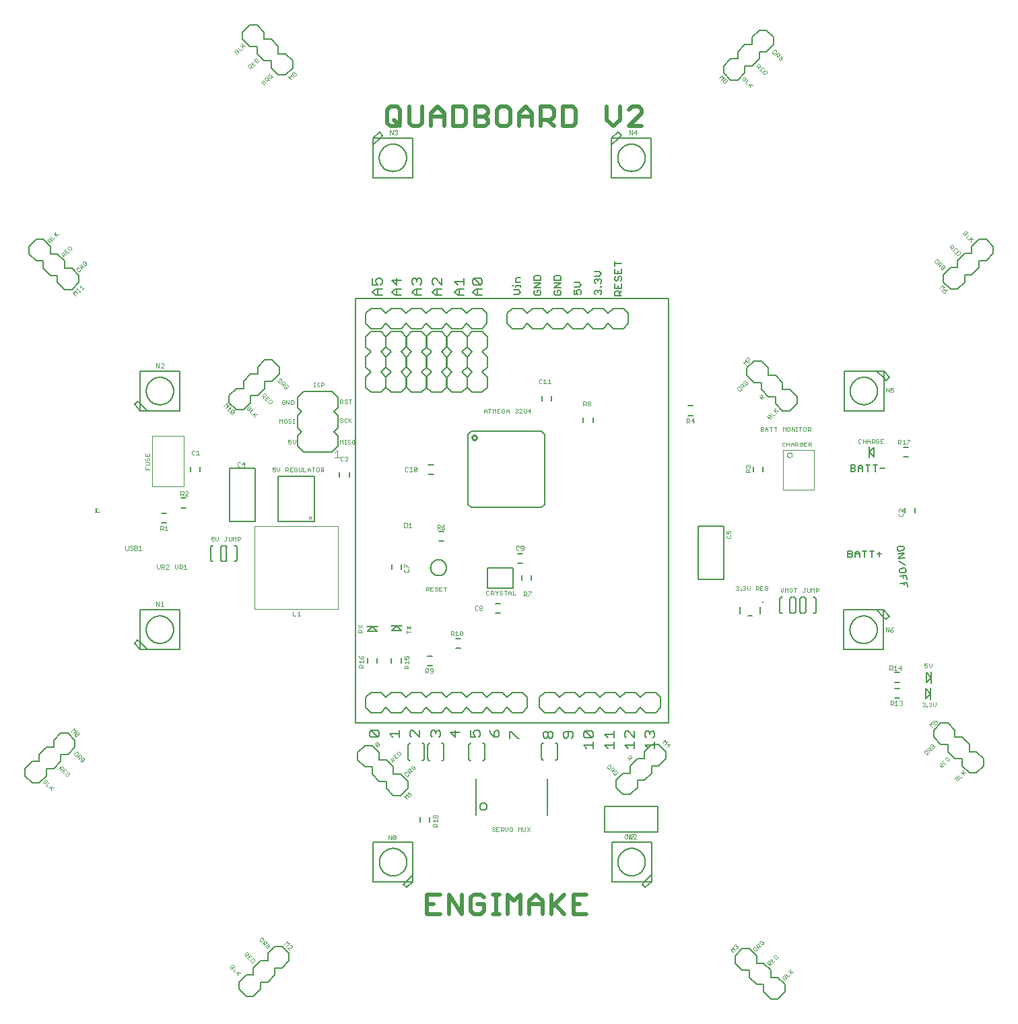
<source format=gto>
G75*
%MOIN*%
%OFA0B0*%
%FSLAX25Y25*%
%IPPOS*%
%LPD*%
%AMOC8*
5,1,8,0,0,1.08239X$1,22.5*
%
%ADD10C,0.00400*%
%ADD11C,0.00700*%
%ADD12C,0.02100*%
%ADD13C,0.00600*%
%ADD14C,0.00200*%
%ADD15C,0.00500*%
%ADD16C,0.00197*%
%ADD17C,0.00300*%
%ADD18C,0.00800*%
%ADD19C,0.01000*%
%ADD20C,0.00000*%
%ADD21C,0.01000*%
%ADD22C,0.00039*%
%ADD23C,0.00394*%
D10*
X0061263Y0124095D02*
X0061263Y0125483D01*
X0060800Y0125483D02*
X0062652Y0125483D01*
X0061726Y0126409D02*
X0060337Y0125020D01*
X0059725Y0125633D02*
X0058799Y0126558D01*
X0060188Y0127947D01*
X0059344Y0128328D02*
X0059113Y0128096D01*
X0058650Y0128096D01*
X0057956Y0128791D01*
X0058650Y0129485D02*
X0057261Y0128096D01*
X0057956Y0127402D01*
X0058419Y0127402D01*
X0058650Y0127634D01*
X0058650Y0128096D01*
X0059344Y0128328D02*
X0059344Y0128791D01*
X0058650Y0129485D01*
X0065135Y0134789D02*
X0066524Y0136178D01*
X0067218Y0135484D01*
X0067218Y0135021D01*
X0066756Y0134558D01*
X0066293Y0134558D01*
X0065598Y0135252D01*
X0066061Y0134789D02*
X0066061Y0133864D01*
X0066673Y0133251D02*
X0067599Y0132326D01*
X0068211Y0131713D02*
X0068906Y0131019D01*
X0069369Y0131019D01*
X0070294Y0131945D01*
X0070294Y0132408D01*
X0069600Y0133102D01*
X0068211Y0131713D01*
X0067831Y0133483D02*
X0067368Y0133946D01*
X0068062Y0134640D02*
X0066673Y0133251D01*
X0068062Y0134640D02*
X0068988Y0133714D01*
X0075080Y0139412D02*
X0075080Y0140338D01*
X0075311Y0140107D02*
X0074617Y0140801D01*
X0074154Y0140338D02*
X0075542Y0141727D01*
X0076237Y0141032D01*
X0076237Y0140569D01*
X0075774Y0140107D01*
X0075311Y0140107D01*
X0075923Y0139031D02*
X0075923Y0138568D01*
X0076386Y0138106D01*
X0076849Y0138106D01*
X0077312Y0138568D01*
X0076849Y0139031D01*
X0076849Y0139957D02*
X0075923Y0139031D01*
X0076849Y0139957D02*
X0077312Y0139957D01*
X0077775Y0139494D01*
X0077775Y0139031D01*
X0074699Y0142107D02*
X0074699Y0142570D01*
X0074236Y0143033D01*
X0073773Y0143033D01*
X0072847Y0142107D01*
X0072847Y0141645D01*
X0073310Y0141182D01*
X0073773Y0141182D01*
X0074699Y0142107D01*
X0181180Y0210392D02*
X0182489Y0210392D01*
X0183355Y0210392D02*
X0184664Y0210392D01*
X0184009Y0210392D02*
X0184009Y0212356D01*
X0183355Y0211701D01*
X0181180Y0212356D02*
X0181180Y0210392D01*
X0213461Y0205609D02*
X0215425Y0204299D01*
X0215425Y0203434D02*
X0214771Y0202779D01*
X0214771Y0203106D02*
X0214771Y0202124D01*
X0215425Y0202124D02*
X0213461Y0202124D01*
X0213461Y0203106D01*
X0213789Y0203434D01*
X0214443Y0203434D01*
X0214771Y0203106D01*
X0213461Y0204299D02*
X0215425Y0205609D01*
X0237477Y0205215D02*
X0239441Y0203906D01*
X0239441Y0205215D02*
X0237477Y0203906D01*
X0237477Y0203040D02*
X0237477Y0201731D01*
X0237477Y0202385D02*
X0239441Y0202385D01*
X0246928Y0222597D02*
X0246928Y0224561D01*
X0247909Y0224561D01*
X0248237Y0224233D01*
X0248237Y0223579D01*
X0247909Y0223251D01*
X0246928Y0223251D01*
X0247582Y0223251D02*
X0248237Y0222597D01*
X0249103Y0222597D02*
X0250412Y0222597D01*
X0251278Y0222924D02*
X0251605Y0222597D01*
X0252260Y0222597D01*
X0252587Y0222924D01*
X0252587Y0223251D01*
X0252260Y0223579D01*
X0251605Y0223579D01*
X0251278Y0223906D01*
X0251278Y0224233D01*
X0251605Y0224561D01*
X0252260Y0224561D01*
X0252587Y0224233D01*
X0253453Y0224561D02*
X0253453Y0222597D01*
X0254762Y0222597D01*
X0254107Y0223579D02*
X0253453Y0223579D01*
X0253453Y0224561D02*
X0254762Y0224561D01*
X0255628Y0224561D02*
X0256937Y0224561D01*
X0256283Y0224561D02*
X0256283Y0222597D01*
X0250412Y0224561D02*
X0249103Y0224561D01*
X0249103Y0222597D01*
X0249103Y0223579D02*
X0249757Y0223579D01*
X0276849Y0222265D02*
X0276849Y0220956D01*
X0277176Y0220628D01*
X0277831Y0220628D01*
X0278158Y0220956D01*
X0279024Y0221283D02*
X0280006Y0221283D01*
X0280333Y0221610D01*
X0280333Y0222265D01*
X0280006Y0222592D01*
X0279024Y0222592D01*
X0279024Y0220628D01*
X0279679Y0221283D02*
X0280333Y0220628D01*
X0281854Y0220628D02*
X0281854Y0221610D01*
X0282508Y0222265D01*
X0282508Y0222592D01*
X0283374Y0222265D02*
X0283374Y0221938D01*
X0283701Y0221610D01*
X0284356Y0221610D01*
X0284683Y0221283D01*
X0284683Y0220956D01*
X0284356Y0220628D01*
X0283701Y0220628D01*
X0283374Y0220956D01*
X0283374Y0222265D02*
X0283701Y0222592D01*
X0284356Y0222592D01*
X0284683Y0222265D01*
X0285549Y0222592D02*
X0286858Y0222592D01*
X0286204Y0222592D02*
X0286204Y0220628D01*
X0287724Y0220628D02*
X0287724Y0221938D01*
X0288379Y0222592D01*
X0289034Y0221938D01*
X0289034Y0220628D01*
X0289899Y0220628D02*
X0291209Y0220628D01*
X0289899Y0220628D02*
X0289899Y0222592D01*
X0289034Y0221610D02*
X0287724Y0221610D01*
X0281854Y0221610D02*
X0281199Y0222265D01*
X0281199Y0222592D01*
X0278158Y0222265D02*
X0277831Y0222592D01*
X0277176Y0222592D01*
X0276849Y0222265D01*
X0222874Y0147597D02*
X0223106Y0147366D01*
X0223106Y0146903D01*
X0222411Y0146209D01*
X0221717Y0146903D02*
X0222411Y0147597D01*
X0222874Y0147597D01*
X0223106Y0146903D02*
X0223568Y0146903D01*
X0223800Y0146672D01*
X0223800Y0146209D01*
X0223106Y0145514D01*
X0221717Y0146903D01*
X0229197Y0139423D02*
X0229891Y0140117D01*
X0230354Y0140117D01*
X0230817Y0139654D01*
X0230817Y0139191D01*
X0230123Y0138497D01*
X0230586Y0138960D02*
X0231512Y0138960D01*
X0232124Y0139572D02*
X0233050Y0140498D01*
X0233662Y0141110D02*
X0234356Y0141804D01*
X0234356Y0142267D01*
X0233430Y0143193D01*
X0232968Y0143193D01*
X0232273Y0142499D01*
X0233662Y0141110D01*
X0231892Y0140729D02*
X0231430Y0140266D01*
X0232124Y0139572D02*
X0230735Y0140961D01*
X0231661Y0141886D01*
X0229197Y0139423D02*
X0230586Y0138034D01*
X0236515Y0132568D02*
X0236515Y0132105D01*
X0237441Y0131179D01*
X0237904Y0131179D01*
X0238367Y0131642D01*
X0238367Y0132105D01*
X0237441Y0133030D01*
X0236978Y0133030D01*
X0236515Y0132568D01*
X0237822Y0133874D02*
X0238516Y0134568D01*
X0238979Y0134568D01*
X0239442Y0134106D01*
X0239442Y0133643D01*
X0238748Y0132948D01*
X0239210Y0132485D02*
X0237822Y0133874D01*
X0239210Y0133411D02*
X0240136Y0133411D01*
X0240517Y0134255D02*
X0240980Y0134255D01*
X0241443Y0134718D01*
X0241443Y0135181D01*
X0240980Y0135644D01*
X0240517Y0135181D01*
X0240517Y0136106D02*
X0240054Y0136106D01*
X0239591Y0135644D01*
X0239591Y0135181D01*
X0240517Y0134255D01*
X0279605Y0105336D02*
X0279605Y0105008D01*
X0279932Y0104681D01*
X0280587Y0104681D01*
X0280914Y0104354D01*
X0280914Y0104027D01*
X0280587Y0103699D01*
X0279932Y0103699D01*
X0279605Y0104027D01*
X0279605Y0105336D02*
X0279932Y0105663D01*
X0280587Y0105663D01*
X0280914Y0105336D01*
X0281780Y0105663D02*
X0281780Y0103699D01*
X0283089Y0103699D01*
X0283955Y0103699D02*
X0283955Y0105663D01*
X0284937Y0105663D01*
X0285264Y0105336D01*
X0285264Y0104681D01*
X0284937Y0104354D01*
X0283955Y0104354D01*
X0284610Y0104354D02*
X0285264Y0103699D01*
X0286130Y0104354D02*
X0286785Y0103699D01*
X0287439Y0104354D01*
X0287439Y0105663D01*
X0288305Y0105336D02*
X0288305Y0104027D01*
X0288632Y0103699D01*
X0289287Y0103699D01*
X0289614Y0104027D01*
X0289614Y0105336D01*
X0289287Y0105663D01*
X0288632Y0105663D01*
X0288305Y0105336D01*
X0286130Y0105663D02*
X0286130Y0104354D01*
X0283089Y0105663D02*
X0281780Y0105663D01*
X0281780Y0104681D02*
X0282434Y0104681D01*
X0292655Y0103699D02*
X0292655Y0105663D01*
X0293310Y0105008D01*
X0293964Y0105663D01*
X0293964Y0103699D01*
X0294830Y0104027D02*
X0295158Y0103699D01*
X0295812Y0103699D01*
X0296140Y0104027D01*
X0296140Y0105663D01*
X0297005Y0105663D02*
X0298315Y0103699D01*
X0297005Y0103699D02*
X0298315Y0105663D01*
X0294830Y0105663D02*
X0294830Y0104027D01*
X0336627Y0135345D02*
X0337090Y0134882D01*
X0337553Y0134882D01*
X0338478Y0135808D01*
X0338478Y0136271D01*
X0338015Y0136734D01*
X0337553Y0136734D01*
X0336627Y0135808D01*
X0336627Y0135345D01*
X0337933Y0134039D02*
X0339322Y0135427D01*
X0340016Y0134733D01*
X0340016Y0134270D01*
X0339553Y0133807D01*
X0339091Y0133807D01*
X0338396Y0134502D01*
X0338859Y0134039D02*
X0338859Y0133113D01*
X0339703Y0132732D02*
X0339703Y0132269D01*
X0340166Y0131806D01*
X0340629Y0131806D01*
X0341091Y0132269D01*
X0340629Y0132732D01*
X0341554Y0132732D02*
X0341554Y0133195D01*
X0341091Y0133658D01*
X0340629Y0133658D01*
X0339703Y0132732D01*
X0346558Y0139981D02*
X0347947Y0141370D01*
X0348641Y0140675D01*
X0348641Y0140213D01*
X0348178Y0139750D01*
X0347715Y0139750D01*
X0347021Y0140444D01*
X0347484Y0139981D02*
X0347484Y0139055D01*
X0400798Y0222991D02*
X0400471Y0223318D01*
X0400798Y0222991D02*
X0401453Y0222991D01*
X0401780Y0223318D01*
X0401780Y0223645D01*
X0401453Y0223972D01*
X0401125Y0223972D01*
X0401453Y0223972D02*
X0401780Y0224300D01*
X0401780Y0224627D01*
X0401453Y0224954D01*
X0400798Y0224954D01*
X0400471Y0224627D01*
X0402646Y0223318D02*
X0402973Y0223318D01*
X0402973Y0222991D01*
X0402646Y0222991D01*
X0402646Y0223318D01*
X0403733Y0223318D02*
X0404061Y0222991D01*
X0404715Y0222991D01*
X0405043Y0223318D01*
X0405043Y0223645D01*
X0404715Y0223972D01*
X0404388Y0223972D01*
X0404715Y0223972D02*
X0405043Y0224300D01*
X0405043Y0224627D01*
X0404715Y0224954D01*
X0404061Y0224954D01*
X0403733Y0224627D01*
X0405909Y0224954D02*
X0405909Y0223645D01*
X0406563Y0222991D01*
X0407218Y0223645D01*
X0407218Y0224954D01*
X0410259Y0224954D02*
X0410259Y0222991D01*
X0410259Y0223645D02*
X0411241Y0223645D01*
X0411568Y0223972D01*
X0411568Y0224627D01*
X0411241Y0224954D01*
X0410259Y0224954D01*
X0410913Y0223645D02*
X0411568Y0222991D01*
X0412434Y0222991D02*
X0413743Y0222991D01*
X0414609Y0223318D02*
X0414609Y0224627D01*
X0414936Y0224954D01*
X0415591Y0224954D01*
X0415918Y0224627D01*
X0415918Y0223972D02*
X0415264Y0223972D01*
X0415918Y0223972D02*
X0415918Y0223318D01*
X0415591Y0222991D01*
X0414936Y0222991D01*
X0414609Y0223318D01*
X0413088Y0223972D02*
X0412434Y0223972D01*
X0412434Y0222991D02*
X0412434Y0224954D01*
X0413743Y0224954D01*
X0422518Y0224167D02*
X0422518Y0222858D01*
X0423173Y0222203D01*
X0423827Y0222858D01*
X0423827Y0224167D01*
X0424693Y0224167D02*
X0425348Y0223512D01*
X0426002Y0224167D01*
X0426002Y0222203D01*
X0426868Y0222530D02*
X0427196Y0222203D01*
X0427850Y0222203D01*
X0428178Y0222530D01*
X0428178Y0223840D01*
X0427850Y0224167D01*
X0427196Y0224167D01*
X0426868Y0223840D01*
X0426868Y0222530D01*
X0424693Y0222203D02*
X0424693Y0224167D01*
X0429043Y0224167D02*
X0430353Y0224167D01*
X0429698Y0224167D02*
X0429698Y0222203D01*
X0433394Y0222530D02*
X0433721Y0222203D01*
X0434048Y0222203D01*
X0434375Y0222530D01*
X0434375Y0224167D01*
X0434048Y0224167D02*
X0434703Y0224167D01*
X0435569Y0224167D02*
X0435569Y0222530D01*
X0435896Y0222203D01*
X0436551Y0222203D01*
X0436878Y0222530D01*
X0436878Y0224167D01*
X0437744Y0224167D02*
X0438398Y0223512D01*
X0439053Y0224167D01*
X0439053Y0222203D01*
X0439919Y0222203D02*
X0439919Y0224167D01*
X0440901Y0224167D01*
X0441228Y0223840D01*
X0441228Y0223185D01*
X0440901Y0222858D01*
X0439919Y0222858D01*
X0437744Y0222203D02*
X0437744Y0224167D01*
X0493778Y0186765D02*
X0493778Y0185784D01*
X0494433Y0186111D01*
X0494760Y0186111D01*
X0495087Y0185784D01*
X0495087Y0185129D01*
X0494760Y0184802D01*
X0494105Y0184802D01*
X0493778Y0185129D01*
X0493778Y0186765D02*
X0495087Y0186765D01*
X0495953Y0186765D02*
X0495953Y0185456D01*
X0496608Y0184802D01*
X0497262Y0185456D01*
X0497262Y0186765D01*
X0496841Y0167474D02*
X0497169Y0167147D01*
X0497169Y0166819D01*
X0496841Y0166492D01*
X0497169Y0166165D01*
X0497169Y0165838D01*
X0496841Y0165510D01*
X0496187Y0165510D01*
X0495859Y0165838D01*
X0495099Y0165838D02*
X0495099Y0165510D01*
X0494772Y0165510D01*
X0494772Y0165838D01*
X0495099Y0165838D01*
X0493906Y0165838D02*
X0493579Y0165510D01*
X0492924Y0165510D01*
X0492597Y0165838D01*
X0493251Y0166492D02*
X0493579Y0166492D01*
X0493906Y0166165D01*
X0493906Y0165838D01*
X0493579Y0166492D02*
X0493906Y0166819D01*
X0493906Y0167147D01*
X0493579Y0167474D01*
X0492924Y0167474D01*
X0492597Y0167147D01*
X0495859Y0167147D02*
X0496187Y0167474D01*
X0496841Y0167474D01*
X0496841Y0166492D02*
X0496514Y0166492D01*
X0498035Y0166165D02*
X0498689Y0165510D01*
X0499344Y0166165D01*
X0499344Y0167474D01*
X0498035Y0167474D02*
X0498035Y0166165D01*
X0497604Y0146736D02*
X0497141Y0146736D01*
X0496678Y0146273D01*
X0496678Y0145811D01*
X0497604Y0144885D01*
X0498067Y0144885D01*
X0498529Y0145348D01*
X0498529Y0145811D01*
X0498067Y0146273D01*
X0497604Y0145811D01*
X0496529Y0144735D02*
X0496529Y0144273D01*
X0495834Y0143578D01*
X0496297Y0143115D02*
X0494908Y0144504D01*
X0495603Y0145198D01*
X0496066Y0145198D01*
X0496529Y0144735D01*
X0496297Y0144041D02*
X0497223Y0144041D01*
X0495453Y0142735D02*
X0494528Y0143660D01*
X0494065Y0143660D01*
X0493602Y0143197D01*
X0493602Y0142735D01*
X0494528Y0141809D01*
X0494990Y0141809D01*
X0495453Y0142272D01*
X0495453Y0142735D01*
X0500851Y0136667D02*
X0501545Y0137361D01*
X0502008Y0137361D01*
X0502471Y0136898D01*
X0502471Y0136435D01*
X0501776Y0135741D01*
X0502239Y0136204D02*
X0503165Y0136204D01*
X0503777Y0136816D02*
X0504703Y0137742D01*
X0505315Y0138354D02*
X0503927Y0139743D01*
X0504621Y0140437D01*
X0505084Y0140437D01*
X0506010Y0139511D01*
X0506010Y0139048D01*
X0505315Y0138354D01*
X0503546Y0137973D02*
X0503083Y0137510D01*
X0503777Y0136816D02*
X0502389Y0138205D01*
X0503314Y0139131D01*
X0500851Y0136667D02*
X0502239Y0135278D01*
X0508725Y0129974D02*
X0510113Y0128585D01*
X0510808Y0129280D01*
X0510808Y0129742D01*
X0510576Y0129974D01*
X0510113Y0129974D01*
X0509419Y0129280D01*
X0508725Y0129974D02*
X0509419Y0130668D01*
X0509882Y0130668D01*
X0510113Y0130437D01*
X0510113Y0129974D01*
X0510263Y0131512D02*
X0511651Y0130123D01*
X0512577Y0131049D01*
X0513189Y0131661D02*
X0511801Y0133050D01*
X0512727Y0132587D02*
X0514115Y0132587D01*
X0512727Y0132124D02*
X0512727Y0133976D01*
X0420970Y0041480D02*
X0420045Y0042406D01*
X0419582Y0042406D01*
X0418887Y0041711D01*
X0420276Y0040323D01*
X0420970Y0041017D01*
X0420970Y0041480D01*
X0419664Y0039710D02*
X0418738Y0038785D01*
X0417349Y0040173D01*
X0418275Y0041099D01*
X0418507Y0039942D02*
X0418044Y0039479D01*
X0417431Y0038867D02*
X0417431Y0038404D01*
X0416737Y0037709D01*
X0417200Y0037247D02*
X0415811Y0038635D01*
X0416506Y0039330D01*
X0416969Y0039330D01*
X0417431Y0038867D01*
X0417200Y0038172D02*
X0418126Y0038172D01*
X0423986Y0032243D02*
X0424449Y0032243D01*
X0424680Y0032012D01*
X0424680Y0031549D01*
X0423986Y0030854D01*
X0424680Y0030160D02*
X0425375Y0030854D01*
X0425375Y0031317D01*
X0425143Y0031549D01*
X0424680Y0031549D01*
X0423986Y0032243D02*
X0423292Y0031549D01*
X0424680Y0030160D01*
X0426218Y0031698D02*
X0427144Y0032624D01*
X0427756Y0033236D02*
X0426368Y0034625D01*
X0427293Y0034162D02*
X0428682Y0034162D01*
X0427293Y0033699D02*
X0427293Y0035550D01*
X0424830Y0033087D02*
X0426218Y0031698D01*
X0411651Y0045871D02*
X0410263Y0047260D01*
X0410957Y0047954D01*
X0411420Y0047954D01*
X0411883Y0047491D01*
X0411883Y0047028D01*
X0411189Y0046334D01*
X0411651Y0046797D02*
X0412577Y0046797D01*
X0412958Y0047641D02*
X0413421Y0047641D01*
X0413884Y0048104D01*
X0413884Y0048566D01*
X0413421Y0049029D01*
X0412958Y0048566D01*
X0412958Y0047641D02*
X0412032Y0048566D01*
X0412032Y0049029D01*
X0412495Y0049492D01*
X0412958Y0049492D01*
X0409882Y0046416D02*
X0409419Y0046416D01*
X0408956Y0045953D01*
X0408956Y0045490D01*
X0409882Y0044565D01*
X0410345Y0044565D01*
X0410808Y0045028D01*
X0410808Y0045490D01*
X0409882Y0046416D01*
X0169507Y0046905D02*
X0169507Y0047368D01*
X0169044Y0047831D01*
X0168581Y0047831D01*
X0167656Y0046905D01*
X0167656Y0046443D01*
X0168118Y0045980D01*
X0168581Y0045980D01*
X0169044Y0046443D01*
X0168581Y0046905D01*
X0167506Y0047981D02*
X0167043Y0047981D01*
X0166349Y0048675D01*
X0166812Y0048212D02*
X0166812Y0047286D01*
X0167506Y0047981D02*
X0167969Y0048443D01*
X0167969Y0048906D01*
X0167275Y0049601D01*
X0165886Y0048212D01*
X0165505Y0049056D02*
X0166431Y0049981D01*
X0166431Y0050444D01*
X0165968Y0050907D01*
X0165505Y0050907D01*
X0164579Y0049981D01*
X0164579Y0049519D01*
X0165042Y0049056D01*
X0165505Y0049056D01*
X0159794Y0042514D02*
X0158406Y0041125D01*
X0159332Y0040200D01*
X0159944Y0039587D02*
X0160638Y0038893D01*
X0161101Y0038893D01*
X0162027Y0039819D01*
X0162027Y0040282D01*
X0161332Y0040976D01*
X0159944Y0039587D01*
X0159563Y0041357D02*
X0159100Y0041820D01*
X0158488Y0042432D02*
X0158025Y0042432D01*
X0157331Y0043126D01*
X0157794Y0042663D02*
X0157794Y0041738D01*
X0158488Y0042432D02*
X0158951Y0042895D01*
X0158951Y0043358D01*
X0158256Y0044052D01*
X0156868Y0042663D01*
X0159794Y0042514D02*
X0160720Y0041588D01*
X0152708Y0036215D02*
X0151319Y0034826D01*
X0152245Y0033900D01*
X0152857Y0033288D02*
X0154246Y0034677D01*
X0153783Y0033751D02*
X0153783Y0032362D01*
X0153320Y0033751D02*
X0155172Y0033751D01*
X0151864Y0036596D02*
X0151633Y0036364D01*
X0151170Y0036364D01*
X0150475Y0037059D01*
X0151170Y0037753D02*
X0151864Y0037059D01*
X0151864Y0036596D01*
X0151170Y0036364D02*
X0151170Y0035901D01*
X0150938Y0035670D01*
X0150475Y0035670D01*
X0149781Y0036364D01*
X0151170Y0037753D01*
X0151504Y0247400D02*
X0151504Y0249364D01*
X0152158Y0248709D01*
X0152813Y0249364D01*
X0152813Y0247400D01*
X0153679Y0247400D02*
X0153679Y0249364D01*
X0154661Y0249364D01*
X0154988Y0249037D01*
X0154988Y0248382D01*
X0154661Y0248055D01*
X0153679Y0248055D01*
X0150638Y0247727D02*
X0150638Y0249364D01*
X0149329Y0249364D02*
X0149329Y0247727D01*
X0149656Y0247400D01*
X0150311Y0247400D01*
X0150638Y0247727D01*
X0148136Y0247727D02*
X0148136Y0249364D01*
X0148463Y0249364D02*
X0147808Y0249364D01*
X0148136Y0247727D02*
X0147808Y0247400D01*
X0147481Y0247400D01*
X0147154Y0247727D01*
X0144113Y0248055D02*
X0144113Y0249364D01*
X0144113Y0248055D02*
X0143458Y0247400D01*
X0142803Y0248055D01*
X0142803Y0249364D01*
X0141938Y0249364D02*
X0140628Y0249364D01*
X0140628Y0248382D01*
X0141283Y0248709D01*
X0141610Y0248709D01*
X0141938Y0248382D01*
X0141938Y0247727D01*
X0141610Y0247400D01*
X0140956Y0247400D01*
X0140628Y0247727D01*
X0171271Y0281652D02*
X0170943Y0281979D01*
X0171271Y0281652D02*
X0171925Y0281652D01*
X0172253Y0281979D01*
X0172253Y0282634D01*
X0171925Y0282961D01*
X0171598Y0282961D01*
X0170943Y0282634D01*
X0170943Y0283616D01*
X0172253Y0283616D01*
X0173118Y0283616D02*
X0173118Y0282307D01*
X0173773Y0281652D01*
X0174428Y0282307D01*
X0174428Y0283616D01*
X0177469Y0283616D02*
X0177469Y0281652D01*
X0177469Y0282307D02*
X0178451Y0282307D01*
X0178778Y0282634D01*
X0178778Y0283289D01*
X0178451Y0283616D01*
X0177469Y0283616D01*
X0178123Y0282307D02*
X0178778Y0281652D01*
X0179644Y0281652D02*
X0180953Y0281652D01*
X0181819Y0281979D02*
X0181819Y0283289D01*
X0182146Y0283616D01*
X0182801Y0283616D01*
X0183128Y0283289D01*
X0183128Y0282634D02*
X0182473Y0282634D01*
X0183128Y0282634D02*
X0183128Y0281979D01*
X0182801Y0281652D01*
X0182146Y0281652D01*
X0181819Y0281979D01*
X0180298Y0282634D02*
X0179644Y0282634D01*
X0179644Y0283616D02*
X0179644Y0281652D01*
X0179644Y0283616D02*
X0180953Y0283616D01*
X0183994Y0283616D02*
X0183994Y0281979D01*
X0184321Y0281652D01*
X0184976Y0281652D01*
X0185303Y0281979D01*
X0185303Y0283616D01*
X0186169Y0283616D02*
X0186169Y0281652D01*
X0187478Y0281652D01*
X0188344Y0281652D02*
X0188344Y0282961D01*
X0188999Y0283616D01*
X0189653Y0282961D01*
X0189653Y0281652D01*
X0189653Y0282634D02*
X0188344Y0282634D01*
X0190519Y0283616D02*
X0191828Y0283616D01*
X0191174Y0283616D02*
X0191174Y0281652D01*
X0192694Y0281979D02*
X0193021Y0281652D01*
X0193676Y0281652D01*
X0194003Y0281979D01*
X0194003Y0283289D01*
X0193676Y0283616D01*
X0193021Y0283616D01*
X0192694Y0283289D01*
X0192694Y0281979D01*
X0194869Y0281652D02*
X0194869Y0283616D01*
X0195851Y0283616D01*
X0196179Y0283289D01*
X0196179Y0282634D01*
X0195851Y0282307D01*
X0194869Y0282307D01*
X0195524Y0282307D02*
X0196179Y0281652D01*
X0204408Y0295431D02*
X0204408Y0297395D01*
X0205062Y0296741D01*
X0205717Y0297395D01*
X0205717Y0295431D01*
X0206583Y0295431D02*
X0207238Y0295431D01*
X0206910Y0295431D02*
X0206910Y0297395D01*
X0206583Y0297395D02*
X0207238Y0297395D01*
X0208033Y0297068D02*
X0208033Y0296741D01*
X0208360Y0296413D01*
X0209015Y0296413D01*
X0209342Y0296086D01*
X0209342Y0295759D01*
X0209015Y0295431D01*
X0208360Y0295431D01*
X0208033Y0295759D01*
X0208033Y0297068D02*
X0208360Y0297395D01*
X0209015Y0297395D01*
X0209342Y0297068D01*
X0210208Y0297068D02*
X0210208Y0295759D01*
X0210535Y0295431D01*
X0211190Y0295431D01*
X0211517Y0295759D01*
X0211517Y0297068D01*
X0211190Y0297395D01*
X0210535Y0297395D01*
X0210208Y0297068D01*
X0210067Y0306061D02*
X0209085Y0307043D01*
X0208758Y0306716D02*
X0210067Y0308025D01*
X0208758Y0308025D02*
X0208758Y0306061D01*
X0207892Y0306389D02*
X0207565Y0306061D01*
X0206910Y0306061D01*
X0206583Y0306389D01*
X0206583Y0307698D01*
X0206910Y0308025D01*
X0207565Y0308025D01*
X0207892Y0307698D01*
X0205717Y0307698D02*
X0205390Y0308025D01*
X0204735Y0308025D01*
X0204408Y0307698D01*
X0204408Y0307371D01*
X0204735Y0307043D01*
X0205390Y0307043D01*
X0205717Y0306716D01*
X0205717Y0306389D01*
X0205390Y0306061D01*
X0204735Y0306061D01*
X0204408Y0306389D01*
X0204408Y0315510D02*
X0204408Y0317474D01*
X0205390Y0317474D01*
X0205717Y0317147D01*
X0205717Y0316492D01*
X0205390Y0316165D01*
X0204408Y0316165D01*
X0205062Y0316165D02*
X0205717Y0315510D01*
X0206583Y0315838D02*
X0206910Y0315510D01*
X0207565Y0315510D01*
X0207892Y0315838D01*
X0207892Y0316165D01*
X0207565Y0316492D01*
X0206910Y0316492D01*
X0206583Y0316819D01*
X0206583Y0317147D01*
X0206910Y0317474D01*
X0207565Y0317474D01*
X0207892Y0317147D01*
X0208758Y0317474D02*
X0210067Y0317474D01*
X0209413Y0317474D02*
X0209413Y0315510D01*
X0196350Y0324760D02*
X0196023Y0324433D01*
X0195041Y0324433D01*
X0195041Y0323778D02*
X0195041Y0325742D01*
X0196023Y0325742D01*
X0196350Y0325415D01*
X0196350Y0324760D01*
X0194175Y0324433D02*
X0194175Y0324105D01*
X0193848Y0323778D01*
X0193193Y0323778D01*
X0192866Y0324105D01*
X0193193Y0324760D02*
X0193848Y0324760D01*
X0194175Y0324433D01*
X0194175Y0325415D02*
X0193848Y0325742D01*
X0193193Y0325742D01*
X0192866Y0325415D01*
X0192866Y0325087D01*
X0193193Y0324760D01*
X0192070Y0325742D02*
X0191416Y0325742D01*
X0191743Y0325742D02*
X0191743Y0323778D01*
X0191416Y0323778D02*
X0192070Y0323778D01*
X0181327Y0316753D02*
X0181000Y0317080D01*
X0180018Y0317080D01*
X0180018Y0315117D01*
X0181000Y0315117D01*
X0181327Y0315444D01*
X0181327Y0316753D01*
X0179152Y0317080D02*
X0179152Y0315117D01*
X0177843Y0317080D01*
X0177843Y0315117D01*
X0176977Y0315444D02*
X0176977Y0316098D01*
X0176322Y0316098D01*
X0175668Y0315444D02*
X0175995Y0315117D01*
X0176650Y0315117D01*
X0176977Y0315444D01*
X0176977Y0316753D02*
X0176650Y0317080D01*
X0175995Y0317080D01*
X0175668Y0316753D01*
X0175668Y0315444D01*
X0170688Y0316197D02*
X0170688Y0316660D01*
X0169994Y0317354D01*
X0168605Y0315965D01*
X0169300Y0315271D01*
X0169762Y0315271D01*
X0170688Y0316197D01*
X0169382Y0317966D02*
X0168456Y0318892D01*
X0167067Y0317503D01*
X0167993Y0316578D01*
X0168224Y0317735D02*
X0167762Y0318198D01*
X0167149Y0318810D02*
X0166686Y0318810D01*
X0165992Y0319504D01*
X0165529Y0319041D02*
X0166918Y0320430D01*
X0167612Y0319736D01*
X0167612Y0319273D01*
X0167149Y0318810D01*
X0166455Y0319041D02*
X0166455Y0318116D01*
X0160976Y0312593D02*
X0159587Y0311204D01*
X0160513Y0310278D01*
X0161125Y0309666D02*
X0162514Y0311055D01*
X0162051Y0310129D02*
X0162051Y0308740D01*
X0161588Y0310129D02*
X0163439Y0310129D01*
X0160132Y0312974D02*
X0159900Y0312742D01*
X0159438Y0312742D01*
X0158743Y0313436D01*
X0158049Y0312742D02*
X0158743Y0312048D01*
X0159206Y0312048D01*
X0159438Y0312279D01*
X0159438Y0312742D01*
X0160132Y0312974D02*
X0160132Y0313436D01*
X0159438Y0314131D01*
X0158049Y0312742D01*
X0174487Y0307632D02*
X0174487Y0305668D01*
X0175796Y0305668D02*
X0175796Y0307632D01*
X0175141Y0306977D01*
X0174487Y0307632D01*
X0176662Y0307304D02*
X0176662Y0305995D01*
X0176989Y0305668D01*
X0177644Y0305668D01*
X0177971Y0305995D01*
X0177971Y0307304D01*
X0177644Y0307632D01*
X0176989Y0307632D01*
X0176662Y0307304D01*
X0178837Y0307304D02*
X0178837Y0306977D01*
X0179164Y0306650D01*
X0179819Y0306650D01*
X0180146Y0306322D01*
X0180146Y0305995D01*
X0179819Y0305668D01*
X0179164Y0305668D01*
X0178837Y0305995D01*
X0178837Y0307304D02*
X0179164Y0307632D01*
X0179819Y0307632D01*
X0180146Y0307304D01*
X0181012Y0307632D02*
X0181666Y0307632D01*
X0181339Y0307632D02*
X0181339Y0305668D01*
X0181012Y0305668D02*
X0181666Y0305668D01*
X0182302Y0297395D02*
X0182302Y0296086D01*
X0181647Y0295431D01*
X0180992Y0296086D01*
X0180992Y0297395D01*
X0180127Y0297395D02*
X0178817Y0297395D01*
X0178817Y0296413D01*
X0179472Y0296741D01*
X0179799Y0296741D01*
X0180127Y0296413D01*
X0180127Y0295759D01*
X0179799Y0295431D01*
X0179145Y0295431D01*
X0178817Y0295759D01*
X0177636Y0322751D02*
X0178099Y0323214D01*
X0177636Y0323677D01*
X0176711Y0323677D02*
X0176711Y0323214D01*
X0177174Y0322751D01*
X0177636Y0322751D01*
X0176711Y0323677D02*
X0177636Y0324603D01*
X0178099Y0324603D01*
X0178562Y0324140D01*
X0178562Y0323677D01*
X0177024Y0325215D02*
X0176561Y0324752D01*
X0176098Y0324752D01*
X0175404Y0325447D01*
X0174941Y0324984D02*
X0176330Y0326372D01*
X0177024Y0325678D01*
X0177024Y0325215D01*
X0175867Y0324984D02*
X0175867Y0324058D01*
X0174560Y0325827D02*
X0175486Y0326753D01*
X0175486Y0327216D01*
X0175023Y0327679D01*
X0174560Y0327679D01*
X0173635Y0326753D01*
X0173635Y0326290D01*
X0174098Y0325827D01*
X0174560Y0325827D01*
X0109913Y0290668D02*
X0109913Y0289358D01*
X0107950Y0289358D01*
X0107950Y0290668D01*
X0108931Y0290013D02*
X0108931Y0289358D01*
X0109259Y0288492D02*
X0109586Y0288492D01*
X0109913Y0288165D01*
X0109913Y0287511D01*
X0109586Y0287183D01*
X0108931Y0287511D02*
X0108931Y0288165D01*
X0109259Y0288492D01*
X0108277Y0288492D02*
X0107950Y0288165D01*
X0107950Y0287511D01*
X0108277Y0287183D01*
X0108604Y0287183D01*
X0108931Y0287511D01*
X0109586Y0286317D02*
X0107950Y0286317D01*
X0107950Y0285008D02*
X0109586Y0285008D01*
X0109913Y0285335D01*
X0109913Y0285990D01*
X0109586Y0286317D01*
X0107950Y0284142D02*
X0107950Y0282833D01*
X0109913Y0282833D01*
X0108931Y0282833D02*
X0108931Y0283488D01*
X0075305Y0380785D02*
X0075768Y0381248D01*
X0075768Y0381711D01*
X0074843Y0382637D01*
X0074380Y0382637D01*
X0073917Y0382174D01*
X0073917Y0381711D01*
X0074843Y0380785D01*
X0075305Y0380785D01*
X0076612Y0382092D02*
X0075223Y0383480D01*
X0075918Y0384175D01*
X0076381Y0384175D01*
X0076843Y0383712D01*
X0076843Y0383249D01*
X0076149Y0382555D01*
X0076612Y0383017D02*
X0077538Y0383017D01*
X0077919Y0383861D02*
X0076993Y0384787D01*
X0076993Y0385250D01*
X0077456Y0385713D01*
X0077919Y0385713D01*
X0078381Y0385250D02*
X0077919Y0384787D01*
X0078381Y0385250D02*
X0078844Y0384787D01*
X0078844Y0384324D01*
X0078381Y0383861D01*
X0077919Y0383861D01*
X0070670Y0391110D02*
X0071364Y0391804D01*
X0071364Y0392267D01*
X0070438Y0393193D01*
X0069975Y0393193D01*
X0069281Y0392499D01*
X0070670Y0391110D01*
X0070057Y0390498D02*
X0069132Y0389572D01*
X0067743Y0390961D01*
X0068669Y0391886D01*
X0068900Y0390729D02*
X0068437Y0390266D01*
X0067825Y0389654D02*
X0067825Y0389191D01*
X0067131Y0388497D01*
X0067594Y0388960D02*
X0068519Y0388960D01*
X0067825Y0389654D02*
X0067362Y0390117D01*
X0066899Y0390117D01*
X0066205Y0389423D01*
X0067594Y0388034D01*
X0060901Y0395121D02*
X0061595Y0395815D01*
X0061595Y0396278D01*
X0061364Y0396509D01*
X0060901Y0396509D01*
X0060206Y0395815D01*
X0059512Y0396509D02*
X0060206Y0397204D01*
X0060669Y0397204D01*
X0060901Y0396972D01*
X0060901Y0396509D01*
X0060901Y0395121D02*
X0059512Y0396509D01*
X0061050Y0398047D02*
X0062439Y0396659D01*
X0063365Y0397584D01*
X0063977Y0398197D02*
X0062588Y0399585D01*
X0063514Y0399122D02*
X0064903Y0399122D01*
X0063514Y0398660D02*
X0063514Y0400511D01*
X0158725Y0482336D02*
X0159419Y0483030D01*
X0159882Y0483030D01*
X0160345Y0482568D01*
X0160345Y0482105D01*
X0159650Y0481410D01*
X0160113Y0480947D02*
X0158725Y0482336D01*
X0160113Y0481873D02*
X0161039Y0481873D01*
X0161651Y0482485D02*
X0162577Y0483411D01*
X0163189Y0484023D02*
X0163884Y0484718D01*
X0163884Y0485181D01*
X0162958Y0486106D01*
X0162495Y0486106D01*
X0161801Y0485412D01*
X0163189Y0484023D01*
X0161420Y0483643D02*
X0160957Y0483180D01*
X0160263Y0483874D02*
X0161651Y0482485D01*
X0160263Y0483874D02*
X0161189Y0484800D01*
X0155884Y0490892D02*
X0154958Y0489966D01*
X0153570Y0491354D01*
X0153189Y0490511D02*
X0153420Y0490279D01*
X0153420Y0489816D01*
X0152726Y0489122D01*
X0152032Y0489816D02*
X0152726Y0490511D01*
X0153189Y0490511D01*
X0153420Y0489816D02*
X0153883Y0489816D01*
X0154115Y0489585D01*
X0154115Y0489122D01*
X0153420Y0488428D01*
X0152032Y0489816D01*
X0155108Y0492892D02*
X0156497Y0491504D01*
X0156034Y0491967D02*
X0156034Y0493818D01*
X0156034Y0492430D02*
X0157422Y0492430D01*
X0169188Y0478232D02*
X0168725Y0477770D01*
X0168725Y0477307D01*
X0169651Y0476381D01*
X0170114Y0476381D01*
X0170577Y0476844D01*
X0170577Y0477307D01*
X0170114Y0477770D01*
X0169651Y0477307D01*
X0169651Y0478232D02*
X0169188Y0478232D01*
X0168113Y0476694D02*
X0168576Y0476232D01*
X0168576Y0475769D01*
X0167881Y0475074D01*
X0168344Y0474611D02*
X0166956Y0476000D01*
X0167650Y0476694D01*
X0168113Y0476694D01*
X0168344Y0475537D02*
X0169270Y0475537D01*
X0167501Y0474231D02*
X0166575Y0475156D01*
X0166112Y0475156D01*
X0165649Y0474694D01*
X0165649Y0474231D01*
X0166575Y0473305D01*
X0167038Y0473305D01*
X0167501Y0473768D01*
X0167501Y0474231D01*
X0276322Y0312750D02*
X0276977Y0312095D01*
X0276977Y0310786D01*
X0276977Y0311768D02*
X0275668Y0311768D01*
X0275668Y0312095D02*
X0276322Y0312750D01*
X0275668Y0312095D02*
X0275668Y0310786D01*
X0278497Y0310786D02*
X0278497Y0312750D01*
X0277843Y0312750D02*
X0279152Y0312750D01*
X0280018Y0312750D02*
X0280673Y0312095D01*
X0281327Y0312750D01*
X0281327Y0310786D01*
X0282193Y0310786D02*
X0283502Y0310786D01*
X0284368Y0311113D02*
X0284695Y0310786D01*
X0285350Y0310786D01*
X0285677Y0311113D01*
X0285677Y0311768D01*
X0285023Y0311768D01*
X0285677Y0312422D02*
X0285350Y0312750D01*
X0284695Y0312750D01*
X0284368Y0312422D01*
X0284368Y0311113D01*
X0282848Y0311768D02*
X0282193Y0311768D01*
X0282193Y0312750D02*
X0282193Y0310786D01*
X0282193Y0312750D02*
X0283502Y0312750D01*
X0286543Y0312095D02*
X0286543Y0310786D01*
X0286543Y0311768D02*
X0287852Y0311768D01*
X0287852Y0312095D02*
X0287852Y0310786D01*
X0287852Y0312095D02*
X0287198Y0312750D01*
X0286543Y0312095D01*
X0290893Y0312422D02*
X0291221Y0312750D01*
X0291875Y0312750D01*
X0292203Y0312422D01*
X0292203Y0312095D01*
X0291875Y0311768D01*
X0292203Y0311440D01*
X0292203Y0311113D01*
X0291875Y0310786D01*
X0291221Y0310786D01*
X0290893Y0311113D01*
X0291548Y0311768D02*
X0291875Y0311768D01*
X0293068Y0312422D02*
X0293396Y0312750D01*
X0294050Y0312750D01*
X0294378Y0312422D01*
X0294378Y0312095D01*
X0293068Y0310786D01*
X0294378Y0310786D01*
X0295243Y0311113D02*
X0295571Y0310786D01*
X0296225Y0310786D01*
X0296553Y0311113D01*
X0296553Y0312750D01*
X0297419Y0311768D02*
X0298728Y0311768D01*
X0298401Y0312750D02*
X0297419Y0311768D01*
X0298401Y0310786D02*
X0298401Y0312750D01*
X0295243Y0312750D02*
X0295243Y0311113D01*
X0280018Y0310786D02*
X0280018Y0312750D01*
X0401082Y0322656D02*
X0402008Y0321730D01*
X0402471Y0321730D01*
X0402934Y0322193D01*
X0402934Y0322656D01*
X0402008Y0323582D01*
X0401545Y0323582D01*
X0401082Y0323119D01*
X0401082Y0322656D01*
X0402389Y0324425D02*
X0403083Y0325120D01*
X0403546Y0325120D01*
X0404009Y0324657D01*
X0404009Y0324194D01*
X0403314Y0323499D01*
X0403777Y0323037D02*
X0402389Y0324425D01*
X0403777Y0323962D02*
X0404703Y0323962D01*
X0405084Y0324806D02*
X0405547Y0324806D01*
X0406010Y0325269D01*
X0406010Y0325732D01*
X0405547Y0326195D01*
X0405084Y0325732D01*
X0405084Y0326658D02*
X0404621Y0326658D01*
X0404158Y0326195D01*
X0404158Y0325732D01*
X0405084Y0324806D01*
X0411874Y0318950D02*
X0412569Y0319645D01*
X0413032Y0319645D01*
X0413494Y0319182D01*
X0413494Y0318719D01*
X0412800Y0318024D01*
X0413263Y0317562D02*
X0411874Y0318950D01*
X0413263Y0318487D02*
X0414189Y0318487D01*
X0419813Y0313110D02*
X0419813Y0311258D01*
X0419813Y0311721D02*
X0421202Y0311721D01*
X0420276Y0310795D02*
X0418887Y0312184D01*
X0419664Y0310183D02*
X0418738Y0309257D01*
X0417349Y0310646D01*
X0416969Y0309802D02*
X0417200Y0309571D01*
X0417200Y0309108D01*
X0416506Y0308413D01*
X0417200Y0307719D02*
X0417894Y0308413D01*
X0417894Y0308876D01*
X0417663Y0309108D01*
X0417200Y0309108D01*
X0416969Y0309802D02*
X0416506Y0309802D01*
X0415811Y0309108D01*
X0417200Y0307719D01*
X0417026Y0303695D02*
X0418335Y0303695D01*
X0417680Y0303695D02*
X0417680Y0301731D01*
X0416160Y0301731D02*
X0416160Y0303040D01*
X0415505Y0303695D01*
X0414851Y0303040D01*
X0414851Y0301731D01*
X0413985Y0302058D02*
X0413658Y0301731D01*
X0412676Y0301731D01*
X0412676Y0303695D01*
X0413658Y0303695D01*
X0413985Y0303367D01*
X0413985Y0303040D01*
X0413658Y0302713D01*
X0412676Y0302713D01*
X0413658Y0302713D02*
X0413985Y0302385D01*
X0413985Y0302058D01*
X0414851Y0302713D02*
X0416160Y0302713D01*
X0419201Y0303695D02*
X0420510Y0303695D01*
X0419855Y0303695D02*
X0419855Y0301731D01*
X0423551Y0301731D02*
X0423551Y0303695D01*
X0424206Y0303040D01*
X0424860Y0303695D01*
X0424860Y0301731D01*
X0425726Y0302058D02*
X0426053Y0301731D01*
X0426708Y0301731D01*
X0427035Y0302058D01*
X0427035Y0303367D01*
X0426708Y0303695D01*
X0426053Y0303695D01*
X0425726Y0303367D01*
X0425726Y0302058D01*
X0427901Y0301731D02*
X0427901Y0303695D01*
X0429210Y0301731D01*
X0429210Y0303695D01*
X0430076Y0303695D02*
X0430731Y0303695D01*
X0430404Y0303695D02*
X0430404Y0301731D01*
X0430731Y0301731D02*
X0430076Y0301731D01*
X0432181Y0301731D02*
X0432181Y0303695D01*
X0431526Y0303695D02*
X0432836Y0303695D01*
X0433701Y0303367D02*
X0433701Y0302058D01*
X0434029Y0301731D01*
X0434683Y0301731D01*
X0435011Y0302058D01*
X0435011Y0303367D01*
X0434683Y0303695D01*
X0434029Y0303695D01*
X0433701Y0303367D01*
X0435877Y0303695D02*
X0436858Y0303695D01*
X0437186Y0303367D01*
X0437186Y0302713D01*
X0436858Y0302385D01*
X0435877Y0302385D01*
X0436531Y0302385D02*
X0437186Y0301731D01*
X0435877Y0301731D02*
X0435877Y0303695D01*
X0435490Y0296214D02*
X0434181Y0296214D01*
X0434181Y0294250D01*
X0435490Y0294250D01*
X0436356Y0294250D02*
X0436356Y0296214D01*
X0437338Y0296214D01*
X0437665Y0295887D01*
X0437665Y0295232D01*
X0437338Y0294905D01*
X0436356Y0294905D01*
X0437011Y0294905D02*
X0437665Y0294250D01*
X0434836Y0295232D02*
X0434181Y0295232D01*
X0433315Y0295232D02*
X0432660Y0295232D01*
X0433315Y0295232D02*
X0433315Y0294578D01*
X0432988Y0294250D01*
X0432333Y0294250D01*
X0432006Y0294578D01*
X0432006Y0295887D01*
X0432333Y0296214D01*
X0432988Y0296214D01*
X0433315Y0295887D01*
X0431140Y0295887D02*
X0431140Y0295232D01*
X0430813Y0294905D01*
X0429831Y0294905D01*
X0430485Y0294905D02*
X0431140Y0294250D01*
X0429831Y0294250D02*
X0429831Y0296214D01*
X0430813Y0296214D01*
X0431140Y0295887D01*
X0428965Y0295560D02*
X0428965Y0294250D01*
X0428965Y0295232D02*
X0427656Y0295232D01*
X0427656Y0295560D02*
X0428310Y0296214D01*
X0428965Y0295560D01*
X0427656Y0295560D02*
X0427656Y0294250D01*
X0426790Y0294250D02*
X0426790Y0296214D01*
X0426790Y0295232D02*
X0425481Y0295232D01*
X0425481Y0294250D02*
X0425481Y0296214D01*
X0424615Y0295887D02*
X0424287Y0296214D01*
X0423633Y0296214D01*
X0423306Y0295887D01*
X0423306Y0294578D01*
X0423633Y0294250D01*
X0424287Y0294250D01*
X0424615Y0294578D01*
X0461101Y0296153D02*
X0461428Y0295825D01*
X0462083Y0295825D01*
X0462410Y0296153D01*
X0463276Y0295825D02*
X0463276Y0297789D01*
X0462410Y0297462D02*
X0462083Y0297789D01*
X0461428Y0297789D01*
X0461101Y0297462D01*
X0461101Y0296153D01*
X0463276Y0296807D02*
X0464585Y0296807D01*
X0465451Y0296807D02*
X0466760Y0296807D01*
X0466760Y0297134D02*
X0466760Y0295825D01*
X0467626Y0295825D02*
X0467626Y0297789D01*
X0468608Y0297789D01*
X0468935Y0297462D01*
X0468935Y0296807D01*
X0468608Y0296480D01*
X0467626Y0296480D01*
X0468281Y0296480D02*
X0468935Y0295825D01*
X0469801Y0296153D02*
X0470128Y0295825D01*
X0470783Y0295825D01*
X0471110Y0296153D01*
X0471110Y0296807D01*
X0470456Y0296807D01*
X0471110Y0297462D02*
X0470783Y0297789D01*
X0470128Y0297789D01*
X0469801Y0297462D01*
X0469801Y0296153D01*
X0471976Y0295825D02*
X0473285Y0295825D01*
X0472631Y0296807D02*
X0471976Y0296807D01*
X0471976Y0297789D02*
X0471976Y0295825D01*
X0471976Y0297789D02*
X0473285Y0297789D01*
X0466760Y0297134D02*
X0466106Y0297789D01*
X0465451Y0297134D01*
X0465451Y0295825D01*
X0464585Y0295825D02*
X0464585Y0297789D01*
X0502370Y0381806D02*
X0502833Y0381806D01*
X0503296Y0382269D01*
X0502833Y0382732D01*
X0501907Y0382732D02*
X0501907Y0382269D01*
X0502370Y0381806D01*
X0501907Y0382732D02*
X0502833Y0383658D01*
X0503296Y0383658D01*
X0503759Y0383195D01*
X0503759Y0382732D01*
X0502221Y0384270D02*
X0501758Y0383807D01*
X0501295Y0383807D01*
X0500601Y0384502D01*
X0501064Y0384039D02*
X0501064Y0383113D01*
X0500138Y0384039D02*
X0501527Y0385427D01*
X0502221Y0384733D01*
X0502221Y0384270D01*
X0500683Y0385808D02*
X0500683Y0386271D01*
X0500220Y0386734D01*
X0499757Y0386734D01*
X0498831Y0385808D01*
X0498831Y0385345D01*
X0499294Y0384882D01*
X0499757Y0384882D01*
X0500683Y0385808D01*
X0507006Y0391738D02*
X0507006Y0392663D01*
X0507238Y0392432D02*
X0506543Y0393126D01*
X0506080Y0392663D02*
X0507469Y0394052D01*
X0508163Y0393358D01*
X0508163Y0392895D01*
X0507700Y0392432D01*
X0507238Y0392432D01*
X0508313Y0391820D02*
X0508776Y0391357D01*
X0509933Y0391588D02*
X0509007Y0392514D01*
X0507618Y0391125D01*
X0508544Y0390200D01*
X0509156Y0389587D02*
X0509851Y0388893D01*
X0510314Y0388893D01*
X0511239Y0389819D01*
X0511239Y0390282D01*
X0510545Y0390976D01*
X0509156Y0389587D01*
X0515849Y0396280D02*
X0517238Y0397669D01*
X0516775Y0396743D02*
X0516775Y0395354D01*
X0516312Y0396743D02*
X0518164Y0396743D01*
X0515237Y0396892D02*
X0514311Y0397818D01*
X0515700Y0399207D01*
X0514856Y0399588D02*
X0514625Y0399356D01*
X0514162Y0399356D01*
X0513468Y0400051D01*
X0514162Y0400745D02*
X0514856Y0400051D01*
X0514856Y0399588D01*
X0514162Y0399356D02*
X0514162Y0398893D01*
X0513930Y0398662D01*
X0513468Y0398662D01*
X0512773Y0399356D01*
X0514162Y0400745D01*
X0423444Y0486275D02*
X0423444Y0486738D01*
X0422981Y0487201D01*
X0422518Y0487201D01*
X0421593Y0486275D01*
X0421593Y0485813D01*
X0422055Y0485350D01*
X0422518Y0485350D01*
X0422981Y0485813D01*
X0422518Y0486275D01*
X0421443Y0487351D02*
X0420980Y0487351D01*
X0420286Y0488045D01*
X0420749Y0487582D02*
X0420749Y0486656D01*
X0421443Y0487351D02*
X0421906Y0487813D01*
X0421906Y0488276D01*
X0421212Y0488971D01*
X0419823Y0487582D01*
X0419442Y0488426D02*
X0420368Y0489352D01*
X0420368Y0489814D01*
X0419905Y0490277D01*
X0419442Y0490277D01*
X0418516Y0489352D01*
X0418516Y0488889D01*
X0418979Y0488426D01*
X0419442Y0488426D01*
X0412494Y0482728D02*
X0412494Y0482265D01*
X0412031Y0481802D01*
X0411568Y0481802D01*
X0410874Y0482496D01*
X0411337Y0482033D02*
X0411337Y0481108D01*
X0411949Y0480495D02*
X0412875Y0479570D01*
X0413487Y0478957D02*
X0414181Y0478263D01*
X0414644Y0478263D01*
X0415570Y0479189D01*
X0415570Y0479652D01*
X0414876Y0480346D01*
X0413487Y0478957D01*
X0413106Y0480727D02*
X0412643Y0481190D01*
X0413338Y0481884D02*
X0411949Y0480495D01*
X0413338Y0481884D02*
X0414264Y0480958D01*
X0412494Y0482728D02*
X0411800Y0483422D01*
X0410411Y0482033D01*
X0405407Y0476429D02*
X0405407Y0475966D01*
X0405176Y0475734D01*
X0404713Y0475734D01*
X0404019Y0476429D01*
X0404713Y0477123D02*
X0405407Y0476429D01*
X0404713Y0477123D02*
X0403324Y0475734D01*
X0404019Y0475040D01*
X0404482Y0475040D01*
X0404713Y0475271D01*
X0404713Y0475734D01*
X0404862Y0474196D02*
X0405788Y0473270D01*
X0406400Y0472658D02*
X0407789Y0474047D01*
X0407326Y0473121D02*
X0407326Y0471732D01*
X0406863Y0473121D02*
X0408715Y0473121D01*
X0406251Y0475585D02*
X0404862Y0474196D01*
D11*
X0457314Y0285042D02*
X0458934Y0285042D01*
X0459474Y0284502D01*
X0459474Y0283962D01*
X0458934Y0283422D01*
X0457314Y0283422D01*
X0458934Y0283422D02*
X0459474Y0282882D01*
X0459474Y0282342D01*
X0458934Y0281802D01*
X0457314Y0281802D01*
X0457314Y0285042D01*
X0460939Y0283962D02*
X0460939Y0281802D01*
X0460939Y0283422D02*
X0463099Y0283422D01*
X0463099Y0283962D02*
X0463099Y0281802D01*
X0463099Y0283962D02*
X0462019Y0285042D01*
X0460939Y0283962D01*
X0464564Y0285042D02*
X0466724Y0285042D01*
X0465644Y0285042D02*
X0465644Y0281802D01*
X0469269Y0281802D02*
X0469269Y0285042D01*
X0468189Y0285042D02*
X0470349Y0285042D01*
X0471814Y0283422D02*
X0473974Y0283422D01*
X0480803Y0244632D02*
X0480312Y0244047D01*
X0480407Y0242971D01*
X0480992Y0242480D01*
X0483143Y0242668D01*
X0483634Y0243253D01*
X0483540Y0244329D01*
X0482955Y0244820D01*
X0480803Y0244632D01*
X0480581Y0240973D02*
X0483809Y0241256D01*
X0480770Y0238822D01*
X0483997Y0239104D01*
X0480897Y0237362D02*
X0484313Y0235493D01*
X0483903Y0233986D02*
X0481751Y0233798D01*
X0481260Y0233213D01*
X0481354Y0232137D01*
X0481939Y0231646D01*
X0484091Y0231834D01*
X0484582Y0232419D01*
X0484488Y0233495D01*
X0483903Y0233986D01*
X0484757Y0230422D02*
X0484945Y0228270D01*
X0485073Y0226810D02*
X0485261Y0224659D01*
X0483553Y0225593D02*
X0483459Y0226669D01*
X0481845Y0226528D02*
X0485073Y0226810D01*
X0483237Y0229205D02*
X0483143Y0230281D01*
X0481529Y0230139D02*
X0484757Y0230422D01*
X0472399Y0240902D02*
X0470240Y0240902D01*
X0471319Y0241982D02*
X0471319Y0239822D01*
X0467694Y0239282D02*
X0467694Y0242522D01*
X0466614Y0242522D02*
X0468774Y0242522D01*
X0465149Y0242522D02*
X0462989Y0242522D01*
X0464069Y0242522D02*
X0464069Y0239282D01*
X0461524Y0239282D02*
X0461524Y0241442D01*
X0460444Y0242522D01*
X0459364Y0241442D01*
X0459364Y0239282D01*
X0457899Y0239822D02*
X0457359Y0239282D01*
X0455739Y0239282D01*
X0455739Y0242522D01*
X0457359Y0242522D01*
X0457899Y0241982D01*
X0457899Y0241442D01*
X0457359Y0240902D01*
X0455739Y0240902D01*
X0457359Y0240902D02*
X0457899Y0240362D01*
X0457899Y0239822D01*
X0459364Y0240902D02*
X0461524Y0240902D01*
D12*
X0326366Y0072536D02*
X0319887Y0072536D01*
X0319887Y0062817D01*
X0326366Y0062817D01*
X0323127Y0067677D02*
X0319887Y0067677D01*
X0315491Y0072536D02*
X0309011Y0066057D01*
X0310631Y0067677D02*
X0315491Y0062817D01*
X0309011Y0062817D02*
X0309011Y0072536D01*
X0304615Y0069296D02*
X0304615Y0062817D01*
X0304615Y0067677D02*
X0298136Y0067677D01*
X0298136Y0069296D02*
X0301376Y0072536D01*
X0304615Y0069296D01*
X0298136Y0069296D02*
X0298136Y0062817D01*
X0293740Y0062817D02*
X0293740Y0072536D01*
X0290500Y0069296D01*
X0287260Y0072536D01*
X0287260Y0062817D01*
X0283250Y0062817D02*
X0280010Y0062817D01*
X0281630Y0062817D02*
X0281630Y0072536D01*
X0280010Y0072536D02*
X0283250Y0072536D01*
X0275614Y0070916D02*
X0273994Y0072536D01*
X0270755Y0072536D01*
X0269135Y0070916D01*
X0269135Y0064437D01*
X0270755Y0062817D01*
X0273994Y0062817D01*
X0275614Y0064437D01*
X0275614Y0067677D01*
X0272374Y0067677D01*
X0264739Y0062817D02*
X0264739Y0072536D01*
X0258259Y0072536D02*
X0264739Y0062817D01*
X0258259Y0062817D02*
X0258259Y0072536D01*
X0253863Y0072536D02*
X0247384Y0072536D01*
X0247384Y0062817D01*
X0253863Y0062817D01*
X0250624Y0067677D02*
X0247384Y0067677D01*
X0249450Y0452581D02*
X0249450Y0459060D01*
X0252689Y0462300D01*
X0255929Y0459060D01*
X0255929Y0452581D01*
X0260325Y0452581D02*
X0265185Y0452581D01*
X0266805Y0454201D01*
X0266805Y0460680D01*
X0265185Y0462300D01*
X0260325Y0462300D01*
X0260325Y0452581D01*
X0255929Y0457440D02*
X0249450Y0457440D01*
X0245054Y0454201D02*
X0243434Y0452581D01*
X0240194Y0452581D01*
X0238574Y0454201D01*
X0238574Y0462300D01*
X0234178Y0460680D02*
X0234178Y0454201D01*
X0232558Y0452581D01*
X0229319Y0452581D01*
X0227699Y0454201D01*
X0227699Y0460680D01*
X0229319Y0462300D01*
X0232558Y0462300D01*
X0234178Y0460680D01*
X0230939Y0455820D02*
X0234178Y0452581D01*
X0245054Y0454201D02*
X0245054Y0462300D01*
X0271201Y0462300D02*
X0271201Y0452581D01*
X0276060Y0452581D01*
X0277680Y0454201D01*
X0277680Y0455820D01*
X0276060Y0457440D01*
X0271201Y0457440D01*
X0276060Y0457440D02*
X0277680Y0459060D01*
X0277680Y0460680D01*
X0276060Y0462300D01*
X0271201Y0462300D01*
X0282076Y0460680D02*
X0282076Y0454201D01*
X0283696Y0452581D01*
X0286936Y0452581D01*
X0288556Y0454201D01*
X0288556Y0460680D01*
X0286936Y0462300D01*
X0283696Y0462300D01*
X0282076Y0460680D01*
X0292951Y0459060D02*
X0292951Y0452581D01*
X0292951Y0457440D02*
X0299431Y0457440D01*
X0299431Y0459060D02*
X0296191Y0462300D01*
X0292951Y0459060D01*
X0299431Y0459060D02*
X0299431Y0452581D01*
X0303827Y0452581D02*
X0303827Y0462300D01*
X0308686Y0462300D01*
X0310306Y0460680D01*
X0310306Y0457440D01*
X0308686Y0455820D01*
X0303827Y0455820D01*
X0307067Y0455820D02*
X0310306Y0452581D01*
X0314702Y0452581D02*
X0319562Y0452581D01*
X0321182Y0454201D01*
X0321182Y0460680D01*
X0319562Y0462300D01*
X0314702Y0462300D01*
X0314702Y0452581D01*
X0336453Y0455820D02*
X0339693Y0452581D01*
X0342933Y0455820D01*
X0342933Y0462300D01*
X0347329Y0460680D02*
X0348948Y0462300D01*
X0352188Y0462300D01*
X0353808Y0460680D01*
X0353808Y0459060D01*
X0347329Y0452581D01*
X0353808Y0452581D01*
X0336453Y0455820D02*
X0336453Y0462300D01*
D13*
X0340379Y0385761D02*
X0340379Y0383492D01*
X0340379Y0384627D02*
X0343782Y0384627D01*
X0343782Y0382078D02*
X0343782Y0379809D01*
X0340379Y0379809D01*
X0340379Y0382078D01*
X0342080Y0380944D02*
X0342080Y0379809D01*
X0342648Y0378395D02*
X0343215Y0378395D01*
X0343782Y0377828D01*
X0343782Y0376693D01*
X0343215Y0376126D01*
X0342080Y0376693D02*
X0342080Y0377828D01*
X0342648Y0378395D01*
X0340946Y0378395D02*
X0340379Y0377828D01*
X0340379Y0376693D01*
X0340946Y0376126D01*
X0341513Y0376126D01*
X0342080Y0376693D01*
X0340379Y0374712D02*
X0340379Y0372443D01*
X0343782Y0372443D01*
X0343782Y0374712D01*
X0342080Y0373577D02*
X0342080Y0372443D01*
X0342080Y0371028D02*
X0342648Y0370461D01*
X0342648Y0368760D01*
X0343782Y0368760D02*
X0340379Y0368760D01*
X0340379Y0370461D01*
X0340946Y0371028D01*
X0342080Y0371028D01*
X0342648Y0369894D02*
X0343782Y0371028D01*
X0333782Y0370986D02*
X0333782Y0369852D01*
X0333215Y0369285D01*
X0332080Y0370419D02*
X0332080Y0370986D01*
X0332648Y0371553D01*
X0333215Y0371553D01*
X0333782Y0370986D01*
X0332080Y0370986D02*
X0331513Y0371553D01*
X0330946Y0371553D01*
X0330379Y0370986D01*
X0330379Y0369852D01*
X0330946Y0369285D01*
X0333215Y0372968D02*
X0333215Y0373535D01*
X0333782Y0373535D01*
X0333782Y0372968D01*
X0333215Y0372968D01*
X0333215Y0374809D02*
X0333782Y0375376D01*
X0333782Y0376511D01*
X0333215Y0377078D01*
X0332648Y0377078D01*
X0332080Y0376511D01*
X0332080Y0375944D01*
X0332080Y0376511D02*
X0331513Y0377078D01*
X0330946Y0377078D01*
X0330379Y0376511D01*
X0330379Y0375376D01*
X0330946Y0374809D01*
X0330379Y0378492D02*
X0332648Y0378492D01*
X0333782Y0379627D01*
X0332648Y0380761D01*
X0330379Y0380761D01*
X0323782Y0374127D02*
X0322648Y0375261D01*
X0320379Y0375261D01*
X0320379Y0372992D02*
X0322648Y0372992D01*
X0323782Y0374127D01*
X0323215Y0371578D02*
X0323782Y0371011D01*
X0323782Y0369876D01*
X0323215Y0369309D01*
X0322080Y0369309D02*
X0321513Y0370444D01*
X0321513Y0371011D01*
X0322080Y0371578D01*
X0323215Y0371578D01*
X0322080Y0369309D02*
X0320379Y0369309D01*
X0320379Y0371578D01*
X0313782Y0370828D02*
X0313782Y0369693D01*
X0313215Y0369126D01*
X0310946Y0369126D01*
X0310379Y0369693D01*
X0310379Y0370828D01*
X0310946Y0371395D01*
X0312080Y0371395D02*
X0312080Y0370260D01*
X0312080Y0371395D02*
X0313215Y0371395D01*
X0313782Y0370828D01*
X0313782Y0372809D02*
X0310379Y0372809D01*
X0313782Y0375078D01*
X0310379Y0375078D01*
X0310379Y0376492D02*
X0310379Y0378194D01*
X0310946Y0378761D01*
X0313215Y0378761D01*
X0313782Y0378194D01*
X0313782Y0376492D01*
X0310379Y0376492D01*
X0303782Y0376492D02*
X0303782Y0378194D01*
X0303215Y0378761D01*
X0300946Y0378761D01*
X0300379Y0378194D01*
X0300379Y0376492D01*
X0303782Y0376492D01*
X0303782Y0375078D02*
X0300379Y0375078D01*
X0300379Y0372809D02*
X0303782Y0375078D01*
X0303782Y0372809D02*
X0300379Y0372809D01*
X0300946Y0371395D02*
X0300379Y0370828D01*
X0300379Y0369693D01*
X0300946Y0369126D01*
X0303215Y0369126D01*
X0303782Y0369693D01*
X0303782Y0370828D01*
X0303215Y0371395D01*
X0302080Y0371395D01*
X0302080Y0370260D01*
X0293782Y0370488D02*
X0292648Y0371622D01*
X0290379Y0371622D01*
X0291513Y0373037D02*
X0291513Y0373604D01*
X0293782Y0373604D01*
X0293782Y0373037D02*
X0293782Y0374171D01*
X0293782Y0375492D02*
X0291513Y0375492D01*
X0291513Y0377194D01*
X0292080Y0377761D01*
X0293782Y0377761D01*
X0290379Y0373604D02*
X0289812Y0373604D01*
X0290379Y0369354D02*
X0292648Y0369354D01*
X0293782Y0370488D01*
X0304444Y0319090D02*
X0304444Y0316728D01*
X0309169Y0316728D02*
X0309169Y0319090D01*
X0324838Y0308381D02*
X0324838Y0306019D01*
X0329562Y0306019D02*
X0329562Y0308381D01*
X0376609Y0309523D02*
X0378972Y0309523D01*
X0378972Y0314247D02*
X0376609Y0314247D01*
X0409050Y0284208D02*
X0409050Y0281846D01*
X0413775Y0281846D02*
X0413775Y0284208D01*
X0483342Y0289011D02*
X0485704Y0289011D01*
X0485704Y0293735D02*
X0483342Y0293735D01*
X0484129Y0263735D02*
X0484129Y0261373D01*
X0488854Y0261373D02*
X0488854Y0263735D01*
X0481491Y0182239D02*
X0479129Y0182239D01*
X0479129Y0177515D02*
X0481491Y0177515D01*
X0481491Y0174365D02*
X0479129Y0174365D01*
X0479129Y0169641D02*
X0481491Y0169641D01*
X0306982Y0129849D02*
X0306982Y0111874D01*
X0273528Y0116061D02*
X0273530Y0116145D01*
X0273536Y0116230D01*
X0273546Y0116313D01*
X0273560Y0116397D01*
X0273577Y0116479D01*
X0273599Y0116561D01*
X0273624Y0116641D01*
X0273653Y0116720D01*
X0273686Y0116798D01*
X0273722Y0116874D01*
X0273762Y0116949D01*
X0273806Y0117021D01*
X0273852Y0117092D01*
X0273902Y0117160D01*
X0273955Y0117225D01*
X0274011Y0117288D01*
X0274070Y0117349D01*
X0274132Y0117406D01*
X0274196Y0117461D01*
X0274263Y0117512D01*
X0274332Y0117561D01*
X0274404Y0117606D01*
X0274477Y0117647D01*
X0274552Y0117685D01*
X0274629Y0117720D01*
X0274708Y0117751D01*
X0274788Y0117778D01*
X0274869Y0117801D01*
X0274951Y0117821D01*
X0275034Y0117837D01*
X0275117Y0117849D01*
X0275202Y0117857D01*
X0275286Y0117861D01*
X0275370Y0117861D01*
X0275454Y0117857D01*
X0275539Y0117849D01*
X0275622Y0117837D01*
X0275705Y0117821D01*
X0275787Y0117801D01*
X0275868Y0117778D01*
X0275948Y0117751D01*
X0276027Y0117720D01*
X0276104Y0117685D01*
X0276179Y0117647D01*
X0276252Y0117606D01*
X0276324Y0117561D01*
X0276393Y0117512D01*
X0276460Y0117461D01*
X0276524Y0117406D01*
X0276586Y0117349D01*
X0276645Y0117288D01*
X0276701Y0117225D01*
X0276754Y0117160D01*
X0276804Y0117092D01*
X0276850Y0117021D01*
X0276894Y0116949D01*
X0276934Y0116874D01*
X0276970Y0116798D01*
X0277003Y0116720D01*
X0277032Y0116641D01*
X0277057Y0116561D01*
X0277079Y0116479D01*
X0277096Y0116397D01*
X0277110Y0116313D01*
X0277120Y0116230D01*
X0277126Y0116145D01*
X0277128Y0116061D01*
X0277126Y0115977D01*
X0277120Y0115892D01*
X0277110Y0115809D01*
X0277096Y0115725D01*
X0277079Y0115643D01*
X0277057Y0115561D01*
X0277032Y0115481D01*
X0277003Y0115402D01*
X0276970Y0115324D01*
X0276934Y0115248D01*
X0276894Y0115173D01*
X0276850Y0115101D01*
X0276804Y0115030D01*
X0276754Y0114962D01*
X0276701Y0114897D01*
X0276645Y0114834D01*
X0276586Y0114773D01*
X0276524Y0114716D01*
X0276460Y0114661D01*
X0276393Y0114610D01*
X0276324Y0114561D01*
X0276252Y0114516D01*
X0276179Y0114475D01*
X0276104Y0114437D01*
X0276027Y0114402D01*
X0275948Y0114371D01*
X0275868Y0114344D01*
X0275787Y0114321D01*
X0275705Y0114301D01*
X0275622Y0114285D01*
X0275539Y0114273D01*
X0275454Y0114265D01*
X0275370Y0114261D01*
X0275286Y0114261D01*
X0275202Y0114265D01*
X0275117Y0114273D01*
X0275034Y0114285D01*
X0274951Y0114301D01*
X0274869Y0114321D01*
X0274788Y0114344D01*
X0274708Y0114371D01*
X0274629Y0114402D01*
X0274552Y0114437D01*
X0274477Y0114475D01*
X0274404Y0114516D01*
X0274332Y0114561D01*
X0274263Y0114610D01*
X0274196Y0114661D01*
X0274132Y0114716D01*
X0274070Y0114773D01*
X0274011Y0114834D01*
X0273955Y0114897D01*
X0273902Y0114962D01*
X0273852Y0115030D01*
X0273806Y0115101D01*
X0273762Y0115173D01*
X0273722Y0115248D01*
X0273686Y0115324D01*
X0273653Y0115402D01*
X0273624Y0115481D01*
X0273599Y0115561D01*
X0273577Y0115643D01*
X0273560Y0115725D01*
X0273546Y0115809D01*
X0273536Y0115892D01*
X0273530Y0115977D01*
X0273528Y0116061D01*
X0271828Y0111874D02*
X0271828Y0129849D01*
X0248696Y0110861D02*
X0248696Y0108499D01*
X0243972Y0108499D02*
X0243972Y0110861D01*
X0247554Y0185625D02*
X0249917Y0185625D01*
X0249917Y0190350D02*
X0247554Y0190350D01*
X0234562Y0189444D02*
X0234562Y0187082D01*
X0229838Y0187082D02*
X0229838Y0189444D01*
X0222672Y0189365D02*
X0222672Y0187003D01*
X0217948Y0187003D02*
X0217948Y0189365D01*
X0261531Y0194326D02*
X0263893Y0194326D01*
X0263893Y0199050D02*
X0261531Y0199050D01*
X0281216Y0211728D02*
X0283578Y0211728D01*
X0283578Y0216452D02*
X0281216Y0216452D01*
X0294287Y0227987D02*
X0294287Y0230350D01*
X0299011Y0230350D02*
X0299011Y0227987D01*
X0294838Y0236452D02*
X0292476Y0236452D01*
X0292476Y0241176D02*
X0294838Y0241176D01*
X0255743Y0247318D02*
X0253381Y0247318D01*
X0253381Y0252043D02*
X0255743Y0252043D01*
X0234720Y0235822D02*
X0234720Y0233460D01*
X0229995Y0233460D02*
X0229995Y0235822D01*
X0208893Y0279090D02*
X0208893Y0281452D01*
X0204169Y0281452D02*
X0204169Y0279090D01*
X0248184Y0280428D02*
X0250546Y0280428D01*
X0250546Y0285153D02*
X0248184Y0285153D01*
X0134917Y0284050D02*
X0134917Y0281688D01*
X0130192Y0281688D02*
X0130192Y0284050D01*
X0128066Y0268617D02*
X0125704Y0268617D01*
X0125704Y0263893D02*
X0128066Y0263893D01*
X0118224Y0261176D02*
X0115861Y0261176D01*
X0115861Y0256452D02*
X0118224Y0256452D01*
D14*
X0118338Y0254879D02*
X0118338Y0252715D01*
X0117617Y0252715D02*
X0119060Y0252715D01*
X0117617Y0254158D02*
X0118338Y0254879D01*
X0116884Y0254519D02*
X0116884Y0253797D01*
X0116524Y0253437D01*
X0115442Y0253437D01*
X0116163Y0253437D02*
X0116884Y0252715D01*
X0115442Y0252715D02*
X0115442Y0254879D01*
X0116524Y0254879D01*
X0116884Y0254519D01*
X0105373Y0245011D02*
X0105373Y0242847D01*
X0104652Y0242847D02*
X0106095Y0242847D01*
X0104652Y0244290D02*
X0105373Y0245011D01*
X0103920Y0244651D02*
X0103920Y0244290D01*
X0103559Y0243929D01*
X0102477Y0243929D01*
X0101745Y0243569D02*
X0101745Y0243208D01*
X0101384Y0242847D01*
X0100663Y0242847D01*
X0100302Y0243208D01*
X0099569Y0243208D02*
X0099569Y0245011D01*
X0100302Y0244651D02*
X0100302Y0244290D01*
X0100663Y0243929D01*
X0101384Y0243929D01*
X0101745Y0243569D01*
X0102477Y0242847D02*
X0103559Y0242847D01*
X0103920Y0243208D01*
X0103920Y0243569D01*
X0103559Y0243929D01*
X0103920Y0244651D02*
X0103559Y0245011D01*
X0102477Y0245011D01*
X0102477Y0242847D01*
X0101745Y0244651D02*
X0101384Y0245011D01*
X0100663Y0245011D01*
X0100302Y0244651D01*
X0099569Y0243208D02*
X0099209Y0242847D01*
X0098487Y0242847D01*
X0098127Y0243208D01*
X0098127Y0245011D01*
X0113757Y0235724D02*
X0113757Y0234281D01*
X0114478Y0233560D01*
X0115199Y0234281D01*
X0115199Y0235724D01*
X0115932Y0235724D02*
X0117014Y0235724D01*
X0117374Y0235363D01*
X0117374Y0234642D01*
X0117014Y0234281D01*
X0115932Y0234281D01*
X0116653Y0234281D02*
X0117374Y0233560D01*
X0118107Y0233560D02*
X0119550Y0235003D01*
X0119550Y0235363D01*
X0119189Y0235724D01*
X0118468Y0235724D01*
X0118107Y0235363D01*
X0118107Y0233560D02*
X0119550Y0233560D01*
X0122694Y0234163D02*
X0123415Y0233442D01*
X0124136Y0234163D01*
X0124136Y0235606D01*
X0124869Y0235606D02*
X0125951Y0235606D01*
X0126311Y0235245D01*
X0126311Y0234524D01*
X0125951Y0234163D01*
X0124869Y0234163D01*
X0125590Y0234163D02*
X0126311Y0233442D01*
X0127044Y0233442D02*
X0128487Y0233442D01*
X0127765Y0233442D02*
X0127765Y0235606D01*
X0127044Y0234884D01*
X0124869Y0235606D02*
X0124869Y0233442D01*
X0122694Y0234163D02*
X0122694Y0235606D01*
X0115932Y0235724D02*
X0115932Y0233560D01*
X0116269Y0217387D02*
X0116269Y0215223D01*
X0115548Y0215223D02*
X0116991Y0215223D01*
X0115548Y0216666D02*
X0116269Y0217387D01*
X0114816Y0217387D02*
X0114816Y0215223D01*
X0113373Y0217387D01*
X0113373Y0215223D01*
X0125481Y0269841D02*
X0125481Y0272005D01*
X0126563Y0272005D01*
X0126924Y0271645D01*
X0126924Y0270923D01*
X0126563Y0270563D01*
X0125481Y0270563D01*
X0126202Y0270563D02*
X0126924Y0269841D01*
X0127656Y0269841D02*
X0129099Y0271284D01*
X0129099Y0271645D01*
X0128738Y0272005D01*
X0128017Y0272005D01*
X0127656Y0271645D01*
X0127656Y0269841D02*
X0129099Y0269841D01*
X0131354Y0289920D02*
X0132075Y0289920D01*
X0132436Y0290281D01*
X0133168Y0289920D02*
X0134611Y0289920D01*
X0133889Y0289920D02*
X0133889Y0292084D01*
X0133168Y0291363D01*
X0132436Y0291723D02*
X0132075Y0292084D01*
X0131354Y0292084D01*
X0130993Y0291723D01*
X0130993Y0290281D01*
X0131354Y0289920D01*
X0153619Y0285954D02*
X0153619Y0284511D01*
X0153980Y0284150D01*
X0154701Y0284150D01*
X0155062Y0284511D01*
X0155794Y0285232D02*
X0157237Y0285232D01*
X0156876Y0284150D02*
X0156876Y0286314D01*
X0155794Y0285232D01*
X0155062Y0285954D02*
X0154701Y0286314D01*
X0153980Y0286314D01*
X0153619Y0285954D01*
X0151103Y0310202D02*
X0150593Y0310202D01*
X0150083Y0310712D01*
X0150083Y0311222D01*
X0152123Y0311222D01*
X0151103Y0310202D01*
X0150083Y0311222D02*
X0151103Y0312242D01*
X0151613Y0312242D01*
X0152123Y0311732D01*
X0152123Y0311222D01*
X0149310Y0311485D02*
X0148290Y0312505D01*
X0148800Y0311995D02*
X0150330Y0313525D01*
X0149310Y0313525D01*
X0149302Y0314553D02*
X0147772Y0313023D01*
X0146752Y0314043D02*
X0148282Y0315573D01*
X0148282Y0314553D01*
X0149302Y0314553D01*
X0116991Y0333097D02*
X0115548Y0333097D01*
X0116991Y0334540D01*
X0116991Y0334901D01*
X0116630Y0335261D01*
X0115909Y0335261D01*
X0115548Y0334901D01*
X0114816Y0335261D02*
X0114816Y0333097D01*
X0113373Y0335261D01*
X0113373Y0333097D01*
X0076047Y0371260D02*
X0075027Y0370240D01*
X0075537Y0370750D02*
X0074007Y0372280D01*
X0074007Y0371260D01*
X0072979Y0371252D02*
X0074509Y0369722D01*
X0073489Y0368702D02*
X0071959Y0370232D01*
X0072979Y0370232D01*
X0072979Y0371252D01*
X0075545Y0372798D02*
X0075545Y0373818D01*
X0077075Y0372288D01*
X0076565Y0371778D02*
X0077585Y0372798D01*
X0180361Y0475633D02*
X0178831Y0477164D01*
X0179851Y0477164D01*
X0179851Y0478184D01*
X0181382Y0476654D01*
X0181644Y0477426D02*
X0182154Y0477426D01*
X0182665Y0477937D01*
X0182665Y0478447D01*
X0181644Y0479467D01*
X0181134Y0479467D01*
X0180624Y0478957D01*
X0180624Y0478447D01*
X0180879Y0478192D01*
X0181389Y0478192D01*
X0182154Y0478957D01*
X0229121Y0450576D02*
X0230564Y0448412D01*
X0230564Y0450576D01*
X0231296Y0450216D02*
X0231657Y0450576D01*
X0232378Y0450576D01*
X0232739Y0450216D01*
X0232739Y0449855D01*
X0232378Y0449494D01*
X0232739Y0449134D01*
X0232739Y0448773D01*
X0232378Y0448412D01*
X0231657Y0448412D01*
X0231296Y0448773D01*
X0232017Y0449494D02*
X0232378Y0449494D01*
X0229121Y0448412D02*
X0229121Y0450576D01*
X0347625Y0450576D02*
X0349067Y0448412D01*
X0349067Y0450576D01*
X0349800Y0449494D02*
X0351243Y0449494D01*
X0350882Y0448412D02*
X0350882Y0450576D01*
X0349800Y0449494D01*
X0347625Y0448412D02*
X0347625Y0450576D01*
X0392124Y0476300D02*
X0393654Y0477831D01*
X0393654Y0476810D01*
X0394674Y0476811D01*
X0393144Y0475280D01*
X0393917Y0475017D02*
X0394172Y0475272D01*
X0394682Y0475272D01*
X0395192Y0474762D01*
X0395192Y0474252D01*
X0394937Y0473997D01*
X0394427Y0473997D01*
X0393917Y0474507D01*
X0393917Y0475017D01*
X0394682Y0475272D02*
X0394682Y0475783D01*
X0394937Y0476038D01*
X0395447Y0476038D01*
X0395957Y0475527D01*
X0395957Y0475017D01*
X0395702Y0474762D01*
X0395192Y0474762D01*
X0501029Y0372458D02*
X0502560Y0373988D01*
X0502560Y0372968D01*
X0503580Y0372968D01*
X0502049Y0371438D01*
X0502822Y0371175D02*
X0502822Y0370665D01*
X0503332Y0370155D01*
X0503843Y0370155D01*
X0504098Y0370410D01*
X0504098Y0370920D01*
X0503332Y0371685D01*
X0502822Y0371175D01*
X0503332Y0371685D02*
X0504353Y0371685D01*
X0505118Y0371430D01*
X0478369Y0323155D02*
X0476926Y0323155D01*
X0476926Y0322073D01*
X0477647Y0322434D01*
X0478008Y0322434D01*
X0478369Y0322073D01*
X0478369Y0321352D01*
X0478008Y0320991D01*
X0477287Y0320991D01*
X0476926Y0321352D01*
X0476194Y0320991D02*
X0476194Y0323155D01*
X0474751Y0323155D02*
X0476194Y0320991D01*
X0474751Y0320991D02*
X0474751Y0323155D01*
X0480704Y0297474D02*
X0481786Y0297474D01*
X0482147Y0297113D01*
X0482147Y0296392D01*
X0481786Y0296031D01*
X0480704Y0296031D01*
X0480704Y0295310D02*
X0480704Y0297474D01*
X0481425Y0296031D02*
X0482147Y0295310D01*
X0482879Y0295310D02*
X0484322Y0295310D01*
X0483600Y0295310D02*
X0483600Y0297474D01*
X0482879Y0296753D01*
X0485054Y0297474D02*
X0486497Y0297474D01*
X0486497Y0297113D01*
X0485054Y0295671D01*
X0485054Y0295310D01*
X0483141Y0263272D02*
X0483141Y0261829D01*
X0481699Y0263272D01*
X0481338Y0263272D01*
X0480977Y0262911D01*
X0480977Y0262190D01*
X0481338Y0261829D01*
X0481338Y0261097D02*
X0480977Y0260736D01*
X0480977Y0260015D01*
X0481338Y0259654D01*
X0482781Y0259654D01*
X0483141Y0260015D01*
X0483141Y0260736D01*
X0482781Y0261097D01*
X0478270Y0204631D02*
X0477549Y0204271D01*
X0476828Y0203549D01*
X0477910Y0203549D01*
X0478270Y0203189D01*
X0478270Y0202828D01*
X0477910Y0202467D01*
X0477188Y0202467D01*
X0476828Y0202828D01*
X0476828Y0203549D01*
X0476095Y0202467D02*
X0476095Y0204631D01*
X0474653Y0204631D02*
X0476095Y0202467D01*
X0474653Y0202467D02*
X0474653Y0204631D01*
X0476491Y0185584D02*
X0477573Y0185584D01*
X0477934Y0185223D01*
X0477934Y0184502D01*
X0477573Y0184141D01*
X0476491Y0184141D01*
X0476491Y0183420D02*
X0476491Y0185584D01*
X0477213Y0184141D02*
X0477934Y0183420D01*
X0478666Y0183420D02*
X0480109Y0183420D01*
X0479388Y0183420D02*
X0479388Y0185584D01*
X0478666Y0184863D01*
X0480841Y0184502D02*
X0482284Y0184502D01*
X0481923Y0183420D02*
X0481923Y0185584D01*
X0480841Y0184502D01*
X0481596Y0168261D02*
X0482317Y0168261D01*
X0482678Y0167901D01*
X0482678Y0167540D01*
X0482317Y0167179D01*
X0482678Y0166819D01*
X0482678Y0166458D01*
X0482317Y0166097D01*
X0481596Y0166097D01*
X0481235Y0166458D01*
X0480503Y0166097D02*
X0479060Y0166097D01*
X0479781Y0166097D02*
X0479781Y0168261D01*
X0479060Y0167540D01*
X0478328Y0167901D02*
X0478328Y0167179D01*
X0477967Y0166819D01*
X0476885Y0166819D01*
X0477606Y0166819D02*
X0478328Y0166097D01*
X0476885Y0166097D02*
X0476885Y0168261D01*
X0477967Y0168261D01*
X0478328Y0167901D01*
X0481235Y0167901D02*
X0481596Y0168261D01*
X0481956Y0167179D02*
X0482317Y0167179D01*
X0496071Y0156629D02*
X0497091Y0156629D01*
X0497091Y0157649D01*
X0498621Y0156118D01*
X0498884Y0156891D02*
X0499394Y0156891D01*
X0499904Y0157401D01*
X0499904Y0157911D01*
X0499394Y0158422D01*
X0498884Y0158422D01*
X0498629Y0158167D01*
X0498374Y0157401D01*
X0497609Y0158167D01*
X0498629Y0159187D01*
X0496071Y0156629D02*
X0497601Y0155098D01*
X0397809Y0249216D02*
X0397809Y0249937D01*
X0397448Y0250298D01*
X0397448Y0251030D02*
X0397809Y0251391D01*
X0397809Y0252112D01*
X0397448Y0252473D01*
X0396727Y0252473D01*
X0396366Y0252112D01*
X0396366Y0251752D01*
X0396727Y0251030D01*
X0395645Y0251030D01*
X0395645Y0252473D01*
X0396005Y0250298D02*
X0395645Y0249937D01*
X0395645Y0249216D01*
X0396005Y0248855D01*
X0397448Y0248855D01*
X0397809Y0249216D01*
X0405312Y0281383D02*
X0405312Y0282465D01*
X0405673Y0282826D01*
X0406394Y0282826D01*
X0406755Y0282465D01*
X0406755Y0281383D01*
X0407476Y0281383D02*
X0405312Y0281383D01*
X0406755Y0282104D02*
X0407476Y0282826D01*
X0407115Y0283558D02*
X0407476Y0283919D01*
X0407476Y0284640D01*
X0407115Y0285001D01*
X0406755Y0285001D01*
X0406394Y0284640D01*
X0406394Y0284279D01*
X0406394Y0284640D02*
X0406033Y0285001D01*
X0405673Y0285001D01*
X0405312Y0284640D01*
X0405312Y0283919D01*
X0405673Y0283558D01*
X0379329Y0305786D02*
X0379329Y0307950D01*
X0378247Y0306868D01*
X0379689Y0306868D01*
X0377514Y0306868D02*
X0377154Y0306508D01*
X0376072Y0306508D01*
X0376793Y0306508D02*
X0377514Y0305786D01*
X0377514Y0306868D02*
X0377514Y0307590D01*
X0377154Y0307950D01*
X0376072Y0307950D01*
X0376072Y0305786D01*
X0405487Y0334354D02*
X0403957Y0335884D01*
X0404977Y0335884D01*
X0404977Y0336905D01*
X0406507Y0335374D01*
X0407025Y0335892D02*
X0406770Y0336147D01*
X0406770Y0338188D01*
X0406515Y0338443D01*
X0405495Y0337422D01*
X0328465Y0316090D02*
X0328465Y0315729D01*
X0328105Y0315368D01*
X0327383Y0315368D01*
X0327023Y0315729D01*
X0327023Y0316090D01*
X0327383Y0316450D01*
X0328105Y0316450D01*
X0328465Y0316090D01*
X0328105Y0315368D02*
X0328465Y0315008D01*
X0328465Y0314647D01*
X0328105Y0314286D01*
X0327383Y0314286D01*
X0327023Y0314647D01*
X0327023Y0315008D01*
X0327383Y0315368D01*
X0326290Y0315368D02*
X0325929Y0315008D01*
X0324847Y0315008D01*
X0324847Y0314286D02*
X0324847Y0316450D01*
X0325929Y0316450D01*
X0326290Y0316090D01*
X0326290Y0315368D01*
X0325569Y0315008D02*
X0326290Y0314286D01*
X0308701Y0325389D02*
X0307259Y0325389D01*
X0307980Y0325389D02*
X0307980Y0327553D01*
X0307259Y0326831D01*
X0306526Y0325389D02*
X0305084Y0325389D01*
X0305805Y0325389D02*
X0305805Y0327553D01*
X0305084Y0326831D01*
X0304351Y0327192D02*
X0303991Y0327553D01*
X0303269Y0327553D01*
X0302909Y0327192D01*
X0302909Y0325749D01*
X0303269Y0325389D01*
X0303991Y0325389D01*
X0304351Y0325749D01*
X0242416Y0283613D02*
X0240973Y0282171D01*
X0241334Y0281810D01*
X0242055Y0281810D01*
X0242416Y0282171D01*
X0242416Y0283613D01*
X0242055Y0283974D01*
X0241334Y0283974D01*
X0240973Y0283613D01*
X0240973Y0282171D01*
X0240241Y0281810D02*
X0238798Y0281810D01*
X0239519Y0281810D02*
X0239519Y0283974D01*
X0238798Y0283253D01*
X0238066Y0283613D02*
X0237705Y0283974D01*
X0236984Y0283974D01*
X0236623Y0283613D01*
X0236623Y0282171D01*
X0236984Y0281810D01*
X0237705Y0281810D01*
X0238066Y0282171D01*
X0237240Y0256248D02*
X0236158Y0256248D01*
X0236158Y0254083D01*
X0237240Y0254083D01*
X0237601Y0254444D01*
X0237601Y0255887D01*
X0237240Y0256248D01*
X0238333Y0255526D02*
X0239055Y0256248D01*
X0239055Y0254083D01*
X0239776Y0254083D02*
X0238333Y0254083D01*
X0252525Y0253945D02*
X0253607Y0253945D01*
X0253967Y0254305D01*
X0253967Y0255027D01*
X0253607Y0255387D01*
X0252525Y0255387D01*
X0252525Y0253223D01*
X0253246Y0253945D02*
X0253967Y0253223D01*
X0254700Y0253584D02*
X0255060Y0253223D01*
X0255782Y0253223D01*
X0256142Y0253584D01*
X0256142Y0253945D01*
X0255782Y0254305D01*
X0254700Y0254305D01*
X0254700Y0253584D01*
X0254700Y0254305D02*
X0255421Y0255027D01*
X0256142Y0255387D01*
X0236460Y0235827D02*
X0237903Y0234385D01*
X0238263Y0234385D01*
X0237903Y0233652D02*
X0238263Y0233292D01*
X0238263Y0232570D01*
X0237903Y0232210D01*
X0236460Y0232210D01*
X0236099Y0232570D01*
X0236099Y0233292D01*
X0236460Y0233652D01*
X0236099Y0234385D02*
X0236099Y0235827D01*
X0236460Y0235827D01*
X0271229Y0214912D02*
X0271229Y0213470D01*
X0271590Y0213109D01*
X0272311Y0213109D01*
X0272672Y0213470D01*
X0273404Y0213470D02*
X0273404Y0213830D01*
X0273765Y0214191D01*
X0274486Y0214191D01*
X0274847Y0213830D01*
X0274847Y0213470D01*
X0274486Y0213109D01*
X0273765Y0213109D01*
X0273404Y0213470D01*
X0273765Y0214191D02*
X0273404Y0214552D01*
X0273404Y0214912D01*
X0273765Y0215273D01*
X0274486Y0215273D01*
X0274847Y0214912D01*
X0274847Y0214552D01*
X0274486Y0214191D01*
X0272672Y0214912D02*
X0272311Y0215273D01*
X0271590Y0215273D01*
X0271229Y0214912D01*
X0264719Y0202789D02*
X0265079Y0202428D01*
X0263637Y0200985D01*
X0263997Y0200625D01*
X0264719Y0200625D01*
X0265079Y0200985D01*
X0265079Y0202428D01*
X0264719Y0202789D02*
X0263997Y0202789D01*
X0263637Y0202428D01*
X0263637Y0200985D01*
X0262904Y0200625D02*
X0261462Y0200625D01*
X0262183Y0200625D02*
X0262183Y0202789D01*
X0261462Y0202067D01*
X0260729Y0201707D02*
X0260369Y0201346D01*
X0259287Y0201346D01*
X0260008Y0201346D02*
X0260729Y0200625D01*
X0260729Y0201707D02*
X0260729Y0202428D01*
X0260369Y0202789D01*
X0259287Y0202789D01*
X0259287Y0200625D01*
X0249955Y0184246D02*
X0249234Y0184246D01*
X0248873Y0183885D01*
X0248873Y0183524D01*
X0249234Y0183164D01*
X0250316Y0183164D01*
X0250316Y0183885D02*
X0249955Y0184246D01*
X0250316Y0183885D02*
X0250316Y0182442D01*
X0249955Y0182081D01*
X0249234Y0182081D01*
X0248873Y0182442D01*
X0248141Y0182081D02*
X0247419Y0182803D01*
X0247780Y0182803D02*
X0246698Y0182803D01*
X0246698Y0182081D02*
X0246698Y0184246D01*
X0247780Y0184246D01*
X0248141Y0183885D01*
X0248141Y0183164D01*
X0247780Y0182803D01*
X0238500Y0184444D02*
X0236336Y0184444D01*
X0236336Y0185526D01*
X0236696Y0185887D01*
X0237418Y0185887D01*
X0237778Y0185526D01*
X0237778Y0184444D01*
X0237778Y0185165D02*
X0238500Y0185887D01*
X0238500Y0186619D02*
X0238500Y0188062D01*
X0238500Y0187340D02*
X0236336Y0187340D01*
X0237057Y0186619D01*
X0237418Y0188794D02*
X0237057Y0189516D01*
X0237057Y0189876D01*
X0237418Y0190237D01*
X0238139Y0190237D01*
X0238500Y0189876D01*
X0238500Y0189155D01*
X0238139Y0188794D01*
X0237418Y0188794D02*
X0236336Y0188794D01*
X0236336Y0190237D01*
X0215980Y0190191D02*
X0215619Y0190552D01*
X0215259Y0190552D01*
X0214898Y0190191D01*
X0214898Y0189109D01*
X0215619Y0189109D01*
X0215980Y0189470D01*
X0215980Y0190191D01*
X0214898Y0189109D02*
X0214177Y0189831D01*
X0213816Y0190552D01*
X0213816Y0187655D02*
X0215980Y0187655D01*
X0215980Y0186934D02*
X0215980Y0188377D01*
X0214537Y0186934D02*
X0213816Y0187655D01*
X0214177Y0186202D02*
X0214898Y0186202D01*
X0215259Y0185841D01*
X0215259Y0184759D01*
X0215980Y0184759D02*
X0213816Y0184759D01*
X0213816Y0185841D01*
X0214177Y0186202D01*
X0215259Y0185480D02*
X0215980Y0186202D01*
X0238088Y0123231D02*
X0239618Y0121701D01*
X0239108Y0121191D02*
X0240128Y0122211D01*
X0238088Y0122211D02*
X0238088Y0123231D01*
X0237060Y0122203D02*
X0238590Y0120673D01*
X0237570Y0119653D02*
X0236040Y0121183D01*
X0237060Y0121183D01*
X0237060Y0122203D01*
X0250469Y0111530D02*
X0250830Y0111890D01*
X0251191Y0111890D01*
X0251551Y0111530D01*
X0251551Y0110808D01*
X0251191Y0110448D01*
X0250830Y0110448D01*
X0250469Y0110808D01*
X0250469Y0111530D01*
X0251551Y0111530D02*
X0251912Y0111890D01*
X0252273Y0111890D01*
X0252633Y0111530D01*
X0252633Y0110808D01*
X0252273Y0110448D01*
X0251912Y0110448D01*
X0251551Y0110808D01*
X0252633Y0109715D02*
X0252633Y0108273D01*
X0252633Y0108994D02*
X0250469Y0108994D01*
X0251191Y0108273D01*
X0251551Y0107540D02*
X0251912Y0107180D01*
X0251912Y0106098D01*
X0251912Y0106819D02*
X0252633Y0107540D01*
X0251551Y0107540D02*
X0250830Y0107540D01*
X0250469Y0107180D01*
X0250469Y0106098D01*
X0252633Y0106098D01*
X0231912Y0101534D02*
X0230469Y0100092D01*
X0230830Y0099731D01*
X0231551Y0099731D01*
X0231912Y0100092D01*
X0231912Y0101534D01*
X0231551Y0101895D01*
X0230830Y0101895D01*
X0230469Y0101534D01*
X0230469Y0100092D01*
X0229737Y0099731D02*
X0229737Y0101895D01*
X0228294Y0101895D02*
X0229737Y0099731D01*
X0228294Y0099731D02*
X0228294Y0101895D01*
X0178298Y0049258D02*
X0178298Y0048238D01*
X0179318Y0048238D01*
X0177788Y0046708D01*
X0178306Y0046190D02*
X0180346Y0046190D01*
X0180601Y0046445D01*
X0180601Y0046955D01*
X0180091Y0047465D01*
X0179581Y0047465D01*
X0178306Y0046190D02*
X0179326Y0045170D01*
X0176768Y0047728D02*
X0178298Y0049258D01*
X0074999Y0151882D02*
X0072958Y0151882D01*
X0072958Y0151372D01*
X0073468Y0150862D01*
X0073978Y0150862D01*
X0074999Y0151882D01*
X0074999Y0152392D01*
X0074488Y0152902D01*
X0073978Y0152902D01*
X0072958Y0151882D01*
X0072185Y0152145D02*
X0073716Y0153675D01*
X0072695Y0153675D01*
X0072695Y0154695D01*
X0071165Y0153165D01*
X0204893Y0286924D02*
X0205615Y0286924D01*
X0205975Y0287285D01*
X0206708Y0287285D02*
X0207068Y0286924D01*
X0207790Y0286924D01*
X0208150Y0287285D01*
X0208150Y0287645D01*
X0207790Y0288006D01*
X0207429Y0288006D01*
X0207790Y0288006D02*
X0208150Y0288367D01*
X0208150Y0288727D01*
X0207790Y0289088D01*
X0207068Y0289088D01*
X0206708Y0288727D01*
X0205975Y0288727D02*
X0205615Y0289088D01*
X0204893Y0289088D01*
X0204533Y0288727D01*
X0204533Y0287285D01*
X0204893Y0286924D01*
X0291619Y0244554D02*
X0291619Y0243111D01*
X0291980Y0242751D01*
X0292701Y0242751D01*
X0293062Y0243111D01*
X0293794Y0243111D02*
X0294155Y0242751D01*
X0294876Y0242751D01*
X0295237Y0243111D01*
X0295237Y0244554D01*
X0294876Y0244915D01*
X0294155Y0244915D01*
X0293794Y0244554D01*
X0293794Y0244193D01*
X0294155Y0243833D01*
X0295237Y0243833D01*
X0293062Y0244554D02*
X0292701Y0244915D01*
X0291980Y0244915D01*
X0291619Y0244554D01*
X0295324Y0222320D02*
X0296406Y0222320D01*
X0296766Y0221960D01*
X0296766Y0221238D01*
X0296406Y0220878D01*
X0295324Y0220878D01*
X0296045Y0220878D02*
X0296766Y0220156D01*
X0297499Y0220156D02*
X0297499Y0220517D01*
X0298941Y0221960D01*
X0298941Y0222320D01*
X0297499Y0222320D01*
X0295324Y0222320D02*
X0295324Y0220156D01*
X0365412Y0149077D02*
X0365412Y0148056D01*
X0366432Y0148056D01*
X0364902Y0146526D01*
X0366185Y0146773D02*
X0367205Y0145753D01*
X0366185Y0145243D02*
X0367715Y0146773D01*
X0366185Y0146773D01*
X0363881Y0147546D02*
X0365412Y0149077D01*
X0350764Y0102102D02*
X0350042Y0102102D01*
X0349682Y0101741D01*
X0349983Y0101928D02*
X0348540Y0100485D01*
X0348540Y0100125D01*
X0348228Y0099938D02*
X0348228Y0102102D01*
X0347507Y0101380D01*
X0346774Y0101741D02*
X0346414Y0102102D01*
X0345692Y0102102D01*
X0345331Y0101741D01*
X0345331Y0100298D01*
X0345692Y0099938D01*
X0346414Y0099938D01*
X0346774Y0100298D01*
X0346365Y0100125D02*
X0346365Y0102289D01*
X0347808Y0100125D01*
X0347808Y0102289D01*
X0348540Y0102289D02*
X0349983Y0102289D01*
X0349983Y0101928D01*
X0350764Y0102102D02*
X0351124Y0101741D01*
X0351124Y0101380D01*
X0349682Y0099938D01*
X0351124Y0099938D01*
X0348949Y0099938D02*
X0347507Y0099938D01*
X0399882Y0047636D02*
X0400392Y0047636D01*
X0400647Y0047381D01*
X0400647Y0046871D01*
X0401157Y0046871D01*
X0401412Y0046616D01*
X0401412Y0046106D01*
X0400902Y0045596D01*
X0400392Y0045596D01*
X0400129Y0044823D02*
X0398599Y0046353D01*
X0398599Y0045333D01*
X0397579Y0045333D01*
X0399109Y0043803D01*
X0399372Y0046616D02*
X0399372Y0047126D01*
X0399882Y0047636D01*
X0400647Y0046871D02*
X0400392Y0046616D01*
D15*
X0358578Y0078696D02*
X0355428Y0075940D01*
X0353854Y0077515D01*
X0355035Y0078696D01*
X0358578Y0082239D01*
X0358578Y0078696D01*
X0355035Y0078696D01*
X0338893Y0078696D01*
X0338893Y0098381D01*
X0358578Y0098381D01*
X0358578Y0082239D01*
X0341962Y0088539D02*
X0341964Y0088705D01*
X0341970Y0088871D01*
X0341980Y0089037D01*
X0341995Y0089203D01*
X0342013Y0089368D01*
X0342035Y0089533D01*
X0342062Y0089697D01*
X0342092Y0089860D01*
X0342127Y0090023D01*
X0342165Y0090185D01*
X0342207Y0090345D01*
X0342254Y0090505D01*
X0342304Y0090664D01*
X0342358Y0090821D01*
X0342416Y0090977D01*
X0342478Y0091131D01*
X0342543Y0091284D01*
X0342612Y0091435D01*
X0342685Y0091584D01*
X0342762Y0091732D01*
X0342842Y0091877D01*
X0342926Y0092021D01*
X0343013Y0092163D01*
X0343103Y0092302D01*
X0343197Y0092439D01*
X0343295Y0092574D01*
X0343396Y0092706D01*
X0343499Y0092836D01*
X0343606Y0092963D01*
X0343717Y0093087D01*
X0343830Y0093209D01*
X0343946Y0093328D01*
X0344065Y0093444D01*
X0344187Y0093557D01*
X0344311Y0093668D01*
X0344438Y0093775D01*
X0344568Y0093878D01*
X0344700Y0093979D01*
X0344835Y0094077D01*
X0344972Y0094171D01*
X0345111Y0094261D01*
X0345253Y0094348D01*
X0345397Y0094432D01*
X0345542Y0094512D01*
X0345690Y0094589D01*
X0345839Y0094662D01*
X0345990Y0094731D01*
X0346143Y0094796D01*
X0346297Y0094858D01*
X0346453Y0094916D01*
X0346610Y0094970D01*
X0346769Y0095020D01*
X0346929Y0095067D01*
X0347089Y0095109D01*
X0347251Y0095147D01*
X0347414Y0095182D01*
X0347577Y0095212D01*
X0347741Y0095239D01*
X0347906Y0095261D01*
X0348071Y0095279D01*
X0348237Y0095294D01*
X0348403Y0095304D01*
X0348569Y0095310D01*
X0348735Y0095312D01*
X0348901Y0095310D01*
X0349067Y0095304D01*
X0349233Y0095294D01*
X0349399Y0095279D01*
X0349564Y0095261D01*
X0349729Y0095239D01*
X0349893Y0095212D01*
X0350056Y0095182D01*
X0350219Y0095147D01*
X0350381Y0095109D01*
X0350541Y0095067D01*
X0350701Y0095020D01*
X0350860Y0094970D01*
X0351017Y0094916D01*
X0351173Y0094858D01*
X0351327Y0094796D01*
X0351480Y0094731D01*
X0351631Y0094662D01*
X0351780Y0094589D01*
X0351928Y0094512D01*
X0352073Y0094432D01*
X0352217Y0094348D01*
X0352359Y0094261D01*
X0352498Y0094171D01*
X0352635Y0094077D01*
X0352770Y0093979D01*
X0352902Y0093878D01*
X0353032Y0093775D01*
X0353159Y0093668D01*
X0353283Y0093557D01*
X0353405Y0093444D01*
X0353524Y0093328D01*
X0353640Y0093209D01*
X0353753Y0093087D01*
X0353864Y0092963D01*
X0353971Y0092836D01*
X0354074Y0092706D01*
X0354175Y0092574D01*
X0354273Y0092439D01*
X0354367Y0092302D01*
X0354457Y0092163D01*
X0354544Y0092021D01*
X0354628Y0091877D01*
X0354708Y0091732D01*
X0354785Y0091584D01*
X0354858Y0091435D01*
X0354927Y0091284D01*
X0354992Y0091131D01*
X0355054Y0090977D01*
X0355112Y0090821D01*
X0355166Y0090664D01*
X0355216Y0090505D01*
X0355263Y0090345D01*
X0355305Y0090185D01*
X0355343Y0090023D01*
X0355378Y0089860D01*
X0355408Y0089697D01*
X0355435Y0089533D01*
X0355457Y0089368D01*
X0355475Y0089203D01*
X0355490Y0089037D01*
X0355500Y0088871D01*
X0355506Y0088705D01*
X0355508Y0088539D01*
X0355506Y0088373D01*
X0355500Y0088207D01*
X0355490Y0088041D01*
X0355475Y0087875D01*
X0355457Y0087710D01*
X0355435Y0087545D01*
X0355408Y0087381D01*
X0355378Y0087218D01*
X0355343Y0087055D01*
X0355305Y0086893D01*
X0355263Y0086733D01*
X0355216Y0086573D01*
X0355166Y0086414D01*
X0355112Y0086257D01*
X0355054Y0086101D01*
X0354992Y0085947D01*
X0354927Y0085794D01*
X0354858Y0085643D01*
X0354785Y0085494D01*
X0354708Y0085346D01*
X0354628Y0085201D01*
X0354544Y0085057D01*
X0354457Y0084915D01*
X0354367Y0084776D01*
X0354273Y0084639D01*
X0354175Y0084504D01*
X0354074Y0084372D01*
X0353971Y0084242D01*
X0353864Y0084115D01*
X0353753Y0083991D01*
X0353640Y0083869D01*
X0353524Y0083750D01*
X0353405Y0083634D01*
X0353283Y0083521D01*
X0353159Y0083410D01*
X0353032Y0083303D01*
X0352902Y0083200D01*
X0352770Y0083099D01*
X0352635Y0083001D01*
X0352498Y0082907D01*
X0352359Y0082817D01*
X0352217Y0082730D01*
X0352073Y0082646D01*
X0351928Y0082566D01*
X0351780Y0082489D01*
X0351631Y0082416D01*
X0351480Y0082347D01*
X0351327Y0082282D01*
X0351173Y0082220D01*
X0351017Y0082162D01*
X0350860Y0082108D01*
X0350701Y0082058D01*
X0350541Y0082011D01*
X0350381Y0081969D01*
X0350219Y0081931D01*
X0350056Y0081896D01*
X0349893Y0081866D01*
X0349729Y0081839D01*
X0349564Y0081817D01*
X0349399Y0081799D01*
X0349233Y0081784D01*
X0349067Y0081774D01*
X0348901Y0081768D01*
X0348735Y0081766D01*
X0348569Y0081768D01*
X0348403Y0081774D01*
X0348237Y0081784D01*
X0348071Y0081799D01*
X0347906Y0081817D01*
X0347741Y0081839D01*
X0347577Y0081866D01*
X0347414Y0081896D01*
X0347251Y0081931D01*
X0347089Y0081969D01*
X0346929Y0082011D01*
X0346769Y0082058D01*
X0346610Y0082108D01*
X0346453Y0082162D01*
X0346297Y0082220D01*
X0346143Y0082282D01*
X0345990Y0082347D01*
X0345839Y0082416D01*
X0345690Y0082489D01*
X0345542Y0082566D01*
X0345397Y0082646D01*
X0345253Y0082730D01*
X0345111Y0082817D01*
X0344972Y0082907D01*
X0344835Y0083001D01*
X0344700Y0083099D01*
X0344568Y0083200D01*
X0344438Y0083303D01*
X0344311Y0083410D01*
X0344187Y0083521D01*
X0344065Y0083634D01*
X0343946Y0083750D01*
X0343830Y0083869D01*
X0343717Y0083991D01*
X0343606Y0084115D01*
X0343499Y0084242D01*
X0343396Y0084372D01*
X0343295Y0084504D01*
X0343197Y0084639D01*
X0343103Y0084776D01*
X0343013Y0084915D01*
X0342926Y0085057D01*
X0342842Y0085201D01*
X0342762Y0085346D01*
X0342685Y0085494D01*
X0342612Y0085643D01*
X0342543Y0085794D01*
X0342478Y0085947D01*
X0342416Y0086101D01*
X0342358Y0086257D01*
X0342304Y0086414D01*
X0342254Y0086573D01*
X0342207Y0086733D01*
X0342165Y0086893D01*
X0342127Y0087055D01*
X0342092Y0087218D01*
X0342062Y0087381D01*
X0342035Y0087545D01*
X0342013Y0087710D01*
X0341995Y0087875D01*
X0341980Y0088041D01*
X0341970Y0088207D01*
X0341964Y0088373D01*
X0341962Y0088539D01*
X0335389Y0103381D02*
X0361767Y0103381D01*
X0361767Y0115980D01*
X0335389Y0115980D01*
X0335389Y0103381D01*
X0367082Y0157476D02*
X0367082Y0367476D01*
X0212082Y0367476D01*
X0212082Y0157476D01*
X0367082Y0157476D01*
X0381767Y0228302D02*
X0381767Y0254680D01*
X0394365Y0254680D01*
X0394365Y0228302D01*
X0381767Y0228302D01*
X0453755Y0213361D02*
X0453755Y0193676D01*
X0473440Y0193676D01*
X0473440Y0209818D01*
X0474621Y0208637D01*
X0476196Y0210212D01*
X0473440Y0213361D01*
X0473440Y0209818D01*
X0469897Y0213361D01*
X0473440Y0213361D01*
X0469897Y0213361D02*
X0453755Y0213361D01*
X0456825Y0203519D02*
X0456827Y0203685D01*
X0456833Y0203851D01*
X0456843Y0204017D01*
X0456858Y0204183D01*
X0456876Y0204348D01*
X0456898Y0204513D01*
X0456925Y0204677D01*
X0456955Y0204840D01*
X0456990Y0205003D01*
X0457028Y0205165D01*
X0457070Y0205325D01*
X0457117Y0205485D01*
X0457167Y0205644D01*
X0457221Y0205801D01*
X0457279Y0205957D01*
X0457341Y0206111D01*
X0457406Y0206264D01*
X0457475Y0206415D01*
X0457548Y0206564D01*
X0457625Y0206712D01*
X0457705Y0206857D01*
X0457789Y0207001D01*
X0457876Y0207143D01*
X0457966Y0207282D01*
X0458060Y0207419D01*
X0458158Y0207554D01*
X0458259Y0207686D01*
X0458362Y0207816D01*
X0458469Y0207943D01*
X0458580Y0208067D01*
X0458693Y0208189D01*
X0458809Y0208308D01*
X0458928Y0208424D01*
X0459050Y0208537D01*
X0459174Y0208648D01*
X0459301Y0208755D01*
X0459431Y0208858D01*
X0459563Y0208959D01*
X0459698Y0209057D01*
X0459835Y0209151D01*
X0459974Y0209241D01*
X0460116Y0209328D01*
X0460260Y0209412D01*
X0460405Y0209492D01*
X0460553Y0209569D01*
X0460702Y0209642D01*
X0460853Y0209711D01*
X0461006Y0209776D01*
X0461160Y0209838D01*
X0461316Y0209896D01*
X0461473Y0209950D01*
X0461632Y0210000D01*
X0461792Y0210047D01*
X0461952Y0210089D01*
X0462114Y0210127D01*
X0462277Y0210162D01*
X0462440Y0210192D01*
X0462604Y0210219D01*
X0462769Y0210241D01*
X0462934Y0210259D01*
X0463100Y0210274D01*
X0463266Y0210284D01*
X0463432Y0210290D01*
X0463598Y0210292D01*
X0463764Y0210290D01*
X0463930Y0210284D01*
X0464096Y0210274D01*
X0464262Y0210259D01*
X0464427Y0210241D01*
X0464592Y0210219D01*
X0464756Y0210192D01*
X0464919Y0210162D01*
X0465082Y0210127D01*
X0465244Y0210089D01*
X0465404Y0210047D01*
X0465564Y0210000D01*
X0465723Y0209950D01*
X0465880Y0209896D01*
X0466036Y0209838D01*
X0466190Y0209776D01*
X0466343Y0209711D01*
X0466494Y0209642D01*
X0466643Y0209569D01*
X0466791Y0209492D01*
X0466936Y0209412D01*
X0467080Y0209328D01*
X0467222Y0209241D01*
X0467361Y0209151D01*
X0467498Y0209057D01*
X0467633Y0208959D01*
X0467765Y0208858D01*
X0467895Y0208755D01*
X0468022Y0208648D01*
X0468146Y0208537D01*
X0468268Y0208424D01*
X0468387Y0208308D01*
X0468503Y0208189D01*
X0468616Y0208067D01*
X0468727Y0207943D01*
X0468834Y0207816D01*
X0468937Y0207686D01*
X0469038Y0207554D01*
X0469136Y0207419D01*
X0469230Y0207282D01*
X0469320Y0207143D01*
X0469407Y0207001D01*
X0469491Y0206857D01*
X0469571Y0206712D01*
X0469648Y0206564D01*
X0469721Y0206415D01*
X0469790Y0206264D01*
X0469855Y0206111D01*
X0469917Y0205957D01*
X0469975Y0205801D01*
X0470029Y0205644D01*
X0470079Y0205485D01*
X0470126Y0205325D01*
X0470168Y0205165D01*
X0470206Y0205003D01*
X0470241Y0204840D01*
X0470271Y0204677D01*
X0470298Y0204513D01*
X0470320Y0204348D01*
X0470338Y0204183D01*
X0470353Y0204017D01*
X0470363Y0203851D01*
X0470369Y0203685D01*
X0470371Y0203519D01*
X0470369Y0203353D01*
X0470363Y0203187D01*
X0470353Y0203021D01*
X0470338Y0202855D01*
X0470320Y0202690D01*
X0470298Y0202525D01*
X0470271Y0202361D01*
X0470241Y0202198D01*
X0470206Y0202035D01*
X0470168Y0201873D01*
X0470126Y0201713D01*
X0470079Y0201553D01*
X0470029Y0201394D01*
X0469975Y0201237D01*
X0469917Y0201081D01*
X0469855Y0200927D01*
X0469790Y0200774D01*
X0469721Y0200623D01*
X0469648Y0200474D01*
X0469571Y0200326D01*
X0469491Y0200181D01*
X0469407Y0200037D01*
X0469320Y0199895D01*
X0469230Y0199756D01*
X0469136Y0199619D01*
X0469038Y0199484D01*
X0468937Y0199352D01*
X0468834Y0199222D01*
X0468727Y0199095D01*
X0468616Y0198971D01*
X0468503Y0198849D01*
X0468387Y0198730D01*
X0468268Y0198614D01*
X0468146Y0198501D01*
X0468022Y0198390D01*
X0467895Y0198283D01*
X0467765Y0198180D01*
X0467633Y0198079D01*
X0467498Y0197981D01*
X0467361Y0197887D01*
X0467222Y0197797D01*
X0467080Y0197710D01*
X0466936Y0197626D01*
X0466791Y0197546D01*
X0466643Y0197469D01*
X0466494Y0197396D01*
X0466343Y0197327D01*
X0466190Y0197262D01*
X0466036Y0197200D01*
X0465880Y0197142D01*
X0465723Y0197088D01*
X0465564Y0197038D01*
X0465404Y0196991D01*
X0465244Y0196949D01*
X0465082Y0196911D01*
X0464919Y0196876D01*
X0464756Y0196846D01*
X0464592Y0196819D01*
X0464427Y0196797D01*
X0464262Y0196779D01*
X0464096Y0196764D01*
X0463930Y0196754D01*
X0463764Y0196748D01*
X0463598Y0196746D01*
X0463432Y0196748D01*
X0463266Y0196754D01*
X0463100Y0196764D01*
X0462934Y0196779D01*
X0462769Y0196797D01*
X0462604Y0196819D01*
X0462440Y0196846D01*
X0462277Y0196876D01*
X0462114Y0196911D01*
X0461952Y0196949D01*
X0461792Y0196991D01*
X0461632Y0197038D01*
X0461473Y0197088D01*
X0461316Y0197142D01*
X0461160Y0197200D01*
X0461006Y0197262D01*
X0460853Y0197327D01*
X0460702Y0197396D01*
X0460553Y0197469D01*
X0460405Y0197546D01*
X0460260Y0197626D01*
X0460116Y0197710D01*
X0459974Y0197797D01*
X0459835Y0197887D01*
X0459698Y0197981D01*
X0459563Y0198079D01*
X0459431Y0198180D01*
X0459301Y0198283D01*
X0459174Y0198390D01*
X0459050Y0198501D01*
X0458928Y0198614D01*
X0458809Y0198730D01*
X0458693Y0198849D01*
X0458580Y0198971D01*
X0458469Y0199095D01*
X0458362Y0199222D01*
X0458259Y0199352D01*
X0458158Y0199484D01*
X0458060Y0199619D01*
X0457966Y0199756D01*
X0457876Y0199895D01*
X0457789Y0200037D01*
X0457705Y0200181D01*
X0457625Y0200326D01*
X0457548Y0200474D01*
X0457475Y0200623D01*
X0457406Y0200774D01*
X0457341Y0200927D01*
X0457279Y0201081D01*
X0457221Y0201237D01*
X0457167Y0201394D01*
X0457117Y0201553D01*
X0457070Y0201713D01*
X0457028Y0201873D01*
X0456990Y0202035D01*
X0456955Y0202198D01*
X0456925Y0202361D01*
X0456898Y0202525D01*
X0456876Y0202690D01*
X0456858Y0202855D01*
X0456843Y0203021D01*
X0456833Y0203187D01*
X0456827Y0203353D01*
X0456825Y0203519D01*
X0453854Y0311806D02*
X0473539Y0311806D01*
X0473539Y0327948D01*
X0474720Y0326767D01*
X0476294Y0328342D01*
X0473539Y0331491D01*
X0473539Y0327948D01*
X0469995Y0331491D01*
X0473539Y0331491D01*
X0469995Y0331491D02*
X0453854Y0331491D01*
X0453854Y0311806D01*
X0456923Y0321649D02*
X0456925Y0321815D01*
X0456931Y0321981D01*
X0456941Y0322147D01*
X0456956Y0322313D01*
X0456974Y0322478D01*
X0456996Y0322643D01*
X0457023Y0322807D01*
X0457053Y0322970D01*
X0457088Y0323133D01*
X0457126Y0323295D01*
X0457168Y0323455D01*
X0457215Y0323615D01*
X0457265Y0323774D01*
X0457319Y0323931D01*
X0457377Y0324087D01*
X0457439Y0324241D01*
X0457504Y0324394D01*
X0457573Y0324545D01*
X0457646Y0324694D01*
X0457723Y0324842D01*
X0457803Y0324987D01*
X0457887Y0325131D01*
X0457974Y0325273D01*
X0458064Y0325412D01*
X0458158Y0325549D01*
X0458256Y0325684D01*
X0458357Y0325816D01*
X0458460Y0325946D01*
X0458567Y0326073D01*
X0458678Y0326197D01*
X0458791Y0326319D01*
X0458907Y0326438D01*
X0459026Y0326554D01*
X0459148Y0326667D01*
X0459272Y0326778D01*
X0459399Y0326885D01*
X0459529Y0326988D01*
X0459661Y0327089D01*
X0459796Y0327187D01*
X0459933Y0327281D01*
X0460072Y0327371D01*
X0460214Y0327458D01*
X0460358Y0327542D01*
X0460503Y0327622D01*
X0460651Y0327699D01*
X0460800Y0327772D01*
X0460951Y0327841D01*
X0461104Y0327906D01*
X0461258Y0327968D01*
X0461414Y0328026D01*
X0461571Y0328080D01*
X0461730Y0328130D01*
X0461890Y0328177D01*
X0462050Y0328219D01*
X0462212Y0328257D01*
X0462375Y0328292D01*
X0462538Y0328322D01*
X0462702Y0328349D01*
X0462867Y0328371D01*
X0463032Y0328389D01*
X0463198Y0328404D01*
X0463364Y0328414D01*
X0463530Y0328420D01*
X0463696Y0328422D01*
X0463862Y0328420D01*
X0464028Y0328414D01*
X0464194Y0328404D01*
X0464360Y0328389D01*
X0464525Y0328371D01*
X0464690Y0328349D01*
X0464854Y0328322D01*
X0465017Y0328292D01*
X0465180Y0328257D01*
X0465342Y0328219D01*
X0465502Y0328177D01*
X0465662Y0328130D01*
X0465821Y0328080D01*
X0465978Y0328026D01*
X0466134Y0327968D01*
X0466288Y0327906D01*
X0466441Y0327841D01*
X0466592Y0327772D01*
X0466741Y0327699D01*
X0466889Y0327622D01*
X0467034Y0327542D01*
X0467178Y0327458D01*
X0467320Y0327371D01*
X0467459Y0327281D01*
X0467596Y0327187D01*
X0467731Y0327089D01*
X0467863Y0326988D01*
X0467993Y0326885D01*
X0468120Y0326778D01*
X0468244Y0326667D01*
X0468366Y0326554D01*
X0468485Y0326438D01*
X0468601Y0326319D01*
X0468714Y0326197D01*
X0468825Y0326073D01*
X0468932Y0325946D01*
X0469035Y0325816D01*
X0469136Y0325684D01*
X0469234Y0325549D01*
X0469328Y0325412D01*
X0469418Y0325273D01*
X0469505Y0325131D01*
X0469589Y0324987D01*
X0469669Y0324842D01*
X0469746Y0324694D01*
X0469819Y0324545D01*
X0469888Y0324394D01*
X0469953Y0324241D01*
X0470015Y0324087D01*
X0470073Y0323931D01*
X0470127Y0323774D01*
X0470177Y0323615D01*
X0470224Y0323455D01*
X0470266Y0323295D01*
X0470304Y0323133D01*
X0470339Y0322970D01*
X0470369Y0322807D01*
X0470396Y0322643D01*
X0470418Y0322478D01*
X0470436Y0322313D01*
X0470451Y0322147D01*
X0470461Y0321981D01*
X0470467Y0321815D01*
X0470469Y0321649D01*
X0470467Y0321483D01*
X0470461Y0321317D01*
X0470451Y0321151D01*
X0470436Y0320985D01*
X0470418Y0320820D01*
X0470396Y0320655D01*
X0470369Y0320491D01*
X0470339Y0320328D01*
X0470304Y0320165D01*
X0470266Y0320003D01*
X0470224Y0319843D01*
X0470177Y0319683D01*
X0470127Y0319524D01*
X0470073Y0319367D01*
X0470015Y0319211D01*
X0469953Y0319057D01*
X0469888Y0318904D01*
X0469819Y0318753D01*
X0469746Y0318604D01*
X0469669Y0318456D01*
X0469589Y0318311D01*
X0469505Y0318167D01*
X0469418Y0318025D01*
X0469328Y0317886D01*
X0469234Y0317749D01*
X0469136Y0317614D01*
X0469035Y0317482D01*
X0468932Y0317352D01*
X0468825Y0317225D01*
X0468714Y0317101D01*
X0468601Y0316979D01*
X0468485Y0316860D01*
X0468366Y0316744D01*
X0468244Y0316631D01*
X0468120Y0316520D01*
X0467993Y0316413D01*
X0467863Y0316310D01*
X0467731Y0316209D01*
X0467596Y0316111D01*
X0467459Y0316017D01*
X0467320Y0315927D01*
X0467178Y0315840D01*
X0467034Y0315756D01*
X0466889Y0315676D01*
X0466741Y0315599D01*
X0466592Y0315526D01*
X0466441Y0315457D01*
X0466288Y0315392D01*
X0466134Y0315330D01*
X0465978Y0315272D01*
X0465821Y0315218D01*
X0465662Y0315168D01*
X0465502Y0315121D01*
X0465342Y0315079D01*
X0465180Y0315041D01*
X0465017Y0315006D01*
X0464854Y0314976D01*
X0464690Y0314949D01*
X0464525Y0314927D01*
X0464360Y0314909D01*
X0464194Y0314894D01*
X0464028Y0314884D01*
X0463862Y0314878D01*
X0463696Y0314876D01*
X0463530Y0314878D01*
X0463364Y0314884D01*
X0463198Y0314894D01*
X0463032Y0314909D01*
X0462867Y0314927D01*
X0462702Y0314949D01*
X0462538Y0314976D01*
X0462375Y0315006D01*
X0462212Y0315041D01*
X0462050Y0315079D01*
X0461890Y0315121D01*
X0461730Y0315168D01*
X0461571Y0315218D01*
X0461414Y0315272D01*
X0461258Y0315330D01*
X0461104Y0315392D01*
X0460951Y0315457D01*
X0460800Y0315526D01*
X0460651Y0315599D01*
X0460503Y0315676D01*
X0460358Y0315756D01*
X0460214Y0315840D01*
X0460072Y0315927D01*
X0459933Y0316017D01*
X0459796Y0316111D01*
X0459661Y0316209D01*
X0459529Y0316310D01*
X0459399Y0316413D01*
X0459272Y0316520D01*
X0459148Y0316631D01*
X0459026Y0316744D01*
X0458907Y0316860D01*
X0458791Y0316979D01*
X0458678Y0317101D01*
X0458567Y0317225D01*
X0458460Y0317352D01*
X0458357Y0317482D01*
X0458256Y0317614D01*
X0458158Y0317749D01*
X0458064Y0317886D01*
X0457974Y0318025D01*
X0457887Y0318167D01*
X0457803Y0318311D01*
X0457723Y0318456D01*
X0457646Y0318604D01*
X0457573Y0318753D01*
X0457504Y0318904D01*
X0457439Y0319057D01*
X0457377Y0319211D01*
X0457319Y0319367D01*
X0457265Y0319524D01*
X0457215Y0319683D01*
X0457168Y0319843D01*
X0457126Y0320003D01*
X0457088Y0320165D01*
X0457053Y0320328D01*
X0457023Y0320491D01*
X0456996Y0320655D01*
X0456974Y0320820D01*
X0456956Y0320985D01*
X0456941Y0321151D01*
X0456931Y0321317D01*
X0456925Y0321483D01*
X0456923Y0321649D01*
X0358499Y0427161D02*
X0338814Y0427161D01*
X0338814Y0443302D01*
X0342357Y0446846D01*
X0343539Y0448027D01*
X0341964Y0449602D01*
X0338814Y0446846D01*
X0342357Y0446846D01*
X0358499Y0446846D01*
X0358499Y0427161D01*
X0341884Y0437003D02*
X0341886Y0437169D01*
X0341892Y0437335D01*
X0341902Y0437501D01*
X0341917Y0437667D01*
X0341935Y0437832D01*
X0341957Y0437997D01*
X0341984Y0438161D01*
X0342014Y0438324D01*
X0342049Y0438487D01*
X0342087Y0438649D01*
X0342129Y0438809D01*
X0342176Y0438969D01*
X0342226Y0439128D01*
X0342280Y0439285D01*
X0342338Y0439441D01*
X0342400Y0439595D01*
X0342465Y0439748D01*
X0342534Y0439899D01*
X0342607Y0440048D01*
X0342684Y0440196D01*
X0342764Y0440341D01*
X0342848Y0440485D01*
X0342935Y0440627D01*
X0343025Y0440766D01*
X0343119Y0440903D01*
X0343217Y0441038D01*
X0343318Y0441170D01*
X0343421Y0441300D01*
X0343528Y0441427D01*
X0343639Y0441551D01*
X0343752Y0441673D01*
X0343868Y0441792D01*
X0343987Y0441908D01*
X0344109Y0442021D01*
X0344233Y0442132D01*
X0344360Y0442239D01*
X0344490Y0442342D01*
X0344622Y0442443D01*
X0344757Y0442541D01*
X0344894Y0442635D01*
X0345033Y0442725D01*
X0345175Y0442812D01*
X0345319Y0442896D01*
X0345464Y0442976D01*
X0345612Y0443053D01*
X0345761Y0443126D01*
X0345912Y0443195D01*
X0346065Y0443260D01*
X0346219Y0443322D01*
X0346375Y0443380D01*
X0346532Y0443434D01*
X0346691Y0443484D01*
X0346851Y0443531D01*
X0347011Y0443573D01*
X0347173Y0443611D01*
X0347336Y0443646D01*
X0347499Y0443676D01*
X0347663Y0443703D01*
X0347828Y0443725D01*
X0347993Y0443743D01*
X0348159Y0443758D01*
X0348325Y0443768D01*
X0348491Y0443774D01*
X0348657Y0443776D01*
X0348823Y0443774D01*
X0348989Y0443768D01*
X0349155Y0443758D01*
X0349321Y0443743D01*
X0349486Y0443725D01*
X0349651Y0443703D01*
X0349815Y0443676D01*
X0349978Y0443646D01*
X0350141Y0443611D01*
X0350303Y0443573D01*
X0350463Y0443531D01*
X0350623Y0443484D01*
X0350782Y0443434D01*
X0350939Y0443380D01*
X0351095Y0443322D01*
X0351249Y0443260D01*
X0351402Y0443195D01*
X0351553Y0443126D01*
X0351702Y0443053D01*
X0351850Y0442976D01*
X0351995Y0442896D01*
X0352139Y0442812D01*
X0352281Y0442725D01*
X0352420Y0442635D01*
X0352557Y0442541D01*
X0352692Y0442443D01*
X0352824Y0442342D01*
X0352954Y0442239D01*
X0353081Y0442132D01*
X0353205Y0442021D01*
X0353327Y0441908D01*
X0353446Y0441792D01*
X0353562Y0441673D01*
X0353675Y0441551D01*
X0353786Y0441427D01*
X0353893Y0441300D01*
X0353996Y0441170D01*
X0354097Y0441038D01*
X0354195Y0440903D01*
X0354289Y0440766D01*
X0354379Y0440627D01*
X0354466Y0440485D01*
X0354550Y0440341D01*
X0354630Y0440196D01*
X0354707Y0440048D01*
X0354780Y0439899D01*
X0354849Y0439748D01*
X0354914Y0439595D01*
X0354976Y0439441D01*
X0355034Y0439285D01*
X0355088Y0439128D01*
X0355138Y0438969D01*
X0355185Y0438809D01*
X0355227Y0438649D01*
X0355265Y0438487D01*
X0355300Y0438324D01*
X0355330Y0438161D01*
X0355357Y0437997D01*
X0355379Y0437832D01*
X0355397Y0437667D01*
X0355412Y0437501D01*
X0355422Y0437335D01*
X0355428Y0437169D01*
X0355430Y0437003D01*
X0355428Y0436837D01*
X0355422Y0436671D01*
X0355412Y0436505D01*
X0355397Y0436339D01*
X0355379Y0436174D01*
X0355357Y0436009D01*
X0355330Y0435845D01*
X0355300Y0435682D01*
X0355265Y0435519D01*
X0355227Y0435357D01*
X0355185Y0435197D01*
X0355138Y0435037D01*
X0355088Y0434878D01*
X0355034Y0434721D01*
X0354976Y0434565D01*
X0354914Y0434411D01*
X0354849Y0434258D01*
X0354780Y0434107D01*
X0354707Y0433958D01*
X0354630Y0433810D01*
X0354550Y0433665D01*
X0354466Y0433521D01*
X0354379Y0433379D01*
X0354289Y0433240D01*
X0354195Y0433103D01*
X0354097Y0432968D01*
X0353996Y0432836D01*
X0353893Y0432706D01*
X0353786Y0432579D01*
X0353675Y0432455D01*
X0353562Y0432333D01*
X0353446Y0432214D01*
X0353327Y0432098D01*
X0353205Y0431985D01*
X0353081Y0431874D01*
X0352954Y0431767D01*
X0352824Y0431664D01*
X0352692Y0431563D01*
X0352557Y0431465D01*
X0352420Y0431371D01*
X0352281Y0431281D01*
X0352139Y0431194D01*
X0351995Y0431110D01*
X0351850Y0431030D01*
X0351702Y0430953D01*
X0351553Y0430880D01*
X0351402Y0430811D01*
X0351249Y0430746D01*
X0351095Y0430684D01*
X0350939Y0430626D01*
X0350782Y0430572D01*
X0350623Y0430522D01*
X0350463Y0430475D01*
X0350303Y0430433D01*
X0350141Y0430395D01*
X0349978Y0430360D01*
X0349815Y0430330D01*
X0349651Y0430303D01*
X0349486Y0430281D01*
X0349321Y0430263D01*
X0349155Y0430248D01*
X0348989Y0430238D01*
X0348823Y0430232D01*
X0348657Y0430230D01*
X0348491Y0430232D01*
X0348325Y0430238D01*
X0348159Y0430248D01*
X0347993Y0430263D01*
X0347828Y0430281D01*
X0347663Y0430303D01*
X0347499Y0430330D01*
X0347336Y0430360D01*
X0347173Y0430395D01*
X0347011Y0430433D01*
X0346851Y0430475D01*
X0346691Y0430522D01*
X0346532Y0430572D01*
X0346375Y0430626D01*
X0346219Y0430684D01*
X0346065Y0430746D01*
X0345912Y0430811D01*
X0345761Y0430880D01*
X0345612Y0430953D01*
X0345464Y0431030D01*
X0345319Y0431110D01*
X0345175Y0431194D01*
X0345033Y0431281D01*
X0344894Y0431371D01*
X0344757Y0431465D01*
X0344622Y0431563D01*
X0344490Y0431664D01*
X0344360Y0431767D01*
X0344233Y0431874D01*
X0344109Y0431985D01*
X0343987Y0432098D01*
X0343868Y0432214D01*
X0343752Y0432333D01*
X0343639Y0432455D01*
X0343528Y0432579D01*
X0343421Y0432706D01*
X0343318Y0432836D01*
X0343217Y0432968D01*
X0343119Y0433103D01*
X0343025Y0433240D01*
X0342935Y0433379D01*
X0342848Y0433521D01*
X0342764Y0433665D01*
X0342684Y0433810D01*
X0342607Y0433958D01*
X0342534Y0434107D01*
X0342465Y0434258D01*
X0342400Y0434411D01*
X0342338Y0434565D01*
X0342280Y0434721D01*
X0342226Y0434878D01*
X0342176Y0435037D01*
X0342129Y0435197D01*
X0342087Y0435357D01*
X0342049Y0435519D01*
X0342014Y0435682D01*
X0341984Y0435845D01*
X0341957Y0436009D01*
X0341935Y0436174D01*
X0341917Y0436339D01*
X0341902Y0436505D01*
X0341892Y0436671D01*
X0341886Y0436837D01*
X0341884Y0437003D01*
X0338814Y0443302D02*
X0338814Y0446846D01*
X0240389Y0446846D02*
X0240389Y0427161D01*
X0220704Y0427161D01*
X0220704Y0443302D01*
X0224247Y0446846D01*
X0225428Y0448027D01*
X0223854Y0449602D01*
X0220704Y0446846D01*
X0224247Y0446846D01*
X0240389Y0446846D01*
X0223773Y0437003D02*
X0223775Y0437169D01*
X0223781Y0437335D01*
X0223791Y0437501D01*
X0223806Y0437667D01*
X0223824Y0437832D01*
X0223846Y0437997D01*
X0223873Y0438161D01*
X0223903Y0438324D01*
X0223938Y0438487D01*
X0223976Y0438649D01*
X0224018Y0438809D01*
X0224065Y0438969D01*
X0224115Y0439128D01*
X0224169Y0439285D01*
X0224227Y0439441D01*
X0224289Y0439595D01*
X0224354Y0439748D01*
X0224423Y0439899D01*
X0224496Y0440048D01*
X0224573Y0440196D01*
X0224653Y0440341D01*
X0224737Y0440485D01*
X0224824Y0440627D01*
X0224914Y0440766D01*
X0225008Y0440903D01*
X0225106Y0441038D01*
X0225207Y0441170D01*
X0225310Y0441300D01*
X0225417Y0441427D01*
X0225528Y0441551D01*
X0225641Y0441673D01*
X0225757Y0441792D01*
X0225876Y0441908D01*
X0225998Y0442021D01*
X0226122Y0442132D01*
X0226249Y0442239D01*
X0226379Y0442342D01*
X0226511Y0442443D01*
X0226646Y0442541D01*
X0226783Y0442635D01*
X0226922Y0442725D01*
X0227064Y0442812D01*
X0227208Y0442896D01*
X0227353Y0442976D01*
X0227501Y0443053D01*
X0227650Y0443126D01*
X0227801Y0443195D01*
X0227954Y0443260D01*
X0228108Y0443322D01*
X0228264Y0443380D01*
X0228421Y0443434D01*
X0228580Y0443484D01*
X0228740Y0443531D01*
X0228900Y0443573D01*
X0229062Y0443611D01*
X0229225Y0443646D01*
X0229388Y0443676D01*
X0229552Y0443703D01*
X0229717Y0443725D01*
X0229882Y0443743D01*
X0230048Y0443758D01*
X0230214Y0443768D01*
X0230380Y0443774D01*
X0230546Y0443776D01*
X0230712Y0443774D01*
X0230878Y0443768D01*
X0231044Y0443758D01*
X0231210Y0443743D01*
X0231375Y0443725D01*
X0231540Y0443703D01*
X0231704Y0443676D01*
X0231867Y0443646D01*
X0232030Y0443611D01*
X0232192Y0443573D01*
X0232352Y0443531D01*
X0232512Y0443484D01*
X0232671Y0443434D01*
X0232828Y0443380D01*
X0232984Y0443322D01*
X0233138Y0443260D01*
X0233291Y0443195D01*
X0233442Y0443126D01*
X0233591Y0443053D01*
X0233739Y0442976D01*
X0233884Y0442896D01*
X0234028Y0442812D01*
X0234170Y0442725D01*
X0234309Y0442635D01*
X0234446Y0442541D01*
X0234581Y0442443D01*
X0234713Y0442342D01*
X0234843Y0442239D01*
X0234970Y0442132D01*
X0235094Y0442021D01*
X0235216Y0441908D01*
X0235335Y0441792D01*
X0235451Y0441673D01*
X0235564Y0441551D01*
X0235675Y0441427D01*
X0235782Y0441300D01*
X0235885Y0441170D01*
X0235986Y0441038D01*
X0236084Y0440903D01*
X0236178Y0440766D01*
X0236268Y0440627D01*
X0236355Y0440485D01*
X0236439Y0440341D01*
X0236519Y0440196D01*
X0236596Y0440048D01*
X0236669Y0439899D01*
X0236738Y0439748D01*
X0236803Y0439595D01*
X0236865Y0439441D01*
X0236923Y0439285D01*
X0236977Y0439128D01*
X0237027Y0438969D01*
X0237074Y0438809D01*
X0237116Y0438649D01*
X0237154Y0438487D01*
X0237189Y0438324D01*
X0237219Y0438161D01*
X0237246Y0437997D01*
X0237268Y0437832D01*
X0237286Y0437667D01*
X0237301Y0437501D01*
X0237311Y0437335D01*
X0237317Y0437169D01*
X0237319Y0437003D01*
X0237317Y0436837D01*
X0237311Y0436671D01*
X0237301Y0436505D01*
X0237286Y0436339D01*
X0237268Y0436174D01*
X0237246Y0436009D01*
X0237219Y0435845D01*
X0237189Y0435682D01*
X0237154Y0435519D01*
X0237116Y0435357D01*
X0237074Y0435197D01*
X0237027Y0435037D01*
X0236977Y0434878D01*
X0236923Y0434721D01*
X0236865Y0434565D01*
X0236803Y0434411D01*
X0236738Y0434258D01*
X0236669Y0434107D01*
X0236596Y0433958D01*
X0236519Y0433810D01*
X0236439Y0433665D01*
X0236355Y0433521D01*
X0236268Y0433379D01*
X0236178Y0433240D01*
X0236084Y0433103D01*
X0235986Y0432968D01*
X0235885Y0432836D01*
X0235782Y0432706D01*
X0235675Y0432579D01*
X0235564Y0432455D01*
X0235451Y0432333D01*
X0235335Y0432214D01*
X0235216Y0432098D01*
X0235094Y0431985D01*
X0234970Y0431874D01*
X0234843Y0431767D01*
X0234713Y0431664D01*
X0234581Y0431563D01*
X0234446Y0431465D01*
X0234309Y0431371D01*
X0234170Y0431281D01*
X0234028Y0431194D01*
X0233884Y0431110D01*
X0233739Y0431030D01*
X0233591Y0430953D01*
X0233442Y0430880D01*
X0233291Y0430811D01*
X0233138Y0430746D01*
X0232984Y0430684D01*
X0232828Y0430626D01*
X0232671Y0430572D01*
X0232512Y0430522D01*
X0232352Y0430475D01*
X0232192Y0430433D01*
X0232030Y0430395D01*
X0231867Y0430360D01*
X0231704Y0430330D01*
X0231540Y0430303D01*
X0231375Y0430281D01*
X0231210Y0430263D01*
X0231044Y0430248D01*
X0230878Y0430238D01*
X0230712Y0430232D01*
X0230546Y0430230D01*
X0230380Y0430232D01*
X0230214Y0430238D01*
X0230048Y0430248D01*
X0229882Y0430263D01*
X0229717Y0430281D01*
X0229552Y0430303D01*
X0229388Y0430330D01*
X0229225Y0430360D01*
X0229062Y0430395D01*
X0228900Y0430433D01*
X0228740Y0430475D01*
X0228580Y0430522D01*
X0228421Y0430572D01*
X0228264Y0430626D01*
X0228108Y0430684D01*
X0227954Y0430746D01*
X0227801Y0430811D01*
X0227650Y0430880D01*
X0227501Y0430953D01*
X0227353Y0431030D01*
X0227208Y0431110D01*
X0227064Y0431194D01*
X0226922Y0431281D01*
X0226783Y0431371D01*
X0226646Y0431465D01*
X0226511Y0431563D01*
X0226379Y0431664D01*
X0226249Y0431767D01*
X0226122Y0431874D01*
X0225998Y0431985D01*
X0225876Y0432098D01*
X0225757Y0432214D01*
X0225641Y0432333D01*
X0225528Y0432455D01*
X0225417Y0432579D01*
X0225310Y0432706D01*
X0225207Y0432836D01*
X0225106Y0432968D01*
X0225008Y0433103D01*
X0224914Y0433240D01*
X0224824Y0433379D01*
X0224737Y0433521D01*
X0224653Y0433665D01*
X0224573Y0433810D01*
X0224496Y0433958D01*
X0224423Y0434107D01*
X0224354Y0434258D01*
X0224289Y0434411D01*
X0224227Y0434565D01*
X0224169Y0434721D01*
X0224115Y0434878D01*
X0224065Y0435037D01*
X0224018Y0435197D01*
X0223976Y0435357D01*
X0223938Y0435519D01*
X0223903Y0435682D01*
X0223873Y0435845D01*
X0223846Y0436009D01*
X0223824Y0436174D01*
X0223806Y0436339D01*
X0223791Y0436505D01*
X0223781Y0436671D01*
X0223775Y0436837D01*
X0223773Y0437003D01*
X0220704Y0443302D02*
X0220704Y0446846D01*
X0125035Y0331452D02*
X0105350Y0331452D01*
X0105350Y0315310D01*
X0104169Y0316491D01*
X0102594Y0314917D01*
X0105350Y0311767D01*
X0105350Y0315310D01*
X0108893Y0311767D01*
X0105350Y0311767D01*
X0108893Y0311767D02*
X0125035Y0311767D01*
X0125035Y0331452D01*
X0108419Y0321609D02*
X0108421Y0321775D01*
X0108427Y0321941D01*
X0108437Y0322107D01*
X0108452Y0322273D01*
X0108470Y0322438D01*
X0108492Y0322603D01*
X0108519Y0322767D01*
X0108549Y0322930D01*
X0108584Y0323093D01*
X0108622Y0323255D01*
X0108664Y0323415D01*
X0108711Y0323575D01*
X0108761Y0323734D01*
X0108815Y0323891D01*
X0108873Y0324047D01*
X0108935Y0324201D01*
X0109000Y0324354D01*
X0109069Y0324505D01*
X0109142Y0324654D01*
X0109219Y0324802D01*
X0109299Y0324947D01*
X0109383Y0325091D01*
X0109470Y0325233D01*
X0109560Y0325372D01*
X0109654Y0325509D01*
X0109752Y0325644D01*
X0109853Y0325776D01*
X0109956Y0325906D01*
X0110063Y0326033D01*
X0110174Y0326157D01*
X0110287Y0326279D01*
X0110403Y0326398D01*
X0110522Y0326514D01*
X0110644Y0326627D01*
X0110768Y0326738D01*
X0110895Y0326845D01*
X0111025Y0326948D01*
X0111157Y0327049D01*
X0111292Y0327147D01*
X0111429Y0327241D01*
X0111568Y0327331D01*
X0111710Y0327418D01*
X0111854Y0327502D01*
X0111999Y0327582D01*
X0112147Y0327659D01*
X0112296Y0327732D01*
X0112447Y0327801D01*
X0112600Y0327866D01*
X0112754Y0327928D01*
X0112910Y0327986D01*
X0113067Y0328040D01*
X0113226Y0328090D01*
X0113386Y0328137D01*
X0113546Y0328179D01*
X0113708Y0328217D01*
X0113871Y0328252D01*
X0114034Y0328282D01*
X0114198Y0328309D01*
X0114363Y0328331D01*
X0114528Y0328349D01*
X0114694Y0328364D01*
X0114860Y0328374D01*
X0115026Y0328380D01*
X0115192Y0328382D01*
X0115358Y0328380D01*
X0115524Y0328374D01*
X0115690Y0328364D01*
X0115856Y0328349D01*
X0116021Y0328331D01*
X0116186Y0328309D01*
X0116350Y0328282D01*
X0116513Y0328252D01*
X0116676Y0328217D01*
X0116838Y0328179D01*
X0116998Y0328137D01*
X0117158Y0328090D01*
X0117317Y0328040D01*
X0117474Y0327986D01*
X0117630Y0327928D01*
X0117784Y0327866D01*
X0117937Y0327801D01*
X0118088Y0327732D01*
X0118237Y0327659D01*
X0118385Y0327582D01*
X0118530Y0327502D01*
X0118674Y0327418D01*
X0118816Y0327331D01*
X0118955Y0327241D01*
X0119092Y0327147D01*
X0119227Y0327049D01*
X0119359Y0326948D01*
X0119489Y0326845D01*
X0119616Y0326738D01*
X0119740Y0326627D01*
X0119862Y0326514D01*
X0119981Y0326398D01*
X0120097Y0326279D01*
X0120210Y0326157D01*
X0120321Y0326033D01*
X0120428Y0325906D01*
X0120531Y0325776D01*
X0120632Y0325644D01*
X0120730Y0325509D01*
X0120824Y0325372D01*
X0120914Y0325233D01*
X0121001Y0325091D01*
X0121085Y0324947D01*
X0121165Y0324802D01*
X0121242Y0324654D01*
X0121315Y0324505D01*
X0121384Y0324354D01*
X0121449Y0324201D01*
X0121511Y0324047D01*
X0121569Y0323891D01*
X0121623Y0323734D01*
X0121673Y0323575D01*
X0121720Y0323415D01*
X0121762Y0323255D01*
X0121800Y0323093D01*
X0121835Y0322930D01*
X0121865Y0322767D01*
X0121892Y0322603D01*
X0121914Y0322438D01*
X0121932Y0322273D01*
X0121947Y0322107D01*
X0121957Y0321941D01*
X0121963Y0321775D01*
X0121965Y0321609D01*
X0121963Y0321443D01*
X0121957Y0321277D01*
X0121947Y0321111D01*
X0121932Y0320945D01*
X0121914Y0320780D01*
X0121892Y0320615D01*
X0121865Y0320451D01*
X0121835Y0320288D01*
X0121800Y0320125D01*
X0121762Y0319963D01*
X0121720Y0319803D01*
X0121673Y0319643D01*
X0121623Y0319484D01*
X0121569Y0319327D01*
X0121511Y0319171D01*
X0121449Y0319017D01*
X0121384Y0318864D01*
X0121315Y0318713D01*
X0121242Y0318564D01*
X0121165Y0318416D01*
X0121085Y0318271D01*
X0121001Y0318127D01*
X0120914Y0317985D01*
X0120824Y0317846D01*
X0120730Y0317709D01*
X0120632Y0317574D01*
X0120531Y0317442D01*
X0120428Y0317312D01*
X0120321Y0317185D01*
X0120210Y0317061D01*
X0120097Y0316939D01*
X0119981Y0316820D01*
X0119862Y0316704D01*
X0119740Y0316591D01*
X0119616Y0316480D01*
X0119489Y0316373D01*
X0119359Y0316270D01*
X0119227Y0316169D01*
X0119092Y0316071D01*
X0118955Y0315977D01*
X0118816Y0315887D01*
X0118674Y0315800D01*
X0118530Y0315716D01*
X0118385Y0315636D01*
X0118237Y0315559D01*
X0118088Y0315486D01*
X0117937Y0315417D01*
X0117784Y0315352D01*
X0117630Y0315290D01*
X0117474Y0315232D01*
X0117317Y0315178D01*
X0117158Y0315128D01*
X0116998Y0315081D01*
X0116838Y0315039D01*
X0116676Y0315001D01*
X0116513Y0314966D01*
X0116350Y0314936D01*
X0116186Y0314909D01*
X0116021Y0314887D01*
X0115856Y0314869D01*
X0115690Y0314854D01*
X0115524Y0314844D01*
X0115358Y0314838D01*
X0115192Y0314836D01*
X0115026Y0314838D01*
X0114860Y0314844D01*
X0114694Y0314854D01*
X0114528Y0314869D01*
X0114363Y0314887D01*
X0114198Y0314909D01*
X0114034Y0314936D01*
X0113871Y0314966D01*
X0113708Y0315001D01*
X0113546Y0315039D01*
X0113386Y0315081D01*
X0113226Y0315128D01*
X0113067Y0315178D01*
X0112910Y0315232D01*
X0112754Y0315290D01*
X0112600Y0315352D01*
X0112447Y0315417D01*
X0112296Y0315486D01*
X0112147Y0315559D01*
X0111999Y0315636D01*
X0111854Y0315716D01*
X0111710Y0315800D01*
X0111568Y0315887D01*
X0111429Y0315977D01*
X0111292Y0316071D01*
X0111157Y0316169D01*
X0111025Y0316270D01*
X0110895Y0316373D01*
X0110768Y0316480D01*
X0110644Y0316591D01*
X0110522Y0316704D01*
X0110403Y0316820D01*
X0110287Y0316939D01*
X0110174Y0317061D01*
X0110063Y0317185D01*
X0109956Y0317312D01*
X0109853Y0317442D01*
X0109752Y0317574D01*
X0109654Y0317709D01*
X0109560Y0317846D01*
X0109470Y0317985D01*
X0109383Y0318127D01*
X0109299Y0318271D01*
X0109219Y0318416D01*
X0109142Y0318564D01*
X0109069Y0318713D01*
X0109000Y0318864D01*
X0108935Y0319017D01*
X0108873Y0319171D01*
X0108815Y0319327D01*
X0108761Y0319484D01*
X0108711Y0319643D01*
X0108664Y0319803D01*
X0108622Y0319963D01*
X0108584Y0320125D01*
X0108549Y0320288D01*
X0108519Y0320451D01*
X0108492Y0320615D01*
X0108470Y0320780D01*
X0108452Y0320945D01*
X0108437Y0321111D01*
X0108427Y0321277D01*
X0108421Y0321443D01*
X0108419Y0321609D01*
X0149720Y0283302D02*
X0149720Y0256924D01*
X0162318Y0256924D01*
X0162318Y0283302D01*
X0149720Y0283302D01*
X0173829Y0279410D02*
X0191752Y0279410D01*
X0191752Y0256902D01*
X0173829Y0256902D01*
X0173829Y0279410D01*
X0186381Y0291452D02*
X0183381Y0294452D01*
X0183381Y0299452D01*
X0185381Y0301452D01*
X0183381Y0303452D01*
X0183381Y0309452D01*
X0185381Y0311452D01*
X0183381Y0313452D01*
X0183381Y0318452D01*
X0186381Y0321452D01*
X0200381Y0321452D01*
X0203381Y0318452D01*
X0203381Y0313452D01*
X0201381Y0311452D01*
X0203381Y0309452D01*
X0203381Y0303452D01*
X0201381Y0301452D01*
X0203381Y0299452D01*
X0203381Y0294452D01*
X0200381Y0291452D01*
X0186381Y0291452D01*
X0249178Y0234191D02*
X0249180Y0234316D01*
X0249186Y0234441D01*
X0249196Y0234565D01*
X0249210Y0234689D01*
X0249227Y0234813D01*
X0249249Y0234936D01*
X0249275Y0235058D01*
X0249304Y0235180D01*
X0249337Y0235300D01*
X0249375Y0235419D01*
X0249415Y0235538D01*
X0249460Y0235654D01*
X0249508Y0235769D01*
X0249560Y0235883D01*
X0249616Y0235995D01*
X0249675Y0236105D01*
X0249737Y0236213D01*
X0249803Y0236320D01*
X0249872Y0236424D01*
X0249945Y0236525D01*
X0250020Y0236625D01*
X0250099Y0236722D01*
X0250181Y0236816D01*
X0250266Y0236908D01*
X0250353Y0236997D01*
X0250444Y0237083D01*
X0250537Y0237166D01*
X0250633Y0237247D01*
X0250731Y0237324D01*
X0250831Y0237398D01*
X0250934Y0237469D01*
X0251039Y0237536D01*
X0251147Y0237601D01*
X0251256Y0237661D01*
X0251367Y0237719D01*
X0251480Y0237772D01*
X0251594Y0237822D01*
X0251710Y0237869D01*
X0251827Y0237911D01*
X0251946Y0237950D01*
X0252066Y0237986D01*
X0252187Y0238017D01*
X0252309Y0238045D01*
X0252431Y0238068D01*
X0252555Y0238088D01*
X0252679Y0238104D01*
X0252803Y0238116D01*
X0252928Y0238124D01*
X0253053Y0238128D01*
X0253177Y0238128D01*
X0253302Y0238124D01*
X0253427Y0238116D01*
X0253551Y0238104D01*
X0253675Y0238088D01*
X0253799Y0238068D01*
X0253921Y0238045D01*
X0254043Y0238017D01*
X0254164Y0237986D01*
X0254284Y0237950D01*
X0254403Y0237911D01*
X0254520Y0237869D01*
X0254636Y0237822D01*
X0254750Y0237772D01*
X0254863Y0237719D01*
X0254974Y0237661D01*
X0255084Y0237601D01*
X0255191Y0237536D01*
X0255296Y0237469D01*
X0255399Y0237398D01*
X0255499Y0237324D01*
X0255597Y0237247D01*
X0255693Y0237166D01*
X0255786Y0237083D01*
X0255877Y0236997D01*
X0255964Y0236908D01*
X0256049Y0236816D01*
X0256131Y0236722D01*
X0256210Y0236625D01*
X0256285Y0236525D01*
X0256358Y0236424D01*
X0256427Y0236320D01*
X0256493Y0236213D01*
X0256555Y0236105D01*
X0256614Y0235995D01*
X0256670Y0235883D01*
X0256722Y0235769D01*
X0256770Y0235654D01*
X0256815Y0235538D01*
X0256855Y0235419D01*
X0256893Y0235300D01*
X0256926Y0235180D01*
X0256955Y0235058D01*
X0256981Y0234936D01*
X0257003Y0234813D01*
X0257020Y0234689D01*
X0257034Y0234565D01*
X0257044Y0234441D01*
X0257050Y0234316D01*
X0257052Y0234191D01*
X0257050Y0234066D01*
X0257044Y0233941D01*
X0257034Y0233817D01*
X0257020Y0233693D01*
X0257003Y0233569D01*
X0256981Y0233446D01*
X0256955Y0233324D01*
X0256926Y0233202D01*
X0256893Y0233082D01*
X0256855Y0232963D01*
X0256815Y0232844D01*
X0256770Y0232728D01*
X0256722Y0232613D01*
X0256670Y0232499D01*
X0256614Y0232387D01*
X0256555Y0232277D01*
X0256493Y0232169D01*
X0256427Y0232062D01*
X0256358Y0231958D01*
X0256285Y0231857D01*
X0256210Y0231757D01*
X0256131Y0231660D01*
X0256049Y0231566D01*
X0255964Y0231474D01*
X0255877Y0231385D01*
X0255786Y0231299D01*
X0255693Y0231216D01*
X0255597Y0231135D01*
X0255499Y0231058D01*
X0255399Y0230984D01*
X0255296Y0230913D01*
X0255191Y0230846D01*
X0255083Y0230781D01*
X0254974Y0230721D01*
X0254863Y0230663D01*
X0254750Y0230610D01*
X0254636Y0230560D01*
X0254520Y0230513D01*
X0254403Y0230471D01*
X0254284Y0230432D01*
X0254164Y0230396D01*
X0254043Y0230365D01*
X0253921Y0230337D01*
X0253799Y0230314D01*
X0253675Y0230294D01*
X0253551Y0230278D01*
X0253427Y0230266D01*
X0253302Y0230258D01*
X0253177Y0230254D01*
X0253053Y0230254D01*
X0252928Y0230258D01*
X0252803Y0230266D01*
X0252679Y0230278D01*
X0252555Y0230294D01*
X0252431Y0230314D01*
X0252309Y0230337D01*
X0252187Y0230365D01*
X0252066Y0230396D01*
X0251946Y0230432D01*
X0251827Y0230471D01*
X0251710Y0230513D01*
X0251594Y0230560D01*
X0251480Y0230610D01*
X0251367Y0230663D01*
X0251256Y0230721D01*
X0251146Y0230781D01*
X0251039Y0230846D01*
X0250934Y0230913D01*
X0250831Y0230984D01*
X0250731Y0231058D01*
X0250633Y0231135D01*
X0250537Y0231216D01*
X0250444Y0231299D01*
X0250353Y0231385D01*
X0250266Y0231474D01*
X0250181Y0231566D01*
X0250099Y0231660D01*
X0250020Y0231757D01*
X0249945Y0231857D01*
X0249872Y0231958D01*
X0249803Y0232062D01*
X0249737Y0232169D01*
X0249675Y0232277D01*
X0249616Y0232387D01*
X0249560Y0232499D01*
X0249508Y0232613D01*
X0249460Y0232728D01*
X0249415Y0232844D01*
X0249375Y0232963D01*
X0249337Y0233082D01*
X0249304Y0233202D01*
X0249275Y0233324D01*
X0249249Y0233446D01*
X0249227Y0233569D01*
X0249210Y0233693D01*
X0249196Y0233817D01*
X0249186Y0233941D01*
X0249180Y0234066D01*
X0249178Y0234191D01*
X0277436Y0234011D02*
X0277436Y0224169D01*
X0290035Y0224169D01*
X0290035Y0234011D01*
X0277436Y0234011D01*
X0240468Y0098342D02*
X0220783Y0098342D01*
X0220783Y0078657D01*
X0236924Y0078657D01*
X0235743Y0077476D01*
X0237318Y0075901D01*
X0240468Y0078657D01*
X0236924Y0078657D01*
X0240468Y0082200D01*
X0240468Y0078657D01*
X0240468Y0082200D02*
X0240468Y0098342D01*
X0223852Y0088499D02*
X0223854Y0088665D01*
X0223860Y0088831D01*
X0223870Y0088997D01*
X0223885Y0089163D01*
X0223903Y0089328D01*
X0223925Y0089493D01*
X0223952Y0089657D01*
X0223982Y0089820D01*
X0224017Y0089983D01*
X0224055Y0090145D01*
X0224097Y0090305D01*
X0224144Y0090465D01*
X0224194Y0090624D01*
X0224248Y0090781D01*
X0224306Y0090937D01*
X0224368Y0091091D01*
X0224433Y0091244D01*
X0224502Y0091395D01*
X0224575Y0091544D01*
X0224652Y0091692D01*
X0224732Y0091837D01*
X0224816Y0091981D01*
X0224903Y0092123D01*
X0224993Y0092262D01*
X0225087Y0092399D01*
X0225185Y0092534D01*
X0225286Y0092666D01*
X0225389Y0092796D01*
X0225496Y0092923D01*
X0225607Y0093047D01*
X0225720Y0093169D01*
X0225836Y0093288D01*
X0225955Y0093404D01*
X0226077Y0093517D01*
X0226201Y0093628D01*
X0226328Y0093735D01*
X0226458Y0093838D01*
X0226590Y0093939D01*
X0226725Y0094037D01*
X0226862Y0094131D01*
X0227001Y0094221D01*
X0227143Y0094308D01*
X0227287Y0094392D01*
X0227432Y0094472D01*
X0227580Y0094549D01*
X0227729Y0094622D01*
X0227880Y0094691D01*
X0228033Y0094756D01*
X0228187Y0094818D01*
X0228343Y0094876D01*
X0228500Y0094930D01*
X0228659Y0094980D01*
X0228819Y0095027D01*
X0228979Y0095069D01*
X0229141Y0095107D01*
X0229304Y0095142D01*
X0229467Y0095172D01*
X0229631Y0095199D01*
X0229796Y0095221D01*
X0229961Y0095239D01*
X0230127Y0095254D01*
X0230293Y0095264D01*
X0230459Y0095270D01*
X0230625Y0095272D01*
X0230791Y0095270D01*
X0230957Y0095264D01*
X0231123Y0095254D01*
X0231289Y0095239D01*
X0231454Y0095221D01*
X0231619Y0095199D01*
X0231783Y0095172D01*
X0231946Y0095142D01*
X0232109Y0095107D01*
X0232271Y0095069D01*
X0232431Y0095027D01*
X0232591Y0094980D01*
X0232750Y0094930D01*
X0232907Y0094876D01*
X0233063Y0094818D01*
X0233217Y0094756D01*
X0233370Y0094691D01*
X0233521Y0094622D01*
X0233670Y0094549D01*
X0233818Y0094472D01*
X0233963Y0094392D01*
X0234107Y0094308D01*
X0234249Y0094221D01*
X0234388Y0094131D01*
X0234525Y0094037D01*
X0234660Y0093939D01*
X0234792Y0093838D01*
X0234922Y0093735D01*
X0235049Y0093628D01*
X0235173Y0093517D01*
X0235295Y0093404D01*
X0235414Y0093288D01*
X0235530Y0093169D01*
X0235643Y0093047D01*
X0235754Y0092923D01*
X0235861Y0092796D01*
X0235964Y0092666D01*
X0236065Y0092534D01*
X0236163Y0092399D01*
X0236257Y0092262D01*
X0236347Y0092123D01*
X0236434Y0091981D01*
X0236518Y0091837D01*
X0236598Y0091692D01*
X0236675Y0091544D01*
X0236748Y0091395D01*
X0236817Y0091244D01*
X0236882Y0091091D01*
X0236944Y0090937D01*
X0237002Y0090781D01*
X0237056Y0090624D01*
X0237106Y0090465D01*
X0237153Y0090305D01*
X0237195Y0090145D01*
X0237233Y0089983D01*
X0237268Y0089820D01*
X0237298Y0089657D01*
X0237325Y0089493D01*
X0237347Y0089328D01*
X0237365Y0089163D01*
X0237380Y0088997D01*
X0237390Y0088831D01*
X0237396Y0088665D01*
X0237398Y0088499D01*
X0237396Y0088333D01*
X0237390Y0088167D01*
X0237380Y0088001D01*
X0237365Y0087835D01*
X0237347Y0087670D01*
X0237325Y0087505D01*
X0237298Y0087341D01*
X0237268Y0087178D01*
X0237233Y0087015D01*
X0237195Y0086853D01*
X0237153Y0086693D01*
X0237106Y0086533D01*
X0237056Y0086374D01*
X0237002Y0086217D01*
X0236944Y0086061D01*
X0236882Y0085907D01*
X0236817Y0085754D01*
X0236748Y0085603D01*
X0236675Y0085454D01*
X0236598Y0085306D01*
X0236518Y0085161D01*
X0236434Y0085017D01*
X0236347Y0084875D01*
X0236257Y0084736D01*
X0236163Y0084599D01*
X0236065Y0084464D01*
X0235964Y0084332D01*
X0235861Y0084202D01*
X0235754Y0084075D01*
X0235643Y0083951D01*
X0235530Y0083829D01*
X0235414Y0083710D01*
X0235295Y0083594D01*
X0235173Y0083481D01*
X0235049Y0083370D01*
X0234922Y0083263D01*
X0234792Y0083160D01*
X0234660Y0083059D01*
X0234525Y0082961D01*
X0234388Y0082867D01*
X0234249Y0082777D01*
X0234107Y0082690D01*
X0233963Y0082606D01*
X0233818Y0082526D01*
X0233670Y0082449D01*
X0233521Y0082376D01*
X0233370Y0082307D01*
X0233217Y0082242D01*
X0233063Y0082180D01*
X0232907Y0082122D01*
X0232750Y0082068D01*
X0232591Y0082018D01*
X0232431Y0081971D01*
X0232271Y0081929D01*
X0232109Y0081891D01*
X0231946Y0081856D01*
X0231783Y0081826D01*
X0231619Y0081799D01*
X0231454Y0081777D01*
X0231289Y0081759D01*
X0231123Y0081744D01*
X0230957Y0081734D01*
X0230791Y0081728D01*
X0230625Y0081726D01*
X0230459Y0081728D01*
X0230293Y0081734D01*
X0230127Y0081744D01*
X0229961Y0081759D01*
X0229796Y0081777D01*
X0229631Y0081799D01*
X0229467Y0081826D01*
X0229304Y0081856D01*
X0229141Y0081891D01*
X0228979Y0081929D01*
X0228819Y0081971D01*
X0228659Y0082018D01*
X0228500Y0082068D01*
X0228343Y0082122D01*
X0228187Y0082180D01*
X0228033Y0082242D01*
X0227880Y0082307D01*
X0227729Y0082376D01*
X0227580Y0082449D01*
X0227432Y0082526D01*
X0227287Y0082606D01*
X0227143Y0082690D01*
X0227001Y0082777D01*
X0226862Y0082867D01*
X0226725Y0082961D01*
X0226590Y0083059D01*
X0226458Y0083160D01*
X0226328Y0083263D01*
X0226201Y0083370D01*
X0226077Y0083481D01*
X0225955Y0083594D01*
X0225836Y0083710D01*
X0225720Y0083829D01*
X0225607Y0083951D01*
X0225496Y0084075D01*
X0225389Y0084202D01*
X0225286Y0084332D01*
X0225185Y0084464D01*
X0225087Y0084599D01*
X0224993Y0084736D01*
X0224903Y0084875D01*
X0224816Y0085017D01*
X0224732Y0085161D01*
X0224652Y0085306D01*
X0224575Y0085454D01*
X0224502Y0085603D01*
X0224433Y0085754D01*
X0224368Y0085907D01*
X0224306Y0086061D01*
X0224248Y0086217D01*
X0224194Y0086374D01*
X0224144Y0086533D01*
X0224097Y0086693D01*
X0224055Y0086853D01*
X0224017Y0087015D01*
X0223982Y0087178D01*
X0223952Y0087341D01*
X0223925Y0087505D01*
X0223903Y0087670D01*
X0223885Y0087835D01*
X0223870Y0088001D01*
X0223860Y0088167D01*
X0223854Y0088333D01*
X0223852Y0088499D01*
X0125035Y0193696D02*
X0108893Y0193696D01*
X0105350Y0197239D01*
X0104169Y0198420D01*
X0102594Y0196846D01*
X0105350Y0193696D01*
X0105350Y0197239D01*
X0105350Y0213381D01*
X0125035Y0213381D01*
X0125035Y0193696D01*
X0108419Y0203539D02*
X0108421Y0203705D01*
X0108427Y0203871D01*
X0108437Y0204037D01*
X0108452Y0204203D01*
X0108470Y0204368D01*
X0108492Y0204533D01*
X0108519Y0204697D01*
X0108549Y0204860D01*
X0108584Y0205023D01*
X0108622Y0205185D01*
X0108664Y0205345D01*
X0108711Y0205505D01*
X0108761Y0205664D01*
X0108815Y0205821D01*
X0108873Y0205977D01*
X0108935Y0206131D01*
X0109000Y0206284D01*
X0109069Y0206435D01*
X0109142Y0206584D01*
X0109219Y0206732D01*
X0109299Y0206877D01*
X0109383Y0207021D01*
X0109470Y0207163D01*
X0109560Y0207302D01*
X0109654Y0207439D01*
X0109752Y0207574D01*
X0109853Y0207706D01*
X0109956Y0207836D01*
X0110063Y0207963D01*
X0110174Y0208087D01*
X0110287Y0208209D01*
X0110403Y0208328D01*
X0110522Y0208444D01*
X0110644Y0208557D01*
X0110768Y0208668D01*
X0110895Y0208775D01*
X0111025Y0208878D01*
X0111157Y0208979D01*
X0111292Y0209077D01*
X0111429Y0209171D01*
X0111568Y0209261D01*
X0111710Y0209348D01*
X0111854Y0209432D01*
X0111999Y0209512D01*
X0112147Y0209589D01*
X0112296Y0209662D01*
X0112447Y0209731D01*
X0112600Y0209796D01*
X0112754Y0209858D01*
X0112910Y0209916D01*
X0113067Y0209970D01*
X0113226Y0210020D01*
X0113386Y0210067D01*
X0113546Y0210109D01*
X0113708Y0210147D01*
X0113871Y0210182D01*
X0114034Y0210212D01*
X0114198Y0210239D01*
X0114363Y0210261D01*
X0114528Y0210279D01*
X0114694Y0210294D01*
X0114860Y0210304D01*
X0115026Y0210310D01*
X0115192Y0210312D01*
X0115358Y0210310D01*
X0115524Y0210304D01*
X0115690Y0210294D01*
X0115856Y0210279D01*
X0116021Y0210261D01*
X0116186Y0210239D01*
X0116350Y0210212D01*
X0116513Y0210182D01*
X0116676Y0210147D01*
X0116838Y0210109D01*
X0116998Y0210067D01*
X0117158Y0210020D01*
X0117317Y0209970D01*
X0117474Y0209916D01*
X0117630Y0209858D01*
X0117784Y0209796D01*
X0117937Y0209731D01*
X0118088Y0209662D01*
X0118237Y0209589D01*
X0118385Y0209512D01*
X0118530Y0209432D01*
X0118674Y0209348D01*
X0118816Y0209261D01*
X0118955Y0209171D01*
X0119092Y0209077D01*
X0119227Y0208979D01*
X0119359Y0208878D01*
X0119489Y0208775D01*
X0119616Y0208668D01*
X0119740Y0208557D01*
X0119862Y0208444D01*
X0119981Y0208328D01*
X0120097Y0208209D01*
X0120210Y0208087D01*
X0120321Y0207963D01*
X0120428Y0207836D01*
X0120531Y0207706D01*
X0120632Y0207574D01*
X0120730Y0207439D01*
X0120824Y0207302D01*
X0120914Y0207163D01*
X0121001Y0207021D01*
X0121085Y0206877D01*
X0121165Y0206732D01*
X0121242Y0206584D01*
X0121315Y0206435D01*
X0121384Y0206284D01*
X0121449Y0206131D01*
X0121511Y0205977D01*
X0121569Y0205821D01*
X0121623Y0205664D01*
X0121673Y0205505D01*
X0121720Y0205345D01*
X0121762Y0205185D01*
X0121800Y0205023D01*
X0121835Y0204860D01*
X0121865Y0204697D01*
X0121892Y0204533D01*
X0121914Y0204368D01*
X0121932Y0204203D01*
X0121947Y0204037D01*
X0121957Y0203871D01*
X0121963Y0203705D01*
X0121965Y0203539D01*
X0121963Y0203373D01*
X0121957Y0203207D01*
X0121947Y0203041D01*
X0121932Y0202875D01*
X0121914Y0202710D01*
X0121892Y0202545D01*
X0121865Y0202381D01*
X0121835Y0202218D01*
X0121800Y0202055D01*
X0121762Y0201893D01*
X0121720Y0201733D01*
X0121673Y0201573D01*
X0121623Y0201414D01*
X0121569Y0201257D01*
X0121511Y0201101D01*
X0121449Y0200947D01*
X0121384Y0200794D01*
X0121315Y0200643D01*
X0121242Y0200494D01*
X0121165Y0200346D01*
X0121085Y0200201D01*
X0121001Y0200057D01*
X0120914Y0199915D01*
X0120824Y0199776D01*
X0120730Y0199639D01*
X0120632Y0199504D01*
X0120531Y0199372D01*
X0120428Y0199242D01*
X0120321Y0199115D01*
X0120210Y0198991D01*
X0120097Y0198869D01*
X0119981Y0198750D01*
X0119862Y0198634D01*
X0119740Y0198521D01*
X0119616Y0198410D01*
X0119489Y0198303D01*
X0119359Y0198200D01*
X0119227Y0198099D01*
X0119092Y0198001D01*
X0118955Y0197907D01*
X0118816Y0197817D01*
X0118674Y0197730D01*
X0118530Y0197646D01*
X0118385Y0197566D01*
X0118237Y0197489D01*
X0118088Y0197416D01*
X0117937Y0197347D01*
X0117784Y0197282D01*
X0117630Y0197220D01*
X0117474Y0197162D01*
X0117317Y0197108D01*
X0117158Y0197058D01*
X0116998Y0197011D01*
X0116838Y0196969D01*
X0116676Y0196931D01*
X0116513Y0196896D01*
X0116350Y0196866D01*
X0116186Y0196839D01*
X0116021Y0196817D01*
X0115856Y0196799D01*
X0115690Y0196784D01*
X0115524Y0196774D01*
X0115358Y0196768D01*
X0115192Y0196766D01*
X0115026Y0196768D01*
X0114860Y0196774D01*
X0114694Y0196784D01*
X0114528Y0196799D01*
X0114363Y0196817D01*
X0114198Y0196839D01*
X0114034Y0196866D01*
X0113871Y0196896D01*
X0113708Y0196931D01*
X0113546Y0196969D01*
X0113386Y0197011D01*
X0113226Y0197058D01*
X0113067Y0197108D01*
X0112910Y0197162D01*
X0112754Y0197220D01*
X0112600Y0197282D01*
X0112447Y0197347D01*
X0112296Y0197416D01*
X0112147Y0197489D01*
X0111999Y0197566D01*
X0111854Y0197646D01*
X0111710Y0197730D01*
X0111568Y0197817D01*
X0111429Y0197907D01*
X0111292Y0198001D01*
X0111157Y0198099D01*
X0111025Y0198200D01*
X0110895Y0198303D01*
X0110768Y0198410D01*
X0110644Y0198521D01*
X0110522Y0198634D01*
X0110403Y0198750D01*
X0110287Y0198869D01*
X0110174Y0198991D01*
X0110063Y0199115D01*
X0109956Y0199242D01*
X0109853Y0199372D01*
X0109752Y0199504D01*
X0109654Y0199639D01*
X0109560Y0199776D01*
X0109470Y0199915D01*
X0109383Y0200057D01*
X0109299Y0200201D01*
X0109219Y0200346D01*
X0109142Y0200494D01*
X0109069Y0200643D01*
X0109000Y0200794D01*
X0108935Y0200947D01*
X0108873Y0201101D01*
X0108815Y0201257D01*
X0108761Y0201414D01*
X0108711Y0201573D01*
X0108664Y0201733D01*
X0108622Y0201893D01*
X0108584Y0202055D01*
X0108549Y0202218D01*
X0108519Y0202381D01*
X0108492Y0202545D01*
X0108470Y0202710D01*
X0108452Y0202875D01*
X0108437Y0203041D01*
X0108427Y0203207D01*
X0108421Y0203373D01*
X0108419Y0203539D01*
X0108893Y0193696D02*
X0105350Y0193696D01*
D16*
X0162082Y0213735D02*
X0203420Y0213735D01*
X0203420Y0254680D01*
X0162082Y0254680D01*
X0162082Y0213735D01*
X0188926Y0258870D02*
X0188928Y0258917D01*
X0188934Y0258963D01*
X0188943Y0259009D01*
X0188957Y0259053D01*
X0188974Y0259097D01*
X0188995Y0259138D01*
X0189019Y0259178D01*
X0189046Y0259216D01*
X0189077Y0259251D01*
X0189110Y0259284D01*
X0189146Y0259314D01*
X0189185Y0259340D01*
X0189225Y0259364D01*
X0189267Y0259383D01*
X0189311Y0259400D01*
X0189356Y0259412D01*
X0189402Y0259421D01*
X0189448Y0259426D01*
X0189495Y0259427D01*
X0189541Y0259424D01*
X0189587Y0259417D01*
X0189633Y0259406D01*
X0189677Y0259392D01*
X0189720Y0259374D01*
X0189761Y0259352D01*
X0189801Y0259327D01*
X0189838Y0259299D01*
X0189873Y0259268D01*
X0189905Y0259234D01*
X0189934Y0259197D01*
X0189959Y0259159D01*
X0189982Y0259118D01*
X0190001Y0259075D01*
X0190016Y0259031D01*
X0190028Y0258986D01*
X0190036Y0258940D01*
X0190040Y0258893D01*
X0190040Y0258847D01*
X0190036Y0258800D01*
X0190028Y0258754D01*
X0190016Y0258709D01*
X0190001Y0258665D01*
X0189982Y0258622D01*
X0189959Y0258581D01*
X0189934Y0258543D01*
X0189905Y0258506D01*
X0189873Y0258472D01*
X0189838Y0258441D01*
X0189801Y0258413D01*
X0189762Y0258388D01*
X0189720Y0258366D01*
X0189677Y0258348D01*
X0189633Y0258334D01*
X0189587Y0258323D01*
X0189541Y0258316D01*
X0189495Y0258313D01*
X0189448Y0258314D01*
X0189402Y0258319D01*
X0189356Y0258328D01*
X0189311Y0258340D01*
X0189267Y0258357D01*
X0189225Y0258376D01*
X0189185Y0258400D01*
X0189146Y0258426D01*
X0189110Y0258456D01*
X0189077Y0258489D01*
X0189046Y0258524D01*
X0189019Y0258562D01*
X0188995Y0258602D01*
X0188974Y0258643D01*
X0188957Y0258687D01*
X0188943Y0258731D01*
X0188934Y0258777D01*
X0188928Y0258823D01*
X0188926Y0258870D01*
D17*
X0201848Y0288602D02*
X0204317Y0288602D01*
X0203082Y0288602D02*
X0203082Y0292305D01*
X0201848Y0291071D01*
D18*
X0048424Y0131172D02*
X0051959Y0127636D01*
X0055495Y0127636D01*
X0059030Y0131172D01*
X0059030Y0134708D01*
X0062566Y0134708D01*
X0066102Y0138243D01*
X0066102Y0141779D01*
X0069637Y0141779D01*
X0073173Y0145314D01*
X0073173Y0148850D01*
X0069637Y0152385D01*
X0066102Y0152385D01*
X0062566Y0148850D01*
X0062566Y0145314D01*
X0059030Y0145314D01*
X0055495Y0141779D01*
X0055495Y0138243D01*
X0051959Y0138243D01*
X0048424Y0134708D01*
X0048424Y0131172D01*
X0154404Y0029105D02*
X0157940Y0032641D01*
X0161475Y0032641D01*
X0161475Y0036176D01*
X0165011Y0039712D01*
X0168546Y0039712D01*
X0168546Y0043247D01*
X0172082Y0046783D01*
X0175617Y0046783D01*
X0179153Y0043247D01*
X0179153Y0039712D01*
X0175617Y0036176D01*
X0172082Y0036176D01*
X0172082Y0032641D01*
X0168546Y0029105D01*
X0165011Y0029105D01*
X0165011Y0025570D01*
X0161475Y0022034D01*
X0157940Y0022034D01*
X0154404Y0025570D01*
X0154404Y0029105D01*
X0230842Y0121479D02*
X0234377Y0121479D01*
X0237913Y0125015D01*
X0237913Y0128550D01*
X0234377Y0132086D01*
X0230842Y0132086D01*
X0230842Y0135622D01*
X0227306Y0139157D01*
X0223771Y0139157D01*
X0223771Y0142693D01*
X0220235Y0146228D01*
X0216700Y0146228D01*
X0213164Y0142693D01*
X0213164Y0139157D01*
X0216700Y0135622D01*
X0220235Y0135622D01*
X0220235Y0132086D01*
X0223771Y0128550D01*
X0227306Y0128550D01*
X0227306Y0125015D01*
X0230842Y0121479D01*
X0238043Y0139856D02*
X0238043Y0146356D01*
X0238045Y0146416D01*
X0238050Y0146477D01*
X0238059Y0146536D01*
X0238072Y0146595D01*
X0238088Y0146654D01*
X0238108Y0146711D01*
X0238131Y0146766D01*
X0238158Y0146821D01*
X0238187Y0146873D01*
X0238220Y0146924D01*
X0238256Y0146973D01*
X0238294Y0147019D01*
X0238336Y0147063D01*
X0238380Y0147105D01*
X0238426Y0147143D01*
X0238475Y0147179D01*
X0238526Y0147212D01*
X0238578Y0147241D01*
X0238633Y0147268D01*
X0238688Y0147291D01*
X0238745Y0147311D01*
X0238804Y0147327D01*
X0238863Y0147340D01*
X0238922Y0147349D01*
X0238983Y0147354D01*
X0239043Y0147356D01*
X0239678Y0150376D02*
X0238878Y0151176D01*
X0238878Y0152778D01*
X0239678Y0153578D01*
X0240479Y0153578D01*
X0243682Y0150376D01*
X0243682Y0153578D01*
X0249378Y0152778D02*
X0250178Y0153578D01*
X0250979Y0153578D01*
X0251780Y0152778D01*
X0252581Y0153578D01*
X0253381Y0153578D01*
X0254182Y0152778D01*
X0254182Y0151176D01*
X0253381Y0150376D01*
X0251780Y0151977D02*
X0251780Y0152778D01*
X0249378Y0152778D02*
X0249378Y0151176D01*
X0250178Y0150376D01*
X0248806Y0147316D02*
X0248746Y0147314D01*
X0248685Y0147309D01*
X0248626Y0147300D01*
X0248567Y0147287D01*
X0248508Y0147271D01*
X0248451Y0147251D01*
X0248396Y0147228D01*
X0248341Y0147201D01*
X0248289Y0147172D01*
X0248238Y0147139D01*
X0248189Y0147103D01*
X0248143Y0147065D01*
X0248099Y0147023D01*
X0248057Y0146979D01*
X0248019Y0146933D01*
X0247983Y0146884D01*
X0247950Y0146833D01*
X0247921Y0146781D01*
X0247894Y0146726D01*
X0247871Y0146671D01*
X0247851Y0146614D01*
X0247835Y0146555D01*
X0247822Y0146496D01*
X0247813Y0146437D01*
X0247808Y0146376D01*
X0247806Y0146316D01*
X0247806Y0139816D01*
X0247808Y0139756D01*
X0247813Y0139695D01*
X0247822Y0139636D01*
X0247835Y0139577D01*
X0247851Y0139518D01*
X0247871Y0139461D01*
X0247894Y0139406D01*
X0247921Y0139351D01*
X0247950Y0139299D01*
X0247983Y0139248D01*
X0248019Y0139199D01*
X0248057Y0139153D01*
X0248099Y0139109D01*
X0248143Y0139067D01*
X0248189Y0139029D01*
X0248238Y0138993D01*
X0248289Y0138960D01*
X0248341Y0138931D01*
X0248396Y0138904D01*
X0248451Y0138881D01*
X0248508Y0138861D01*
X0248567Y0138845D01*
X0248626Y0138832D01*
X0248685Y0138823D01*
X0248746Y0138818D01*
X0248806Y0138816D01*
X0246043Y0139856D02*
X0246043Y0146356D01*
X0246041Y0146416D01*
X0246036Y0146477D01*
X0246027Y0146536D01*
X0246014Y0146595D01*
X0245998Y0146654D01*
X0245978Y0146711D01*
X0245955Y0146766D01*
X0245928Y0146821D01*
X0245899Y0146873D01*
X0245866Y0146924D01*
X0245830Y0146973D01*
X0245792Y0147019D01*
X0245750Y0147063D01*
X0245706Y0147105D01*
X0245660Y0147143D01*
X0245611Y0147179D01*
X0245560Y0147212D01*
X0245508Y0147241D01*
X0245453Y0147268D01*
X0245398Y0147291D01*
X0245341Y0147311D01*
X0245282Y0147327D01*
X0245223Y0147340D01*
X0245164Y0147349D01*
X0245103Y0147354D01*
X0245043Y0147356D01*
X0233682Y0150376D02*
X0233682Y0153578D01*
X0233682Y0151977D02*
X0228878Y0151977D01*
X0230479Y0150376D01*
X0223682Y0151176D02*
X0222881Y0150376D01*
X0219678Y0153578D01*
X0222881Y0153578D01*
X0223682Y0152778D01*
X0223682Y0151176D01*
X0222881Y0150376D02*
X0219678Y0150376D01*
X0218878Y0151176D01*
X0218878Y0152778D01*
X0219678Y0153578D01*
X0219582Y0162476D02*
X0217082Y0164976D01*
X0217082Y0169976D01*
X0219582Y0172476D01*
X0224582Y0172476D01*
X0227082Y0169976D01*
X0229582Y0172476D01*
X0234582Y0172476D01*
X0237082Y0169976D01*
X0239582Y0172476D01*
X0244582Y0172476D01*
X0247082Y0169976D01*
X0249582Y0172476D01*
X0254582Y0172476D01*
X0257082Y0169976D01*
X0259582Y0172476D01*
X0264582Y0172476D01*
X0267082Y0169976D01*
X0269582Y0172476D01*
X0274582Y0172476D01*
X0277082Y0169976D01*
X0279582Y0172476D01*
X0284582Y0172476D01*
X0287082Y0169976D01*
X0289582Y0172476D01*
X0294582Y0172476D01*
X0297082Y0169976D01*
X0297082Y0164976D01*
X0294582Y0162476D01*
X0289582Y0162476D01*
X0287082Y0164976D01*
X0284582Y0162476D01*
X0279582Y0162476D01*
X0277082Y0164976D01*
X0274582Y0162476D01*
X0269582Y0162476D01*
X0267082Y0164976D01*
X0264582Y0162476D01*
X0259582Y0162476D01*
X0257082Y0164976D01*
X0254582Y0162476D01*
X0249582Y0162476D01*
X0247082Y0164976D01*
X0244582Y0162476D01*
X0239582Y0162476D01*
X0237082Y0164976D01*
X0234582Y0162476D01*
X0229582Y0162476D01*
X0227082Y0164976D01*
X0224582Y0162476D01*
X0219582Y0162476D01*
X0238043Y0139856D02*
X0238045Y0139796D01*
X0238050Y0139735D01*
X0238059Y0139676D01*
X0238072Y0139617D01*
X0238088Y0139558D01*
X0238108Y0139501D01*
X0238131Y0139446D01*
X0238158Y0139391D01*
X0238187Y0139339D01*
X0238220Y0139288D01*
X0238256Y0139239D01*
X0238294Y0139193D01*
X0238336Y0139149D01*
X0238380Y0139107D01*
X0238426Y0139069D01*
X0238475Y0139033D01*
X0238526Y0139000D01*
X0238578Y0138971D01*
X0238633Y0138944D01*
X0238688Y0138921D01*
X0238745Y0138901D01*
X0238804Y0138885D01*
X0238863Y0138872D01*
X0238922Y0138863D01*
X0238983Y0138858D01*
X0239043Y0138856D01*
X0245043Y0138856D02*
X0245103Y0138858D01*
X0245164Y0138863D01*
X0245223Y0138872D01*
X0245282Y0138885D01*
X0245341Y0138901D01*
X0245398Y0138921D01*
X0245453Y0138944D01*
X0245508Y0138971D01*
X0245560Y0139000D01*
X0245611Y0139033D01*
X0245660Y0139069D01*
X0245706Y0139107D01*
X0245750Y0139149D01*
X0245792Y0139193D01*
X0245830Y0139239D01*
X0245866Y0139288D01*
X0245899Y0139339D01*
X0245928Y0139391D01*
X0245955Y0139446D01*
X0245978Y0139501D01*
X0245998Y0139558D01*
X0246014Y0139617D01*
X0246027Y0139676D01*
X0246036Y0139735D01*
X0246041Y0139796D01*
X0246043Y0139856D01*
X0254806Y0138816D02*
X0254866Y0138818D01*
X0254927Y0138823D01*
X0254986Y0138832D01*
X0255045Y0138845D01*
X0255104Y0138861D01*
X0255161Y0138881D01*
X0255216Y0138904D01*
X0255271Y0138931D01*
X0255323Y0138960D01*
X0255374Y0138993D01*
X0255423Y0139029D01*
X0255469Y0139067D01*
X0255513Y0139109D01*
X0255555Y0139153D01*
X0255593Y0139199D01*
X0255629Y0139248D01*
X0255662Y0139299D01*
X0255691Y0139351D01*
X0255718Y0139406D01*
X0255741Y0139461D01*
X0255761Y0139518D01*
X0255777Y0139577D01*
X0255790Y0139636D01*
X0255799Y0139695D01*
X0255804Y0139756D01*
X0255806Y0139816D01*
X0255806Y0146316D01*
X0255804Y0146376D01*
X0255799Y0146437D01*
X0255790Y0146496D01*
X0255777Y0146555D01*
X0255761Y0146614D01*
X0255741Y0146671D01*
X0255718Y0146726D01*
X0255691Y0146781D01*
X0255662Y0146833D01*
X0255629Y0146884D01*
X0255593Y0146933D01*
X0255555Y0146979D01*
X0255513Y0147023D01*
X0255469Y0147065D01*
X0255423Y0147103D01*
X0255374Y0147139D01*
X0255323Y0147172D01*
X0255271Y0147201D01*
X0255216Y0147228D01*
X0255161Y0147251D01*
X0255104Y0147271D01*
X0255045Y0147287D01*
X0254986Y0147300D01*
X0254927Y0147309D01*
X0254866Y0147314D01*
X0254806Y0147316D01*
X0258878Y0152778D02*
X0261280Y0150376D01*
X0261280Y0153578D01*
X0263682Y0152778D02*
X0258878Y0152778D01*
X0268878Y0153578D02*
X0268878Y0150376D01*
X0271280Y0150376D01*
X0270479Y0151977D01*
X0270479Y0152778D01*
X0271280Y0153578D01*
X0272881Y0153578D01*
X0273682Y0152778D01*
X0273682Y0151176D01*
X0272881Y0150376D01*
X0275043Y0147356D02*
X0275103Y0147354D01*
X0275164Y0147349D01*
X0275223Y0147340D01*
X0275282Y0147327D01*
X0275341Y0147311D01*
X0275398Y0147291D01*
X0275453Y0147268D01*
X0275508Y0147241D01*
X0275560Y0147212D01*
X0275611Y0147179D01*
X0275660Y0147143D01*
X0275706Y0147105D01*
X0275750Y0147063D01*
X0275792Y0147019D01*
X0275830Y0146973D01*
X0275866Y0146924D01*
X0275899Y0146873D01*
X0275928Y0146821D01*
X0275955Y0146766D01*
X0275978Y0146711D01*
X0275998Y0146654D01*
X0276014Y0146595D01*
X0276027Y0146536D01*
X0276036Y0146477D01*
X0276041Y0146416D01*
X0276043Y0146356D01*
X0276043Y0139856D01*
X0276041Y0139796D01*
X0276036Y0139735D01*
X0276027Y0139676D01*
X0276014Y0139617D01*
X0275998Y0139558D01*
X0275978Y0139501D01*
X0275955Y0139446D01*
X0275928Y0139391D01*
X0275899Y0139339D01*
X0275866Y0139288D01*
X0275830Y0139239D01*
X0275792Y0139193D01*
X0275750Y0139149D01*
X0275706Y0139107D01*
X0275660Y0139069D01*
X0275611Y0139033D01*
X0275560Y0139000D01*
X0275508Y0138971D01*
X0275453Y0138944D01*
X0275398Y0138921D01*
X0275341Y0138901D01*
X0275282Y0138885D01*
X0275223Y0138872D01*
X0275164Y0138863D01*
X0275103Y0138858D01*
X0275043Y0138856D01*
X0269043Y0138856D02*
X0268983Y0138858D01*
X0268922Y0138863D01*
X0268863Y0138872D01*
X0268804Y0138885D01*
X0268745Y0138901D01*
X0268688Y0138921D01*
X0268633Y0138944D01*
X0268578Y0138971D01*
X0268526Y0139000D01*
X0268475Y0139033D01*
X0268426Y0139069D01*
X0268380Y0139107D01*
X0268336Y0139149D01*
X0268294Y0139193D01*
X0268256Y0139239D01*
X0268220Y0139288D01*
X0268187Y0139339D01*
X0268158Y0139391D01*
X0268131Y0139446D01*
X0268108Y0139501D01*
X0268088Y0139558D01*
X0268072Y0139617D01*
X0268059Y0139676D01*
X0268050Y0139735D01*
X0268045Y0139796D01*
X0268043Y0139856D01*
X0268043Y0146356D01*
X0268045Y0146416D01*
X0268050Y0146477D01*
X0268059Y0146536D01*
X0268072Y0146595D01*
X0268088Y0146654D01*
X0268108Y0146711D01*
X0268131Y0146766D01*
X0268158Y0146821D01*
X0268187Y0146873D01*
X0268220Y0146924D01*
X0268256Y0146973D01*
X0268294Y0147019D01*
X0268336Y0147063D01*
X0268380Y0147105D01*
X0268426Y0147143D01*
X0268475Y0147179D01*
X0268526Y0147212D01*
X0268578Y0147241D01*
X0268633Y0147268D01*
X0268688Y0147291D01*
X0268745Y0147311D01*
X0268804Y0147327D01*
X0268863Y0147340D01*
X0268922Y0147349D01*
X0268983Y0147354D01*
X0269043Y0147356D01*
X0279178Y0151977D02*
X0280780Y0150376D01*
X0280780Y0152778D01*
X0281581Y0153578D01*
X0282381Y0153578D01*
X0283182Y0152778D01*
X0283182Y0151176D01*
X0282381Y0150376D01*
X0280780Y0150376D01*
X0279178Y0151977D02*
X0278378Y0153578D01*
X0288378Y0153078D02*
X0288378Y0149876D01*
X0288378Y0153078D02*
X0289178Y0153078D01*
X0292381Y0149876D01*
X0293182Y0149876D01*
X0304066Y0146552D02*
X0304066Y0140052D01*
X0304068Y0139992D01*
X0304073Y0139931D01*
X0304082Y0139872D01*
X0304095Y0139813D01*
X0304111Y0139754D01*
X0304131Y0139697D01*
X0304154Y0139642D01*
X0304181Y0139587D01*
X0304210Y0139535D01*
X0304243Y0139484D01*
X0304279Y0139435D01*
X0304317Y0139389D01*
X0304359Y0139345D01*
X0304403Y0139303D01*
X0304449Y0139265D01*
X0304498Y0139229D01*
X0304549Y0139196D01*
X0304601Y0139167D01*
X0304656Y0139140D01*
X0304711Y0139117D01*
X0304768Y0139097D01*
X0304827Y0139081D01*
X0304886Y0139068D01*
X0304945Y0139059D01*
X0305006Y0139054D01*
X0305066Y0139052D01*
X0311066Y0139052D02*
X0311126Y0139054D01*
X0311187Y0139059D01*
X0311246Y0139068D01*
X0311305Y0139081D01*
X0311364Y0139097D01*
X0311421Y0139117D01*
X0311476Y0139140D01*
X0311531Y0139167D01*
X0311583Y0139196D01*
X0311634Y0139229D01*
X0311683Y0139265D01*
X0311729Y0139303D01*
X0311773Y0139345D01*
X0311815Y0139389D01*
X0311853Y0139435D01*
X0311889Y0139484D01*
X0311922Y0139535D01*
X0311951Y0139587D01*
X0311978Y0139642D01*
X0312001Y0139697D01*
X0312021Y0139754D01*
X0312037Y0139813D01*
X0312050Y0139872D01*
X0312059Y0139931D01*
X0312064Y0139992D01*
X0312066Y0140052D01*
X0312066Y0146552D01*
X0312064Y0146612D01*
X0312059Y0146673D01*
X0312050Y0146732D01*
X0312037Y0146791D01*
X0312021Y0146850D01*
X0312001Y0146907D01*
X0311978Y0146962D01*
X0311951Y0147017D01*
X0311922Y0147069D01*
X0311889Y0147120D01*
X0311853Y0147169D01*
X0311815Y0147215D01*
X0311773Y0147259D01*
X0311729Y0147301D01*
X0311683Y0147339D01*
X0311634Y0147375D01*
X0311583Y0147408D01*
X0311531Y0147437D01*
X0311476Y0147464D01*
X0311421Y0147487D01*
X0311364Y0147507D01*
X0311305Y0147523D01*
X0311246Y0147536D01*
X0311187Y0147545D01*
X0311126Y0147550D01*
X0311066Y0147552D01*
X0308881Y0149876D02*
X0308081Y0149876D01*
X0307280Y0150676D01*
X0307280Y0152278D01*
X0308081Y0153078D01*
X0308881Y0153078D01*
X0309682Y0152278D01*
X0309682Y0150676D01*
X0308881Y0149876D01*
X0307280Y0150676D02*
X0306479Y0149876D01*
X0305678Y0149876D01*
X0304878Y0150676D01*
X0304878Y0152278D01*
X0305678Y0153078D01*
X0306479Y0153078D01*
X0307280Y0152278D01*
X0305066Y0147552D02*
X0305006Y0147550D01*
X0304945Y0147545D01*
X0304886Y0147536D01*
X0304827Y0147523D01*
X0304768Y0147507D01*
X0304711Y0147487D01*
X0304656Y0147464D01*
X0304601Y0147437D01*
X0304549Y0147408D01*
X0304498Y0147375D01*
X0304449Y0147339D01*
X0304403Y0147301D01*
X0304359Y0147259D01*
X0304317Y0147215D01*
X0304279Y0147169D01*
X0304243Y0147120D01*
X0304210Y0147069D01*
X0304181Y0147017D01*
X0304154Y0146962D01*
X0304131Y0146907D01*
X0304111Y0146850D01*
X0304095Y0146791D01*
X0304082Y0146732D01*
X0304073Y0146673D01*
X0304068Y0146612D01*
X0304066Y0146552D01*
X0314878Y0150676D02*
X0315678Y0149876D01*
X0316479Y0149876D01*
X0317280Y0150676D01*
X0317280Y0153078D01*
X0318881Y0153078D02*
X0315678Y0153078D01*
X0314878Y0152278D01*
X0314878Y0150676D01*
X0318881Y0149876D02*
X0319682Y0150676D01*
X0319682Y0152278D01*
X0318881Y0153078D01*
X0324878Y0152434D02*
X0325678Y0153235D01*
X0328881Y0150032D01*
X0329682Y0150833D01*
X0329682Y0152434D01*
X0328881Y0153235D01*
X0325678Y0153235D01*
X0324878Y0152434D02*
X0324878Y0150833D01*
X0325678Y0150032D01*
X0328881Y0150032D01*
X0329682Y0148078D02*
X0329682Y0144876D01*
X0329682Y0146477D02*
X0324878Y0146477D01*
X0326479Y0144876D01*
X0335378Y0146477D02*
X0340182Y0146477D01*
X0340182Y0144876D02*
X0340182Y0148078D01*
X0340182Y0150032D02*
X0340182Y0153235D01*
X0340182Y0151633D02*
X0335378Y0151633D01*
X0336979Y0150032D01*
X0335378Y0146477D02*
X0336979Y0144876D01*
X0345378Y0146477D02*
X0350182Y0146477D01*
X0350182Y0144876D02*
X0350182Y0148078D01*
X0350182Y0150032D02*
X0346979Y0153235D01*
X0346178Y0153235D01*
X0345378Y0152434D01*
X0345378Y0150833D01*
X0346178Y0150032D01*
X0345378Y0146477D02*
X0346979Y0144876D01*
X0350182Y0150032D02*
X0350182Y0153235D01*
X0355378Y0152434D02*
X0356178Y0153235D01*
X0356979Y0153235D01*
X0357780Y0152434D01*
X0358581Y0153235D01*
X0359381Y0153235D01*
X0360182Y0152434D01*
X0360182Y0150833D01*
X0359381Y0150032D01*
X0360182Y0148078D02*
X0360182Y0144876D01*
X0360182Y0146477D02*
X0355378Y0146477D01*
X0356979Y0144876D01*
X0358614Y0146693D02*
X0362149Y0146693D01*
X0365685Y0143157D01*
X0365685Y0139622D01*
X0362149Y0136086D01*
X0358614Y0136086D01*
X0358614Y0132551D01*
X0355078Y0129015D01*
X0351543Y0129015D01*
X0351543Y0125479D01*
X0348007Y0121944D01*
X0344472Y0121944D01*
X0340936Y0125479D01*
X0340936Y0129015D01*
X0344472Y0132551D01*
X0348007Y0132551D01*
X0348007Y0136086D01*
X0351543Y0139622D01*
X0355078Y0139622D01*
X0355078Y0143157D01*
X0358614Y0146693D01*
X0356178Y0150032D02*
X0355378Y0150833D01*
X0355378Y0152434D01*
X0357780Y0152434D02*
X0357780Y0151633D01*
X0355582Y0162476D02*
X0353082Y0164976D01*
X0350582Y0162476D01*
X0345582Y0162476D01*
X0343082Y0164976D01*
X0340582Y0162476D01*
X0335582Y0162476D01*
X0333082Y0164976D01*
X0330582Y0162476D01*
X0325582Y0162476D01*
X0323082Y0164976D01*
X0320582Y0162476D01*
X0315582Y0162476D01*
X0313082Y0164976D01*
X0310582Y0162476D01*
X0305582Y0162476D01*
X0303082Y0164976D01*
X0303082Y0169976D01*
X0305582Y0172476D01*
X0310582Y0172476D01*
X0313082Y0169976D01*
X0315582Y0172476D01*
X0320582Y0172476D01*
X0323082Y0169976D01*
X0325582Y0172476D01*
X0330582Y0172476D01*
X0333082Y0169976D01*
X0335582Y0172476D01*
X0340582Y0172476D01*
X0343082Y0169976D01*
X0345582Y0172476D01*
X0350582Y0172476D01*
X0353082Y0169976D01*
X0355582Y0172476D01*
X0360582Y0172476D01*
X0363082Y0169976D01*
X0363145Y0170031D02*
X0363145Y0165031D01*
X0363082Y0164976D02*
X0360582Y0162476D01*
X0355582Y0162476D01*
X0402436Y0211494D02*
X0402436Y0214875D01*
X0406380Y0210394D02*
X0408493Y0210394D01*
X0412436Y0211494D02*
X0412436Y0214875D01*
X0422043Y0212515D02*
X0422043Y0218814D01*
X0422042Y0218814D02*
X0422057Y0218875D01*
X0422075Y0218936D01*
X0422097Y0218995D01*
X0422122Y0219053D01*
X0422152Y0219108D01*
X0422184Y0219162D01*
X0422220Y0219214D01*
X0422259Y0219264D01*
X0422301Y0219311D01*
X0422346Y0219355D01*
X0422394Y0219396D01*
X0422444Y0219434D01*
X0422497Y0219469D01*
X0422551Y0219501D01*
X0422608Y0219529D01*
X0422666Y0219554D01*
X0422725Y0219575D01*
X0422786Y0219592D01*
X0422848Y0219605D01*
X0422910Y0219614D01*
X0422973Y0219620D01*
X0423036Y0219621D01*
X0423099Y0219618D01*
X0423162Y0219612D01*
X0423224Y0219602D01*
X0427043Y0218814D02*
X0427043Y0212515D01*
X0427042Y0212515D02*
X0427057Y0212454D01*
X0427075Y0212393D01*
X0427097Y0212334D01*
X0427122Y0212276D01*
X0427152Y0212221D01*
X0427184Y0212167D01*
X0427220Y0212115D01*
X0427259Y0212065D01*
X0427301Y0212018D01*
X0427346Y0211974D01*
X0427394Y0211933D01*
X0427444Y0211895D01*
X0427497Y0211860D01*
X0427551Y0211828D01*
X0427608Y0211800D01*
X0427666Y0211775D01*
X0427725Y0211754D01*
X0427786Y0211737D01*
X0427848Y0211724D01*
X0427910Y0211715D01*
X0427973Y0211709D01*
X0428036Y0211708D01*
X0428099Y0211711D01*
X0428162Y0211717D01*
X0428224Y0211727D01*
X0428735Y0211727D02*
X0428795Y0211717D01*
X0428855Y0211711D01*
X0428916Y0211708D01*
X0428976Y0211709D01*
X0429037Y0211713D01*
X0429097Y0211722D01*
X0429156Y0211733D01*
X0429215Y0211749D01*
X0429273Y0211768D01*
X0429329Y0211790D01*
X0429384Y0211816D01*
X0429437Y0211845D01*
X0429489Y0211877D01*
X0429538Y0211912D01*
X0429586Y0211950D01*
X0429630Y0211991D01*
X0429673Y0212034D01*
X0429712Y0212080D01*
X0429749Y0212128D01*
X0429783Y0212179D01*
X0429813Y0212231D01*
X0429841Y0212285D01*
X0429865Y0212341D01*
X0429886Y0212398D01*
X0429903Y0212456D01*
X0429917Y0212515D01*
X0429917Y0218814D01*
X0429903Y0218873D01*
X0429886Y0218931D01*
X0429865Y0218988D01*
X0429841Y0219044D01*
X0429813Y0219098D01*
X0429783Y0219150D01*
X0429749Y0219201D01*
X0429712Y0219249D01*
X0429673Y0219295D01*
X0429630Y0219338D01*
X0429586Y0219379D01*
X0429538Y0219417D01*
X0429489Y0219452D01*
X0429437Y0219484D01*
X0429384Y0219513D01*
X0429329Y0219539D01*
X0429273Y0219561D01*
X0429215Y0219580D01*
X0429156Y0219596D01*
X0429097Y0219607D01*
X0429037Y0219616D01*
X0428976Y0219620D01*
X0428916Y0219621D01*
X0428855Y0219618D01*
X0428795Y0219612D01*
X0428735Y0219602D01*
X0428224Y0219602D02*
X0428162Y0219612D01*
X0428099Y0219618D01*
X0428036Y0219621D01*
X0427973Y0219620D01*
X0427910Y0219614D01*
X0427848Y0219605D01*
X0427786Y0219592D01*
X0427725Y0219575D01*
X0427666Y0219554D01*
X0427608Y0219529D01*
X0427551Y0219501D01*
X0427497Y0219469D01*
X0427444Y0219434D01*
X0427394Y0219396D01*
X0427346Y0219355D01*
X0427301Y0219311D01*
X0427259Y0219264D01*
X0427220Y0219214D01*
X0427184Y0219162D01*
X0427152Y0219108D01*
X0427122Y0219053D01*
X0427097Y0218995D01*
X0427075Y0218936D01*
X0427057Y0218875D01*
X0427042Y0218814D01*
X0432082Y0218814D02*
X0432082Y0212515D01*
X0432081Y0212515D02*
X0432096Y0212454D01*
X0432114Y0212393D01*
X0432136Y0212334D01*
X0432161Y0212276D01*
X0432191Y0212221D01*
X0432223Y0212167D01*
X0432259Y0212115D01*
X0432298Y0212065D01*
X0432340Y0212018D01*
X0432385Y0211974D01*
X0432433Y0211933D01*
X0432483Y0211895D01*
X0432536Y0211860D01*
X0432590Y0211828D01*
X0432647Y0211800D01*
X0432705Y0211775D01*
X0432764Y0211754D01*
X0432825Y0211737D01*
X0432887Y0211724D01*
X0432949Y0211715D01*
X0433012Y0211709D01*
X0433075Y0211708D01*
X0433138Y0211711D01*
X0433201Y0211717D01*
X0433263Y0211727D01*
X0433735Y0211727D02*
X0433795Y0211717D01*
X0433855Y0211711D01*
X0433916Y0211708D01*
X0433976Y0211709D01*
X0434037Y0211713D01*
X0434097Y0211722D01*
X0434156Y0211733D01*
X0434215Y0211749D01*
X0434273Y0211768D01*
X0434329Y0211790D01*
X0434384Y0211816D01*
X0434437Y0211845D01*
X0434489Y0211877D01*
X0434538Y0211912D01*
X0434586Y0211950D01*
X0434630Y0211991D01*
X0434673Y0212034D01*
X0434712Y0212080D01*
X0434749Y0212128D01*
X0434783Y0212179D01*
X0434813Y0212231D01*
X0434841Y0212285D01*
X0434865Y0212341D01*
X0434886Y0212398D01*
X0434903Y0212456D01*
X0434917Y0212515D01*
X0434917Y0218814D01*
X0434903Y0218873D01*
X0434886Y0218931D01*
X0434865Y0218988D01*
X0434841Y0219044D01*
X0434813Y0219098D01*
X0434783Y0219150D01*
X0434749Y0219201D01*
X0434712Y0219249D01*
X0434673Y0219295D01*
X0434630Y0219338D01*
X0434586Y0219379D01*
X0434538Y0219417D01*
X0434489Y0219452D01*
X0434437Y0219484D01*
X0434384Y0219513D01*
X0434329Y0219539D01*
X0434273Y0219561D01*
X0434215Y0219580D01*
X0434156Y0219596D01*
X0434097Y0219607D01*
X0434037Y0219616D01*
X0433976Y0219620D01*
X0433916Y0219621D01*
X0433855Y0219618D01*
X0433795Y0219612D01*
X0433735Y0219602D01*
X0433263Y0219602D02*
X0433201Y0219612D01*
X0433138Y0219618D01*
X0433075Y0219621D01*
X0433012Y0219620D01*
X0432949Y0219614D01*
X0432887Y0219605D01*
X0432825Y0219592D01*
X0432764Y0219575D01*
X0432705Y0219554D01*
X0432647Y0219529D01*
X0432590Y0219501D01*
X0432536Y0219469D01*
X0432483Y0219434D01*
X0432433Y0219396D01*
X0432385Y0219355D01*
X0432340Y0219311D01*
X0432298Y0219264D01*
X0432259Y0219214D01*
X0432223Y0219162D01*
X0432191Y0219108D01*
X0432161Y0219053D01*
X0432136Y0218995D01*
X0432114Y0218936D01*
X0432096Y0218875D01*
X0432081Y0218814D01*
X0438775Y0219602D02*
X0438835Y0219612D01*
X0438895Y0219618D01*
X0438956Y0219621D01*
X0439016Y0219620D01*
X0439077Y0219616D01*
X0439137Y0219607D01*
X0439196Y0219596D01*
X0439255Y0219580D01*
X0439313Y0219561D01*
X0439369Y0219539D01*
X0439424Y0219513D01*
X0439477Y0219484D01*
X0439529Y0219452D01*
X0439578Y0219417D01*
X0439626Y0219379D01*
X0439670Y0219338D01*
X0439713Y0219295D01*
X0439752Y0219249D01*
X0439789Y0219201D01*
X0439823Y0219150D01*
X0439853Y0219098D01*
X0439881Y0219044D01*
X0439905Y0218988D01*
X0439926Y0218931D01*
X0439943Y0218873D01*
X0439957Y0218814D01*
X0439956Y0218814D02*
X0439956Y0212515D01*
X0439957Y0212515D02*
X0439943Y0212456D01*
X0439926Y0212398D01*
X0439905Y0212341D01*
X0439881Y0212285D01*
X0439853Y0212231D01*
X0439823Y0212179D01*
X0439789Y0212128D01*
X0439752Y0212080D01*
X0439713Y0212034D01*
X0439670Y0211991D01*
X0439626Y0211950D01*
X0439578Y0211912D01*
X0439529Y0211877D01*
X0439477Y0211845D01*
X0439424Y0211816D01*
X0439369Y0211790D01*
X0439313Y0211768D01*
X0439255Y0211749D01*
X0439196Y0211733D01*
X0439137Y0211722D01*
X0439077Y0211713D01*
X0439016Y0211709D01*
X0438956Y0211708D01*
X0438895Y0211711D01*
X0438835Y0211717D01*
X0438775Y0211727D01*
X0423224Y0211727D02*
X0423162Y0211717D01*
X0423099Y0211711D01*
X0423036Y0211708D01*
X0422973Y0211709D01*
X0422910Y0211715D01*
X0422848Y0211724D01*
X0422786Y0211737D01*
X0422725Y0211754D01*
X0422666Y0211775D01*
X0422608Y0211800D01*
X0422551Y0211828D01*
X0422497Y0211860D01*
X0422444Y0211895D01*
X0422394Y0211933D01*
X0422346Y0211974D01*
X0422301Y0212018D01*
X0422259Y0212065D01*
X0422220Y0212115D01*
X0422184Y0212167D01*
X0422152Y0212221D01*
X0422122Y0212276D01*
X0422097Y0212334D01*
X0422075Y0212393D01*
X0422057Y0212454D01*
X0422042Y0212515D01*
X0494523Y0182239D02*
X0494523Y0177515D01*
X0496885Y0179877D01*
X0494523Y0182239D01*
X0496885Y0182633D02*
X0496885Y0179877D01*
X0496885Y0177121D01*
X0496846Y0174641D02*
X0496846Y0171885D01*
X0494483Y0169523D01*
X0494483Y0174247D01*
X0496846Y0171885D01*
X0496846Y0169129D01*
X0501767Y0157358D02*
X0498231Y0153822D01*
X0498231Y0150287D01*
X0501767Y0146751D01*
X0505302Y0146751D01*
X0505302Y0143215D01*
X0508838Y0139680D01*
X0512373Y0139680D01*
X0512373Y0136144D01*
X0515909Y0132609D01*
X0519445Y0132609D01*
X0522980Y0136144D01*
X0522980Y0139680D01*
X0519445Y0143215D01*
X0515909Y0143215D01*
X0515909Y0146751D01*
X0512373Y0150287D01*
X0508838Y0150287D01*
X0508838Y0153822D01*
X0505302Y0157358D01*
X0501767Y0157358D01*
X0406999Y0045614D02*
X0403464Y0045614D01*
X0399928Y0042078D01*
X0399928Y0038542D01*
X0403464Y0035007D01*
X0406999Y0035007D01*
X0406999Y0031471D01*
X0410535Y0027936D01*
X0414070Y0027936D01*
X0414070Y0024400D01*
X0417606Y0020865D01*
X0421141Y0020865D01*
X0424677Y0024400D01*
X0424677Y0027936D01*
X0421141Y0031471D01*
X0417606Y0031471D01*
X0417606Y0035007D01*
X0414070Y0038542D01*
X0410535Y0038542D01*
X0410535Y0042078D01*
X0406999Y0045614D01*
X0234759Y0202909D02*
X0232397Y0205271D01*
X0230035Y0202909D01*
X0234759Y0202909D01*
X0235153Y0205271D02*
X0232397Y0205271D01*
X0229641Y0205271D01*
X0223106Y0205035D02*
X0220350Y0205035D01*
X0222712Y0202672D01*
X0217987Y0202672D01*
X0220350Y0205035D01*
X0217594Y0205035D01*
X0153224Y0238106D02*
X0153224Y0244405D01*
X0153210Y0244464D01*
X0153193Y0244522D01*
X0153172Y0244579D01*
X0153148Y0244635D01*
X0153120Y0244689D01*
X0153090Y0244741D01*
X0153056Y0244792D01*
X0153019Y0244840D01*
X0152980Y0244886D01*
X0152937Y0244929D01*
X0152893Y0244970D01*
X0152845Y0245008D01*
X0152796Y0245043D01*
X0152744Y0245075D01*
X0152691Y0245104D01*
X0152636Y0245130D01*
X0152580Y0245152D01*
X0152522Y0245171D01*
X0152463Y0245187D01*
X0152404Y0245198D01*
X0152344Y0245207D01*
X0152283Y0245211D01*
X0152223Y0245212D01*
X0152162Y0245209D01*
X0152102Y0245203D01*
X0152042Y0245193D01*
X0148184Y0244405D02*
X0148184Y0238106D01*
X0148185Y0238105D02*
X0148171Y0238046D01*
X0148154Y0237988D01*
X0148133Y0237931D01*
X0148109Y0237875D01*
X0148081Y0237821D01*
X0148051Y0237769D01*
X0148017Y0237718D01*
X0147980Y0237670D01*
X0147941Y0237624D01*
X0147898Y0237581D01*
X0147854Y0237540D01*
X0147806Y0237502D01*
X0147757Y0237467D01*
X0147705Y0237435D01*
X0147652Y0237406D01*
X0147597Y0237380D01*
X0147541Y0237358D01*
X0147483Y0237339D01*
X0147424Y0237323D01*
X0147365Y0237312D01*
X0147305Y0237303D01*
X0147244Y0237299D01*
X0147184Y0237298D01*
X0147123Y0237301D01*
X0147063Y0237307D01*
X0147003Y0237317D01*
X0146531Y0237317D02*
X0146469Y0237307D01*
X0146406Y0237301D01*
X0146343Y0237298D01*
X0146280Y0237299D01*
X0146217Y0237305D01*
X0146155Y0237314D01*
X0146093Y0237327D01*
X0146032Y0237344D01*
X0145973Y0237365D01*
X0145915Y0237390D01*
X0145858Y0237418D01*
X0145804Y0237450D01*
X0145751Y0237485D01*
X0145701Y0237523D01*
X0145653Y0237564D01*
X0145608Y0237608D01*
X0145566Y0237655D01*
X0145527Y0237705D01*
X0145491Y0237757D01*
X0145459Y0237811D01*
X0145429Y0237866D01*
X0145404Y0237924D01*
X0145382Y0237983D01*
X0145364Y0238044D01*
X0145349Y0238105D01*
X0145350Y0238106D02*
X0145350Y0244405D01*
X0145349Y0244405D02*
X0145364Y0244466D01*
X0145382Y0244527D01*
X0145404Y0244586D01*
X0145429Y0244644D01*
X0145459Y0244699D01*
X0145491Y0244753D01*
X0145527Y0244805D01*
X0145566Y0244855D01*
X0145608Y0244902D01*
X0145653Y0244946D01*
X0145701Y0244987D01*
X0145751Y0245025D01*
X0145804Y0245060D01*
X0145858Y0245092D01*
X0145915Y0245120D01*
X0145973Y0245145D01*
X0146032Y0245166D01*
X0146093Y0245183D01*
X0146155Y0245196D01*
X0146217Y0245205D01*
X0146280Y0245211D01*
X0146343Y0245212D01*
X0146406Y0245209D01*
X0146469Y0245203D01*
X0146531Y0245193D01*
X0147003Y0245193D02*
X0147063Y0245203D01*
X0147123Y0245209D01*
X0147184Y0245212D01*
X0147244Y0245211D01*
X0147305Y0245207D01*
X0147365Y0245198D01*
X0147424Y0245187D01*
X0147483Y0245171D01*
X0147541Y0245152D01*
X0147597Y0245130D01*
X0147652Y0245104D01*
X0147705Y0245075D01*
X0147757Y0245043D01*
X0147806Y0245008D01*
X0147854Y0244970D01*
X0147898Y0244929D01*
X0147941Y0244886D01*
X0147980Y0244840D01*
X0148017Y0244792D01*
X0148051Y0244741D01*
X0148081Y0244689D01*
X0148109Y0244635D01*
X0148133Y0244579D01*
X0148154Y0244522D01*
X0148171Y0244464D01*
X0148185Y0244405D01*
X0141491Y0245193D02*
X0141429Y0245203D01*
X0141366Y0245209D01*
X0141303Y0245212D01*
X0141240Y0245211D01*
X0141177Y0245205D01*
X0141115Y0245196D01*
X0141053Y0245183D01*
X0140992Y0245166D01*
X0140933Y0245145D01*
X0140875Y0245120D01*
X0140818Y0245092D01*
X0140764Y0245060D01*
X0140711Y0245025D01*
X0140661Y0244987D01*
X0140613Y0244946D01*
X0140568Y0244902D01*
X0140526Y0244855D01*
X0140487Y0244805D01*
X0140451Y0244753D01*
X0140419Y0244699D01*
X0140389Y0244644D01*
X0140364Y0244586D01*
X0140342Y0244527D01*
X0140324Y0244466D01*
X0140309Y0244405D01*
X0140310Y0244405D02*
X0140310Y0238106D01*
X0140309Y0238105D02*
X0140324Y0238044D01*
X0140342Y0237983D01*
X0140364Y0237924D01*
X0140389Y0237866D01*
X0140419Y0237811D01*
X0140451Y0237757D01*
X0140487Y0237705D01*
X0140526Y0237655D01*
X0140568Y0237608D01*
X0140613Y0237564D01*
X0140661Y0237523D01*
X0140711Y0237485D01*
X0140764Y0237450D01*
X0140818Y0237418D01*
X0140875Y0237390D01*
X0140933Y0237365D01*
X0140992Y0237344D01*
X0141053Y0237327D01*
X0141115Y0237314D01*
X0141177Y0237305D01*
X0141240Y0237299D01*
X0141303Y0237298D01*
X0141366Y0237301D01*
X0141429Y0237307D01*
X0141491Y0237317D01*
X0152042Y0237317D02*
X0152102Y0237307D01*
X0152162Y0237301D01*
X0152223Y0237298D01*
X0152283Y0237299D01*
X0152344Y0237303D01*
X0152404Y0237312D01*
X0152463Y0237323D01*
X0152522Y0237339D01*
X0152580Y0237358D01*
X0152636Y0237380D01*
X0152691Y0237406D01*
X0152744Y0237435D01*
X0152796Y0237467D01*
X0152845Y0237502D01*
X0152893Y0237540D01*
X0152937Y0237581D01*
X0152980Y0237624D01*
X0153019Y0237670D01*
X0153056Y0237718D01*
X0153090Y0237769D01*
X0153120Y0237821D01*
X0153148Y0237875D01*
X0153172Y0237931D01*
X0153193Y0237988D01*
X0153210Y0238046D01*
X0153224Y0238105D01*
X0152995Y0312286D02*
X0149459Y0315822D01*
X0149459Y0319357D01*
X0152995Y0322893D01*
X0156530Y0322893D01*
X0156530Y0326428D01*
X0160066Y0329964D01*
X0163601Y0329964D01*
X0163601Y0333499D01*
X0167137Y0337035D01*
X0170672Y0337035D01*
X0174208Y0333499D01*
X0174208Y0329964D01*
X0170672Y0326428D01*
X0167137Y0326428D01*
X0167137Y0322893D01*
X0163601Y0319357D01*
X0160066Y0319357D01*
X0160066Y0315822D01*
X0156530Y0312286D01*
X0152995Y0312286D01*
X0217121Y0323519D02*
X0217121Y0328519D01*
X0219621Y0331019D01*
X0217121Y0333519D01*
X0217121Y0338519D01*
X0219621Y0341019D01*
X0217121Y0343519D01*
X0217121Y0348519D01*
X0219621Y0351019D01*
X0224621Y0351019D01*
X0227121Y0348519D01*
X0227121Y0343519D01*
X0224621Y0341019D01*
X0227121Y0338519D01*
X0227121Y0333519D01*
X0224621Y0331019D01*
X0227121Y0328519D01*
X0227121Y0323519D01*
X0224621Y0321019D01*
X0219621Y0321019D01*
X0217121Y0323519D01*
X0227161Y0323519D02*
X0227161Y0328519D01*
X0229661Y0331019D01*
X0227161Y0333519D01*
X0227161Y0338519D01*
X0229661Y0341019D01*
X0227161Y0343519D01*
X0227161Y0348519D01*
X0229661Y0351019D01*
X0234661Y0351019D01*
X0237161Y0348519D01*
X0237161Y0343519D01*
X0234661Y0341019D01*
X0237161Y0338519D01*
X0237161Y0333519D01*
X0234661Y0331019D01*
X0237161Y0328519D01*
X0237161Y0323519D01*
X0234661Y0321019D01*
X0229661Y0321019D01*
X0227161Y0323519D01*
X0237200Y0323519D02*
X0237200Y0328519D01*
X0239700Y0331019D01*
X0237200Y0333519D01*
X0237200Y0338519D01*
X0239700Y0341019D01*
X0237200Y0343519D01*
X0237200Y0348519D01*
X0239700Y0351019D01*
X0244700Y0351019D01*
X0247200Y0348519D01*
X0247200Y0343519D01*
X0244700Y0341019D01*
X0247200Y0338519D01*
X0247200Y0333519D01*
X0244700Y0331019D01*
X0247200Y0328519D01*
X0247200Y0323519D01*
X0244700Y0321019D01*
X0239700Y0321019D01*
X0237200Y0323519D01*
X0247043Y0323519D02*
X0247043Y0328519D01*
X0249543Y0331019D01*
X0247043Y0333519D01*
X0247043Y0338519D01*
X0249543Y0341019D01*
X0247043Y0343519D01*
X0247043Y0348519D01*
X0249543Y0351019D01*
X0254543Y0351019D01*
X0257043Y0348519D01*
X0257043Y0343519D01*
X0254543Y0341019D01*
X0257043Y0338519D01*
X0257043Y0333519D01*
X0254543Y0331019D01*
X0257043Y0328519D01*
X0257043Y0323519D01*
X0254543Y0321019D01*
X0249543Y0321019D01*
X0247043Y0323519D01*
X0257279Y0323519D02*
X0257279Y0328519D01*
X0259779Y0331019D01*
X0257279Y0333519D01*
X0257279Y0338519D01*
X0259779Y0341019D01*
X0257279Y0343519D01*
X0257279Y0348519D01*
X0259779Y0351019D01*
X0264779Y0351019D01*
X0267279Y0348519D01*
X0267279Y0343519D01*
X0264779Y0341019D01*
X0267279Y0338519D01*
X0267279Y0333519D01*
X0264779Y0331019D01*
X0267279Y0328519D01*
X0267279Y0323519D01*
X0264779Y0321019D01*
X0259779Y0321019D01*
X0257279Y0323519D01*
X0267239Y0323401D02*
X0267239Y0328401D01*
X0269739Y0330901D01*
X0267239Y0333401D01*
X0267239Y0338401D01*
X0269739Y0340901D01*
X0267239Y0343401D01*
X0267239Y0348401D01*
X0269739Y0350901D01*
X0274739Y0350901D01*
X0277239Y0348401D01*
X0277239Y0343401D01*
X0274739Y0340901D01*
X0277239Y0338401D01*
X0277239Y0333401D01*
X0274739Y0330901D01*
X0277239Y0328401D01*
X0277239Y0323401D01*
X0274739Y0320901D01*
X0269739Y0320901D01*
X0267239Y0323401D01*
X0269326Y0301728D02*
X0303972Y0301728D01*
X0305546Y0300153D01*
X0305546Y0265507D01*
X0303972Y0263932D01*
X0269326Y0263932D01*
X0267751Y0265507D01*
X0267751Y0300153D01*
X0269326Y0301728D01*
X0269582Y0352476D02*
X0267082Y0354976D01*
X0264582Y0352476D01*
X0259582Y0352476D01*
X0257082Y0354976D01*
X0254582Y0352476D01*
X0249582Y0352476D01*
X0247082Y0354976D01*
X0244582Y0352476D01*
X0239582Y0352476D01*
X0237082Y0354976D01*
X0234582Y0352476D01*
X0229582Y0352476D01*
X0227082Y0354976D01*
X0224582Y0352476D01*
X0219582Y0352476D01*
X0217082Y0354976D01*
X0217082Y0359976D01*
X0219582Y0362476D01*
X0224582Y0362476D01*
X0227082Y0359976D01*
X0229582Y0362476D01*
X0234582Y0362476D01*
X0237082Y0359976D01*
X0239582Y0362476D01*
X0244582Y0362476D01*
X0247082Y0359976D01*
X0249582Y0362476D01*
X0254582Y0362476D01*
X0257082Y0359976D01*
X0259582Y0362476D01*
X0264582Y0362476D01*
X0267082Y0359976D01*
X0269582Y0362476D01*
X0274582Y0362476D01*
X0277082Y0359976D01*
X0277082Y0354976D01*
X0274582Y0352476D01*
X0269582Y0352476D01*
X0271579Y0368963D02*
X0269978Y0370564D01*
X0271579Y0372166D01*
X0274782Y0372166D01*
X0273981Y0374119D02*
X0270778Y0377322D01*
X0273981Y0377322D01*
X0274782Y0376521D01*
X0274782Y0374920D01*
X0273981Y0374119D01*
X0270778Y0374119D01*
X0269978Y0374920D01*
X0269978Y0376521D01*
X0270778Y0377322D01*
X0265782Y0377322D02*
X0265782Y0374119D01*
X0265782Y0375721D02*
X0260978Y0375721D01*
X0262579Y0374119D01*
X0262579Y0372166D02*
X0265782Y0372166D01*
X0263380Y0372166D02*
X0263380Y0368963D01*
X0262579Y0368963D02*
X0260978Y0370564D01*
X0262579Y0372166D01*
X0262579Y0368963D02*
X0265782Y0368963D01*
X0271579Y0368963D02*
X0274782Y0368963D01*
X0272380Y0368963D02*
X0272380Y0372166D01*
X0287082Y0359976D02*
X0287082Y0354976D01*
X0289582Y0352476D01*
X0294582Y0352476D01*
X0297082Y0354976D01*
X0299582Y0352476D01*
X0304582Y0352476D01*
X0307082Y0354976D01*
X0309582Y0352476D01*
X0314582Y0352476D01*
X0317082Y0354976D01*
X0319582Y0352476D01*
X0324582Y0352476D01*
X0327082Y0354976D01*
X0329582Y0352476D01*
X0334582Y0352476D01*
X0337082Y0354976D01*
X0339582Y0352476D01*
X0344582Y0352476D01*
X0347082Y0354976D01*
X0347121Y0355054D02*
X0347121Y0360054D01*
X0347082Y0359976D02*
X0344582Y0362476D01*
X0339582Y0362476D01*
X0337082Y0359976D01*
X0334582Y0362476D01*
X0329582Y0362476D01*
X0327082Y0359976D01*
X0324582Y0362476D01*
X0319582Y0362476D01*
X0317082Y0359976D01*
X0314582Y0362476D01*
X0309582Y0362476D01*
X0307082Y0359976D01*
X0304582Y0362476D01*
X0299582Y0362476D01*
X0297082Y0359976D01*
X0294582Y0362476D01*
X0289582Y0362476D01*
X0287082Y0359976D01*
X0254782Y0368963D02*
X0251579Y0368963D01*
X0249978Y0370564D01*
X0251579Y0372166D01*
X0254782Y0372166D01*
X0254782Y0374119D02*
X0251579Y0377322D01*
X0250778Y0377322D01*
X0249978Y0376521D01*
X0249978Y0374920D01*
X0250778Y0374119D01*
X0252380Y0372166D02*
X0252380Y0368963D01*
X0254782Y0374119D02*
X0254782Y0377322D01*
X0244782Y0376521D02*
X0244782Y0374920D01*
X0243981Y0374119D01*
X0244782Y0372166D02*
X0241579Y0372166D01*
X0239978Y0370564D01*
X0241579Y0368963D01*
X0244782Y0368963D01*
X0242380Y0368963D02*
X0242380Y0372166D01*
X0240778Y0374119D02*
X0239978Y0374920D01*
X0239978Y0376521D01*
X0240778Y0377322D01*
X0241579Y0377322D01*
X0242380Y0376521D01*
X0243181Y0377322D01*
X0243981Y0377322D01*
X0244782Y0376521D01*
X0242380Y0376521D02*
X0242380Y0375721D01*
X0234782Y0376521D02*
X0229978Y0376521D01*
X0232380Y0374119D01*
X0232380Y0377322D01*
X0232380Y0372166D02*
X0232380Y0368963D01*
X0231579Y0368963D02*
X0229978Y0370564D01*
X0231579Y0372166D01*
X0234782Y0372166D01*
X0234782Y0368963D02*
X0231579Y0368963D01*
X0225282Y0368963D02*
X0222079Y0368963D01*
X0220478Y0370564D01*
X0222079Y0372166D01*
X0225282Y0372166D01*
X0224481Y0374119D02*
X0225282Y0374920D01*
X0225282Y0376521D01*
X0224481Y0377322D01*
X0222880Y0377322D01*
X0222079Y0376521D01*
X0222079Y0375721D01*
X0222880Y0374119D01*
X0220478Y0374119D01*
X0220478Y0377322D01*
X0222880Y0372166D02*
X0222880Y0368963D01*
X0177365Y0477901D02*
X0173830Y0477901D01*
X0170294Y0481436D01*
X0170294Y0484972D01*
X0166759Y0484972D01*
X0163223Y0488507D01*
X0163223Y0492043D01*
X0159688Y0492043D01*
X0156152Y0495578D01*
X0156152Y0499114D01*
X0159688Y0502649D01*
X0163223Y0502649D01*
X0166759Y0499114D01*
X0166759Y0495578D01*
X0170294Y0495578D01*
X0173830Y0492043D01*
X0173830Y0488507D01*
X0177365Y0488507D01*
X0180901Y0484972D01*
X0180901Y0481436D01*
X0177365Y0477901D01*
X0075114Y0378889D02*
X0071578Y0382425D01*
X0068042Y0382425D01*
X0068042Y0385960D01*
X0064507Y0389496D01*
X0060971Y0389496D01*
X0060971Y0393031D01*
X0057436Y0396567D01*
X0053900Y0396567D01*
X0050365Y0393031D01*
X0050365Y0389496D01*
X0053900Y0385960D01*
X0057436Y0385960D01*
X0057436Y0382425D01*
X0060971Y0378889D01*
X0064507Y0378889D01*
X0064507Y0375353D01*
X0068042Y0371818D01*
X0071578Y0371818D01*
X0075114Y0375353D01*
X0075114Y0378889D01*
X0394211Y0478928D02*
X0397747Y0475392D01*
X0401282Y0475392D01*
X0404818Y0478928D01*
X0404818Y0482463D01*
X0408353Y0482463D01*
X0411889Y0485999D01*
X0411889Y0489534D01*
X0415424Y0489534D01*
X0418960Y0493070D01*
X0418960Y0496606D01*
X0415424Y0500141D01*
X0411889Y0500141D01*
X0408353Y0496606D01*
X0408353Y0493070D01*
X0404818Y0493070D01*
X0401282Y0489534D01*
X0401282Y0485999D01*
X0397747Y0485999D01*
X0394211Y0482463D01*
X0394211Y0478928D01*
X0503038Y0379086D02*
X0503038Y0375550D01*
X0506574Y0372015D01*
X0510109Y0372015D01*
X0513645Y0375550D01*
X0513645Y0379086D01*
X0517181Y0379086D01*
X0520716Y0382621D01*
X0520716Y0386157D01*
X0524252Y0386157D01*
X0527787Y0389692D01*
X0527787Y0393228D01*
X0524252Y0396764D01*
X0520716Y0396764D01*
X0517181Y0393228D01*
X0517181Y0389692D01*
X0513645Y0389692D01*
X0510109Y0386157D01*
X0510109Y0382621D01*
X0506574Y0382621D01*
X0503038Y0379086D01*
X0430582Y0318802D02*
X0430582Y0315266D01*
X0427047Y0311731D01*
X0423511Y0311731D01*
X0419976Y0315266D01*
X0419976Y0318802D01*
X0416440Y0318802D01*
X0412905Y0322338D01*
X0412905Y0325873D01*
X0409369Y0325873D01*
X0405834Y0329409D01*
X0405834Y0332944D01*
X0409369Y0336480D01*
X0412905Y0336480D01*
X0416440Y0332944D01*
X0416440Y0329409D01*
X0419976Y0329409D01*
X0423511Y0325873D01*
X0423511Y0322338D01*
X0427047Y0322338D01*
X0430582Y0318802D01*
X0466373Y0294208D02*
X0466373Y0291452D01*
X0468735Y0293814D01*
X0468735Y0289090D01*
X0466373Y0291452D01*
X0466373Y0288696D01*
D19*
X0269788Y0298578D02*
X0269790Y0298645D01*
X0269796Y0298711D01*
X0269806Y0298777D01*
X0269820Y0298842D01*
X0269837Y0298906D01*
X0269859Y0298969D01*
X0269884Y0299031D01*
X0269913Y0299091D01*
X0269946Y0299149D01*
X0269981Y0299205D01*
X0270021Y0299259D01*
X0270063Y0299310D01*
X0270108Y0299359D01*
X0270156Y0299405D01*
X0270207Y0299448D01*
X0270260Y0299488D01*
X0270316Y0299525D01*
X0270374Y0299558D01*
X0270433Y0299588D01*
X0270494Y0299614D01*
X0270557Y0299637D01*
X0270621Y0299655D01*
X0270686Y0299670D01*
X0270752Y0299681D01*
X0270818Y0299688D01*
X0270884Y0299691D01*
X0270951Y0299690D01*
X0271017Y0299685D01*
X0271083Y0299676D01*
X0271149Y0299663D01*
X0271213Y0299646D01*
X0271276Y0299626D01*
X0271338Y0299601D01*
X0271399Y0299573D01*
X0271458Y0299542D01*
X0271514Y0299507D01*
X0271569Y0299469D01*
X0271621Y0299427D01*
X0271670Y0299382D01*
X0271717Y0299335D01*
X0271761Y0299285D01*
X0271801Y0299232D01*
X0271839Y0299177D01*
X0271873Y0299120D01*
X0271904Y0299061D01*
X0271931Y0299000D01*
X0271954Y0298938D01*
X0271974Y0298874D01*
X0271990Y0298809D01*
X0272002Y0298744D01*
X0272010Y0298678D01*
X0272014Y0298611D01*
X0272014Y0298545D01*
X0272010Y0298478D01*
X0272002Y0298412D01*
X0271990Y0298347D01*
X0271974Y0298282D01*
X0271954Y0298218D01*
X0271931Y0298156D01*
X0271904Y0298095D01*
X0271873Y0298036D01*
X0271839Y0297979D01*
X0271801Y0297924D01*
X0271761Y0297871D01*
X0271717Y0297821D01*
X0271670Y0297774D01*
X0271621Y0297729D01*
X0271569Y0297687D01*
X0271514Y0297649D01*
X0271457Y0297614D01*
X0271399Y0297583D01*
X0271338Y0297555D01*
X0271276Y0297530D01*
X0271213Y0297510D01*
X0271149Y0297493D01*
X0271083Y0297480D01*
X0271017Y0297471D01*
X0270951Y0297466D01*
X0270884Y0297465D01*
X0270818Y0297468D01*
X0270752Y0297475D01*
X0270686Y0297486D01*
X0270621Y0297501D01*
X0270557Y0297519D01*
X0270494Y0297542D01*
X0270433Y0297568D01*
X0270374Y0297598D01*
X0270316Y0297631D01*
X0270260Y0297668D01*
X0270207Y0297708D01*
X0270156Y0297751D01*
X0270108Y0297797D01*
X0270063Y0297846D01*
X0270021Y0297897D01*
X0269981Y0297951D01*
X0269946Y0298007D01*
X0269913Y0298065D01*
X0269884Y0298125D01*
X0269859Y0298187D01*
X0269837Y0298250D01*
X0269820Y0298314D01*
X0269806Y0298379D01*
X0269796Y0298445D01*
X0269790Y0298511D01*
X0269788Y0298578D01*
D20*
X0127043Y0299444D02*
X0127043Y0274287D01*
X0111294Y0274287D01*
X0111294Y0299444D01*
X0127043Y0299444D01*
X0083598Y0262883D02*
X0083598Y0262752D01*
X0083532Y0262686D01*
X0083532Y0262571D02*
X0083598Y0262571D01*
X0083598Y0262505D01*
X0083532Y0262505D01*
X0083532Y0262571D01*
X0083532Y0262405D02*
X0083598Y0262339D01*
X0083598Y0262208D01*
X0083532Y0262142D01*
X0083269Y0262405D01*
X0083532Y0262405D01*
X0083532Y0262142D02*
X0083269Y0262142D01*
X0083204Y0262208D01*
X0083204Y0262339D01*
X0083269Y0262405D01*
X0083204Y0262686D02*
X0083401Y0262686D01*
X0083335Y0262818D01*
X0083335Y0262883D01*
X0083401Y0262949D01*
X0083532Y0262949D01*
X0083598Y0262883D01*
X0083204Y0262949D02*
X0083204Y0262686D01*
D21*
X0413736Y0217184D03*
D22*
X0085448Y0261590D02*
X0083145Y0261590D01*
X0083735Y0261609D02*
X0083775Y0262377D01*
X0083832Y0262377D02*
X0083735Y0261609D01*
X0083696Y0262377D01*
X0083639Y0262377D02*
X0083832Y0262377D01*
X0083639Y0262377D02*
X0083735Y0261609D01*
X0083735Y0263519D01*
X0083775Y0262751D01*
X0083832Y0262751D02*
X0083735Y0263519D01*
X0083696Y0262751D01*
X0083639Y0262751D02*
X0083832Y0262751D01*
X0083639Y0262751D02*
X0083735Y0263519D01*
X0083145Y0263539D02*
X0084483Y0263539D01*
D23*
X0423617Y0272791D02*
X0438972Y0272791D01*
X0438972Y0292476D01*
X0423617Y0292476D01*
X0423617Y0272791D01*
X0425743Y0289917D02*
X0425745Y0289986D01*
X0425751Y0290054D01*
X0425761Y0290122D01*
X0425775Y0290189D01*
X0425793Y0290256D01*
X0425814Y0290321D01*
X0425840Y0290385D01*
X0425869Y0290447D01*
X0425901Y0290507D01*
X0425937Y0290566D01*
X0425977Y0290622D01*
X0426019Y0290676D01*
X0426065Y0290727D01*
X0426114Y0290776D01*
X0426165Y0290822D01*
X0426219Y0290864D01*
X0426275Y0290904D01*
X0426333Y0290940D01*
X0426394Y0290972D01*
X0426456Y0291001D01*
X0426520Y0291027D01*
X0426585Y0291048D01*
X0426652Y0291066D01*
X0426719Y0291080D01*
X0426787Y0291090D01*
X0426855Y0291096D01*
X0426924Y0291098D01*
X0426993Y0291096D01*
X0427061Y0291090D01*
X0427129Y0291080D01*
X0427196Y0291066D01*
X0427263Y0291048D01*
X0427328Y0291027D01*
X0427392Y0291001D01*
X0427454Y0290972D01*
X0427514Y0290940D01*
X0427573Y0290904D01*
X0427629Y0290864D01*
X0427683Y0290822D01*
X0427734Y0290776D01*
X0427783Y0290727D01*
X0427829Y0290676D01*
X0427871Y0290622D01*
X0427911Y0290566D01*
X0427947Y0290507D01*
X0427979Y0290447D01*
X0428008Y0290385D01*
X0428034Y0290321D01*
X0428055Y0290256D01*
X0428073Y0290189D01*
X0428087Y0290122D01*
X0428097Y0290054D01*
X0428103Y0289986D01*
X0428105Y0289917D01*
X0428103Y0289848D01*
X0428097Y0289780D01*
X0428087Y0289712D01*
X0428073Y0289645D01*
X0428055Y0289578D01*
X0428034Y0289513D01*
X0428008Y0289449D01*
X0427979Y0289387D01*
X0427947Y0289326D01*
X0427911Y0289268D01*
X0427871Y0289212D01*
X0427829Y0289158D01*
X0427783Y0289107D01*
X0427734Y0289058D01*
X0427683Y0289012D01*
X0427629Y0288970D01*
X0427573Y0288930D01*
X0427515Y0288894D01*
X0427454Y0288862D01*
X0427392Y0288833D01*
X0427328Y0288807D01*
X0427263Y0288786D01*
X0427196Y0288768D01*
X0427129Y0288754D01*
X0427061Y0288744D01*
X0426993Y0288738D01*
X0426924Y0288736D01*
X0426855Y0288738D01*
X0426787Y0288744D01*
X0426719Y0288754D01*
X0426652Y0288768D01*
X0426585Y0288786D01*
X0426520Y0288807D01*
X0426456Y0288833D01*
X0426394Y0288862D01*
X0426333Y0288894D01*
X0426275Y0288930D01*
X0426219Y0288970D01*
X0426165Y0289012D01*
X0426114Y0289058D01*
X0426065Y0289107D01*
X0426019Y0289158D01*
X0425977Y0289212D01*
X0425937Y0289268D01*
X0425901Y0289326D01*
X0425869Y0289387D01*
X0425840Y0289449D01*
X0425814Y0289513D01*
X0425793Y0289578D01*
X0425775Y0289645D01*
X0425761Y0289712D01*
X0425751Y0289780D01*
X0425745Y0289848D01*
X0425743Y0289917D01*
M02*

</source>
